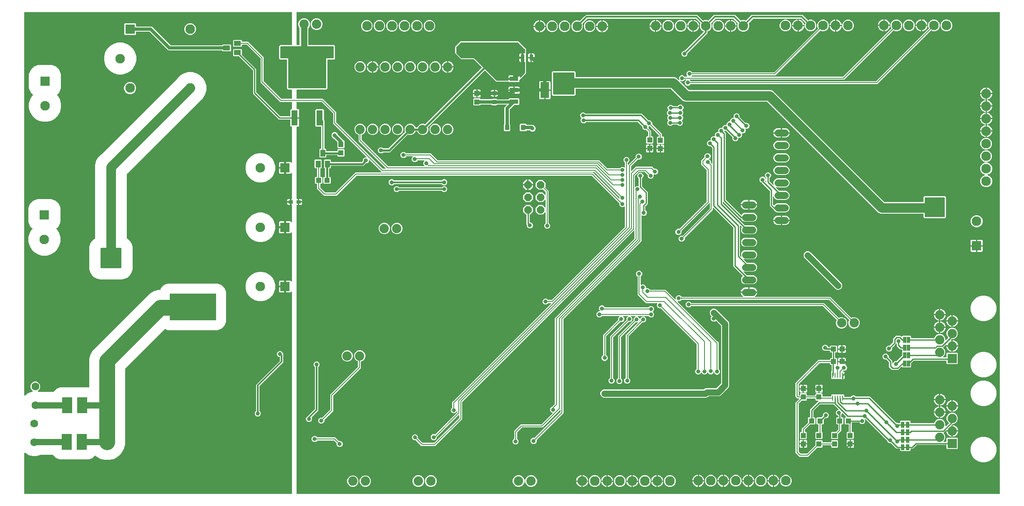
<source format=gbr>
G04 EAGLE Gerber RS-274X export*
G75*
%MOMM*%
%FSLAX34Y34*%
%LPD*%
%INBottom Copper*%
%IPPOS*%
%AMOC8*
5,1,8,0,0,1.08239X$1,22.5*%
G01*
%ADD10R,1.100000X1.000000*%
%ADD11R,1.000000X1.100000*%
%ADD12P,1.677704X8X112.500000*%
%ADD13C,1.879600*%
%ADD14R,1.879600X1.879600*%
%ADD15C,1.600200*%
%ADD16R,1.950000X1.950000*%
%ADD17C,1.950000*%
%ADD18R,0.635000X1.270000*%
%ADD19C,0.254000*%
%ADD20R,1.400000X1.000000*%
%ADD21R,1.295400X3.098800*%
%ADD22R,6.985000X8.001000*%
%ADD23R,1.000000X1.400000*%
%ADD24C,1.930400*%
%ADD25R,1.930400X1.930400*%
%ADD26C,1.422400*%
%ADD27R,0.250000X1.100000*%
%ADD28C,0.718719*%
%ADD29R,0.800000X1.200000*%
%ADD30R,0.899159X1.021081*%
%ADD31R,1.760000X0.930000*%
%ADD32R,1.760000X3.190000*%
%ADD33R,2.032000X3.175000*%
%ADD34R,0.900000X0.700000*%
%ADD35C,0.203200*%
%ADD36C,0.812800*%
%ADD37C,1.270000*%
%ADD38C,0.635000*%
%ADD39C,0.304800*%
%ADD40C,0.355600*%
%ADD41C,4.316000*%
%ADD42C,1.905000*%
%ADD43C,0.406400*%
%ADD44C,3.175000*%

G36*
X1989270Y10172D02*
X1989270Y10172D01*
X1989336Y10174D01*
X1989379Y10192D01*
X1989426Y10200D01*
X1989483Y10234D01*
X1989543Y10259D01*
X1989578Y10290D01*
X1989619Y10315D01*
X1989661Y10366D01*
X1989709Y10410D01*
X1989731Y10452D01*
X1989760Y10489D01*
X1989781Y10551D01*
X1989812Y10610D01*
X1989820Y10664D01*
X1989832Y10701D01*
X1989831Y10741D01*
X1989839Y10795D01*
X1989839Y989205D01*
X1989828Y989270D01*
X1989826Y989336D01*
X1989808Y989379D01*
X1989800Y989426D01*
X1989766Y989483D01*
X1989741Y989543D01*
X1989710Y989578D01*
X1989685Y989619D01*
X1989634Y989661D01*
X1989590Y989709D01*
X1989548Y989731D01*
X1989511Y989760D01*
X1989449Y989781D01*
X1989390Y989812D01*
X1989336Y989820D01*
X1989299Y989832D01*
X1989259Y989831D01*
X1989205Y989839D01*
X563598Y989839D01*
X563533Y989828D01*
X563467Y989826D01*
X563424Y989808D01*
X563377Y989800D01*
X563320Y989766D01*
X563260Y989741D01*
X563225Y989710D01*
X563184Y989685D01*
X563143Y989634D01*
X563094Y989590D01*
X563072Y989548D01*
X563043Y989511D01*
X563022Y989449D01*
X562991Y989390D01*
X562983Y989336D01*
X562971Y989299D01*
X562972Y989259D01*
X562964Y989205D01*
X562964Y923290D01*
X562975Y923225D01*
X562977Y923159D01*
X562995Y923116D01*
X563003Y923069D01*
X563037Y923012D01*
X563062Y922952D01*
X563093Y922917D01*
X563118Y922876D01*
X563169Y922834D01*
X563213Y922786D01*
X563255Y922764D01*
X563292Y922735D01*
X563354Y922714D01*
X563413Y922683D01*
X563467Y922675D01*
X563504Y922663D01*
X563544Y922664D01*
X563598Y922656D01*
X568325Y922656D01*
X568390Y922667D01*
X568456Y922669D01*
X568499Y922687D01*
X568546Y922695D01*
X568603Y922729D01*
X568663Y922754D01*
X568698Y922785D01*
X568739Y922810D01*
X568781Y922861D01*
X568829Y922905D01*
X568851Y922947D01*
X568880Y922984D01*
X568901Y923046D01*
X568932Y923105D01*
X568940Y923159D01*
X568952Y923196D01*
X568951Y923236D01*
X568959Y923290D01*
X568959Y956944D01*
X568952Y956986D01*
X568954Y957028D01*
X568932Y957095D01*
X568920Y957165D01*
X568898Y957201D01*
X568885Y957242D01*
X568831Y957315D01*
X568805Y957358D01*
X568789Y957371D01*
X568773Y957393D01*
X567729Y958437D01*
X565911Y962825D01*
X565911Y967575D01*
X567729Y971963D01*
X571087Y975321D01*
X575475Y977139D01*
X580225Y977139D01*
X584613Y975321D01*
X587971Y971963D01*
X589789Y967575D01*
X589789Y962825D01*
X587971Y958437D01*
X586927Y957393D01*
X586902Y957358D01*
X586871Y957329D01*
X586839Y957266D01*
X586798Y957208D01*
X586788Y957167D01*
X586768Y957129D01*
X586755Y957040D01*
X586742Y956991D01*
X586745Y956970D01*
X586741Y956944D01*
X586741Y923290D01*
X586752Y923225D01*
X586754Y923159D01*
X586772Y923116D01*
X586780Y923069D01*
X586814Y923012D01*
X586839Y922952D01*
X586870Y922917D01*
X586895Y922876D01*
X586946Y922834D01*
X586990Y922786D01*
X587032Y922764D01*
X587069Y922735D01*
X587131Y922714D01*
X587190Y922683D01*
X587244Y922675D01*
X587281Y922663D01*
X587321Y922664D01*
X587375Y922656D01*
X638855Y922656D01*
X640716Y920795D01*
X640716Y894797D01*
X638855Y892936D01*
X625602Y892936D01*
X625537Y892925D01*
X625471Y892923D01*
X625428Y892905D01*
X625381Y892897D01*
X625324Y892863D01*
X625264Y892838D01*
X625229Y892807D01*
X625188Y892782D01*
X625146Y892731D01*
X625098Y892687D01*
X625076Y892645D01*
X625047Y892608D01*
X625026Y892546D01*
X624995Y892487D01*
X624987Y892433D01*
X624975Y892396D01*
X624976Y892356D01*
X624968Y892302D01*
X624968Y833837D01*
X623107Y831976D01*
X563598Y831976D01*
X563533Y831965D01*
X563467Y831963D01*
X563424Y831945D01*
X563377Y831937D01*
X563320Y831903D01*
X563260Y831878D01*
X563225Y831847D01*
X563184Y831822D01*
X563143Y831771D01*
X563094Y831727D01*
X563072Y831685D01*
X563043Y831648D01*
X563022Y831586D01*
X562991Y831527D01*
X562983Y831473D01*
X562971Y831436D01*
X562972Y831396D01*
X562964Y831342D01*
X562964Y813943D01*
X562975Y813878D01*
X562977Y813812D01*
X562995Y813769D01*
X563003Y813722D01*
X563037Y813665D01*
X563062Y813605D01*
X563093Y813570D01*
X563118Y813529D01*
X563169Y813487D01*
X563213Y813439D01*
X563255Y813417D01*
X563292Y813388D01*
X563354Y813367D01*
X563413Y813336D01*
X563467Y813328D01*
X563504Y813316D01*
X563544Y813317D01*
X563598Y813309D01*
X615943Y813309D01*
X643129Y786123D01*
X643129Y766066D01*
X643136Y766024D01*
X643134Y765981D01*
X643156Y765914D01*
X643168Y765845D01*
X643190Y765808D01*
X643203Y765768D01*
X643257Y765695D01*
X643283Y765652D01*
X643299Y765638D01*
X643315Y765617D01*
X737677Y671255D01*
X737712Y671230D01*
X737741Y671199D01*
X737803Y671167D01*
X737861Y671126D01*
X737902Y671116D01*
X737940Y671096D01*
X738030Y671083D01*
X738079Y671070D01*
X738099Y671073D01*
X738126Y671069D01*
X743711Y671069D01*
X743798Y671085D01*
X743887Y671094D01*
X743908Y671104D01*
X743931Y671108D01*
X744008Y671154D01*
X744088Y671193D01*
X744104Y671210D01*
X744125Y671223D01*
X744181Y671292D01*
X744242Y671356D01*
X744251Y671378D01*
X744266Y671397D01*
X744294Y671481D01*
X744329Y671563D01*
X744330Y671587D01*
X744338Y671609D01*
X744335Y671698D01*
X744339Y671787D01*
X744332Y671810D01*
X744331Y671834D01*
X744298Y671916D01*
X744271Y672001D01*
X744255Y672022D01*
X744247Y672041D01*
X744213Y672079D01*
X744159Y672151D01*
X688593Y727717D01*
X688593Y739799D01*
X688584Y739852D01*
X688584Y739906D01*
X688564Y739961D01*
X688554Y740019D01*
X688526Y740066D01*
X688508Y740117D01*
X688469Y740162D01*
X688439Y740213D01*
X688397Y740247D01*
X688362Y740288D01*
X688301Y740325D01*
X688265Y740354D01*
X688236Y740364D01*
X688202Y740384D01*
X685167Y741642D01*
X681952Y744857D01*
X680211Y749058D01*
X680211Y753606D01*
X681952Y757807D01*
X685167Y761022D01*
X689368Y762763D01*
X693916Y762763D01*
X698117Y761022D01*
X701332Y757807D01*
X703073Y753606D01*
X703073Y749058D01*
X701332Y744857D01*
X698117Y741642D01*
X695082Y740384D01*
X695037Y740355D01*
X694987Y740335D01*
X694943Y740295D01*
X694893Y740263D01*
X694861Y740220D01*
X694821Y740183D01*
X694794Y740131D01*
X694759Y740084D01*
X694743Y740032D01*
X694718Y739984D01*
X694708Y739914D01*
X694695Y739869D01*
X694697Y739838D01*
X694691Y739799D01*
X694691Y730506D01*
X694698Y730464D01*
X694696Y730421D01*
X694718Y730354D01*
X694730Y730285D01*
X694752Y730248D01*
X694765Y730208D01*
X694819Y730135D01*
X694845Y730092D01*
X694861Y730078D01*
X694877Y730057D01*
X748599Y676335D01*
X748634Y676310D01*
X748663Y676279D01*
X748725Y676247D01*
X748783Y676206D01*
X748824Y676196D01*
X748862Y676176D01*
X748952Y676163D01*
X749001Y676150D01*
X749021Y676153D01*
X749048Y676149D01*
X822216Y676149D01*
X822316Y676167D01*
X822416Y676181D01*
X822426Y676186D01*
X822437Y676188D01*
X822524Y676240D01*
X822613Y676288D01*
X822620Y676297D01*
X822630Y676303D01*
X822694Y676381D01*
X822760Y676457D01*
X822764Y676468D01*
X822772Y676477D01*
X822804Y676572D01*
X822840Y676667D01*
X822840Y676678D01*
X822844Y676689D01*
X822841Y676789D01*
X822841Y676891D01*
X822837Y676902D01*
X822837Y676914D01*
X822799Y677007D01*
X822765Y677102D01*
X822757Y677111D01*
X822753Y677121D01*
X822685Y677196D01*
X822619Y677273D01*
X822608Y677279D01*
X822601Y677287D01*
X822592Y677292D01*
X820839Y679044D01*
X819911Y681285D01*
X819911Y683711D01*
X820839Y685952D01*
X822144Y687257D01*
X822195Y687330D01*
X822251Y687399D01*
X822259Y687421D01*
X822273Y687441D01*
X822295Y687527D01*
X822323Y687611D01*
X822323Y687635D01*
X822328Y687658D01*
X822319Y687747D01*
X822317Y687836D01*
X822308Y687858D01*
X822305Y687881D01*
X822266Y687961D01*
X822232Y688043D01*
X822216Y688061D01*
X822206Y688082D01*
X822141Y688143D01*
X822081Y688209D01*
X822060Y688220D01*
X822043Y688236D01*
X821961Y688271D01*
X821881Y688312D01*
X821855Y688315D01*
X821836Y688324D01*
X821786Y688326D01*
X821696Y688339D01*
X808610Y688339D01*
X808557Y688330D01*
X808503Y688330D01*
X808448Y688310D01*
X808390Y688300D01*
X808343Y688272D01*
X808292Y688254D01*
X808247Y688215D01*
X808196Y688185D01*
X808162Y688143D01*
X808121Y688108D01*
X808084Y688047D01*
X808055Y688011D01*
X808045Y687982D01*
X808024Y687948D01*
X807809Y687426D01*
X806094Y685711D01*
X803853Y684783D01*
X801427Y684783D01*
X799186Y685711D01*
X797471Y687426D01*
X796543Y689667D01*
X796543Y692093D01*
X797471Y694334D01*
X798522Y695385D01*
X798573Y695458D01*
X798629Y695527D01*
X798637Y695549D01*
X798651Y695569D01*
X798673Y695655D01*
X798701Y695739D01*
X798701Y695763D01*
X798706Y695786D01*
X798697Y695875D01*
X798695Y695964D01*
X798686Y695986D01*
X798683Y696009D01*
X798644Y696089D01*
X798610Y696171D01*
X798594Y696189D01*
X798584Y696210D01*
X798519Y696271D01*
X798459Y696337D01*
X798438Y696348D01*
X798421Y696364D01*
X798339Y696399D01*
X798259Y696440D01*
X798233Y696443D01*
X798214Y696452D01*
X798164Y696454D01*
X798074Y696467D01*
X785540Y696467D01*
X785487Y696458D01*
X785432Y696458D01*
X785377Y696438D01*
X785319Y696428D01*
X785273Y696400D01*
X785222Y696382D01*
X785177Y696343D01*
X785126Y696313D01*
X785092Y696271D01*
X785051Y696236D01*
X785014Y696175D01*
X784985Y696139D01*
X784975Y696110D01*
X784954Y696076D01*
X784949Y696062D01*
X783234Y694347D01*
X780993Y693419D01*
X778567Y693419D01*
X776326Y694347D01*
X774611Y696062D01*
X773683Y698303D01*
X773683Y700729D01*
X774611Y702970D01*
X776326Y704685D01*
X778567Y705613D01*
X780993Y705613D01*
X783234Y704685D01*
X784949Y702970D01*
X784954Y702956D01*
X784983Y702911D01*
X785004Y702861D01*
X785043Y702817D01*
X785075Y702767D01*
X785118Y702735D01*
X785155Y702695D01*
X785207Y702668D01*
X785254Y702633D01*
X785306Y702617D01*
X785355Y702592D01*
X785425Y702582D01*
X785470Y702569D01*
X785500Y702571D01*
X785540Y702565D01*
X834891Y702565D01*
X848929Y688527D01*
X848964Y688502D01*
X848993Y688471D01*
X849055Y688439D01*
X849113Y688398D01*
X849154Y688388D01*
X849192Y688368D01*
X849282Y688355D01*
X849331Y688342D01*
X849351Y688345D01*
X849378Y688341D01*
X1177253Y688341D01*
X1179225Y686369D01*
X1193417Y672177D01*
X1193452Y672152D01*
X1193481Y672121D01*
X1193544Y672089D01*
X1193601Y672048D01*
X1193642Y672038D01*
X1193680Y672018D01*
X1193770Y672005D01*
X1193819Y671992D01*
X1193839Y671995D01*
X1193866Y671991D01*
X1218520Y671991D01*
X1218573Y672000D01*
X1218628Y672000D01*
X1218683Y672020D01*
X1218741Y672030D01*
X1218787Y672058D01*
X1218838Y672076D01*
X1218883Y672115D01*
X1218934Y672145D01*
X1218968Y672187D01*
X1219009Y672222D01*
X1219046Y672283D01*
X1219075Y672319D01*
X1219085Y672348D01*
X1219106Y672382D01*
X1219111Y672396D01*
X1220826Y674111D01*
X1223067Y675039D01*
X1225493Y675039D01*
X1227734Y674111D01*
X1228023Y673822D01*
X1228096Y673771D01*
X1228165Y673715D01*
X1228187Y673707D01*
X1228207Y673693D01*
X1228293Y673671D01*
X1228377Y673643D01*
X1228401Y673643D01*
X1228424Y673638D01*
X1228513Y673647D01*
X1228602Y673649D01*
X1228623Y673658D01*
X1228647Y673661D01*
X1228727Y673700D01*
X1228809Y673734D01*
X1228827Y673750D01*
X1228848Y673760D01*
X1228909Y673825D01*
X1228975Y673885D01*
X1228986Y673906D01*
X1229002Y673923D01*
X1229037Y674006D01*
X1229078Y674085D01*
X1229081Y674111D01*
X1229090Y674130D01*
X1229092Y674180D01*
X1229105Y674270D01*
X1229105Y683342D01*
X1229096Y683395D01*
X1229096Y683450D01*
X1229076Y683505D01*
X1229066Y683563D01*
X1229038Y683609D01*
X1229020Y683660D01*
X1228981Y683705D01*
X1228951Y683756D01*
X1228909Y683790D01*
X1228874Y683831D01*
X1228813Y683868D01*
X1228777Y683897D01*
X1228748Y683907D01*
X1228714Y683928D01*
X1228700Y683933D01*
X1226985Y685648D01*
X1226057Y687889D01*
X1226057Y690315D01*
X1226985Y692556D01*
X1228700Y694271D01*
X1230941Y695199D01*
X1233367Y695199D01*
X1235608Y694271D01*
X1237323Y692556D01*
X1238251Y690315D01*
X1238251Y687889D01*
X1237323Y685648D01*
X1235608Y683933D01*
X1235594Y683928D01*
X1235549Y683899D01*
X1235499Y683878D01*
X1235455Y683839D01*
X1235405Y683807D01*
X1235373Y683764D01*
X1235333Y683727D01*
X1235306Y683675D01*
X1235271Y683628D01*
X1235255Y683576D01*
X1235230Y683527D01*
X1235220Y683457D01*
X1235207Y683412D01*
X1235209Y683382D01*
X1235203Y683342D01*
X1235203Y680054D01*
X1235218Y679966D01*
X1235228Y679878D01*
X1235238Y679857D01*
X1235242Y679833D01*
X1235288Y679756D01*
X1235327Y679677D01*
X1235344Y679661D01*
X1235357Y679640D01*
X1235426Y679584D01*
X1235490Y679523D01*
X1235512Y679514D01*
X1235531Y679499D01*
X1235615Y679470D01*
X1235697Y679435D01*
X1235721Y679434D01*
X1235743Y679427D01*
X1235832Y679429D01*
X1235921Y679425D01*
X1235944Y679433D01*
X1235968Y679433D01*
X1236050Y679467D01*
X1236135Y679494D01*
X1236156Y679510D01*
X1236175Y679518D01*
X1236213Y679552D01*
X1236285Y679606D01*
X1237173Y680493D01*
X1251017Y694338D01*
X1251042Y694372D01*
X1251073Y694401D01*
X1251105Y694464D01*
X1251146Y694522D01*
X1251156Y694563D01*
X1251176Y694601D01*
X1251189Y694690D01*
X1251202Y694739D01*
X1251199Y694760D01*
X1251203Y694786D01*
X1251203Y697173D01*
X1252131Y699414D01*
X1253846Y701129D01*
X1256087Y702057D01*
X1258513Y702057D01*
X1260754Y701129D01*
X1262469Y699414D01*
X1263397Y697173D01*
X1263397Y694747D01*
X1262469Y692506D01*
X1260754Y690791D01*
X1258513Y689863D01*
X1256087Y689863D01*
X1255828Y689971D01*
X1255775Y689982D01*
X1255725Y690004D01*
X1255666Y690006D01*
X1255608Y690019D01*
X1255555Y690011D01*
X1255501Y690014D01*
X1255445Y689996D01*
X1255386Y689987D01*
X1255339Y689962D01*
X1255287Y689945D01*
X1255230Y689903D01*
X1255189Y689880D01*
X1255169Y689857D01*
X1255136Y689833D01*
X1241485Y676182D01*
X1241460Y676147D01*
X1241429Y676118D01*
X1241397Y676055D01*
X1241356Y675997D01*
X1241346Y675956D01*
X1241326Y675918D01*
X1241313Y675829D01*
X1241300Y675780D01*
X1241303Y675759D01*
X1241299Y675733D01*
X1241299Y667259D01*
X1241315Y667172D01*
X1241324Y667083D01*
X1241334Y667062D01*
X1241338Y667039D01*
X1241384Y666962D01*
X1241423Y666882D01*
X1241440Y666866D01*
X1241453Y666845D01*
X1241522Y666789D01*
X1241586Y666728D01*
X1241608Y666719D01*
X1241627Y666704D01*
X1241711Y666676D01*
X1241793Y666641D01*
X1241817Y666640D01*
X1241839Y666632D01*
X1241928Y666635D01*
X1242017Y666631D01*
X1242040Y666638D01*
X1242064Y666639D01*
X1242146Y666672D01*
X1242231Y666699D01*
X1242252Y666715D01*
X1242271Y666723D01*
X1242309Y666757D01*
X1242381Y666811D01*
X1251211Y675641D01*
X1284471Y675641D01*
X1286442Y673669D01*
X1288403Y671709D01*
X1288447Y671678D01*
X1288485Y671639D01*
X1288539Y671614D01*
X1288587Y671581D01*
X1288639Y671567D01*
X1288689Y671544D01*
X1288747Y671539D01*
X1288804Y671525D01*
X1288858Y671530D01*
X1288912Y671526D01*
X1288981Y671543D01*
X1289027Y671548D01*
X1289055Y671562D01*
X1289094Y671571D01*
X1289107Y671577D01*
X1291533Y671577D01*
X1293774Y670649D01*
X1295489Y668934D01*
X1296417Y666693D01*
X1296417Y664267D01*
X1295489Y662026D01*
X1293774Y660311D01*
X1291533Y659383D01*
X1289107Y659383D01*
X1288078Y659810D01*
X1287991Y659829D01*
X1287905Y659854D01*
X1287882Y659852D01*
X1287859Y659858D01*
X1287771Y659845D01*
X1287682Y659839D01*
X1287660Y659829D01*
X1287636Y659826D01*
X1287558Y659784D01*
X1287477Y659747D01*
X1287460Y659731D01*
X1287439Y659719D01*
X1287380Y659652D01*
X1287317Y659590D01*
X1287307Y659568D01*
X1287291Y659550D01*
X1287260Y659467D01*
X1287222Y659387D01*
X1287220Y659363D01*
X1287212Y659341D01*
X1287211Y659251D01*
X1287204Y659163D01*
X1287210Y659137D01*
X1287210Y659116D01*
X1287227Y659069D01*
X1287249Y658981D01*
X1287527Y658311D01*
X1287527Y655885D01*
X1286599Y653644D01*
X1284884Y651929D01*
X1282643Y651001D01*
X1280217Y651001D01*
X1277976Y651929D01*
X1276261Y653644D01*
X1275333Y655885D01*
X1275333Y658311D01*
X1275339Y658324D01*
X1275350Y658377D01*
X1275371Y658427D01*
X1275374Y658486D01*
X1275387Y658543D01*
X1275379Y658597D01*
X1275381Y658651D01*
X1275363Y658707D01*
X1275355Y658765D01*
X1275329Y658813D01*
X1275313Y658865D01*
X1275270Y658922D01*
X1275248Y658963D01*
X1275225Y658983D01*
X1275201Y659015D01*
X1269939Y664277D01*
X1269904Y664302D01*
X1269875Y664333D01*
X1269813Y664365D01*
X1269755Y664406D01*
X1269714Y664416D01*
X1269676Y664436D01*
X1269586Y664449D01*
X1269537Y664462D01*
X1269517Y664459D01*
X1269490Y664463D01*
X1257556Y664463D01*
X1257514Y664456D01*
X1257471Y664458D01*
X1257404Y664436D01*
X1257335Y664424D01*
X1257298Y664402D01*
X1257258Y664389D01*
X1257185Y664335D01*
X1257142Y664309D01*
X1257128Y664293D01*
X1257107Y664277D01*
X1249613Y656783D01*
X1249588Y656748D01*
X1249557Y656719D01*
X1249525Y656657D01*
X1249484Y656599D01*
X1249474Y656558D01*
X1249454Y656520D01*
X1249441Y656430D01*
X1249428Y656381D01*
X1249431Y656361D01*
X1249427Y656334D01*
X1249427Y634740D01*
X1249442Y634652D01*
X1249452Y634564D01*
X1249462Y634543D01*
X1249466Y634519D01*
X1249512Y634442D01*
X1249551Y634363D01*
X1249568Y634346D01*
X1249581Y634326D01*
X1249650Y634270D01*
X1249714Y634209D01*
X1249736Y634200D01*
X1249755Y634185D01*
X1249839Y634156D01*
X1249921Y634121D01*
X1249945Y634120D01*
X1249967Y634113D01*
X1250056Y634115D01*
X1250145Y634111D01*
X1250168Y634119D01*
X1250192Y634119D01*
X1250274Y634153D01*
X1250359Y634180D01*
X1250380Y634196D01*
X1250399Y634204D01*
X1250437Y634238D01*
X1250509Y634292D01*
X1251306Y635089D01*
X1253547Y636017D01*
X1255973Y636017D01*
X1256422Y635830D01*
X1256498Y635814D01*
X1256571Y635789D01*
X1256607Y635790D01*
X1256641Y635783D01*
X1256718Y635794D01*
X1256796Y635796D01*
X1256828Y635809D01*
X1256864Y635814D01*
X1256932Y635851D01*
X1257003Y635880D01*
X1257030Y635904D01*
X1257061Y635921D01*
X1257112Y635979D01*
X1257169Y636031D01*
X1257185Y636063D01*
X1257209Y636090D01*
X1257236Y636162D01*
X1257272Y636231D01*
X1257278Y636271D01*
X1257288Y636300D01*
X1257289Y636346D01*
X1257299Y636416D01*
X1257299Y651516D01*
X1257292Y651558D01*
X1257294Y651600D01*
X1257272Y651667D01*
X1257260Y651737D01*
X1257238Y651773D01*
X1257225Y651814D01*
X1257171Y651886D01*
X1257145Y651930D01*
X1257129Y651943D01*
X1257113Y651964D01*
X1255433Y653644D01*
X1254505Y655885D01*
X1254505Y658311D01*
X1255433Y660552D01*
X1257148Y662267D01*
X1259389Y663195D01*
X1261815Y663195D01*
X1264056Y662267D01*
X1265771Y660552D01*
X1266699Y658311D01*
X1266699Y655885D01*
X1265771Y653644D01*
X1264091Y651964D01*
X1264066Y651930D01*
X1264035Y651901D01*
X1264003Y651838D01*
X1263962Y651780D01*
X1263952Y651739D01*
X1263932Y651701D01*
X1263919Y651612D01*
X1263906Y651563D01*
X1263909Y651542D01*
X1263905Y651516D01*
X1263905Y636126D01*
X1263912Y636084D01*
X1263910Y636042D01*
X1263932Y635975D01*
X1263944Y635905D01*
X1263966Y635869D01*
X1263979Y635828D01*
X1264033Y635755D01*
X1264059Y635712D01*
X1264075Y635699D01*
X1264091Y635677D01*
X1275589Y624179D01*
X1275589Y600101D01*
X1273468Y597981D01*
X1273468Y597980D01*
X1270948Y595461D01*
X1270924Y595426D01*
X1270893Y595397D01*
X1270861Y595334D01*
X1270820Y595276D01*
X1270810Y595235D01*
X1270790Y595197D01*
X1270777Y595108D01*
X1270764Y595059D01*
X1270767Y595038D01*
X1270763Y595012D01*
X1270763Y587496D01*
X1270770Y587454D01*
X1270768Y587412D01*
X1270790Y587345D01*
X1270802Y587275D01*
X1270824Y587239D01*
X1270837Y587198D01*
X1270891Y587126D01*
X1270917Y587082D01*
X1270933Y587069D01*
X1270949Y587048D01*
X1272629Y585368D01*
X1273557Y583127D01*
X1273557Y580701D01*
X1272629Y578460D01*
X1270914Y576745D01*
X1268673Y575817D01*
X1266247Y575817D01*
X1264007Y576745D01*
X1263972Y576780D01*
X1263898Y576831D01*
X1263829Y576887D01*
X1263807Y576895D01*
X1263787Y576909D01*
X1263701Y576931D01*
X1263617Y576959D01*
X1263593Y576959D01*
X1263570Y576964D01*
X1263481Y576955D01*
X1263392Y576953D01*
X1263371Y576944D01*
X1263347Y576941D01*
X1263267Y576902D01*
X1263185Y576868D01*
X1263167Y576852D01*
X1263146Y576842D01*
X1263085Y576777D01*
X1263019Y576717D01*
X1263008Y576696D01*
X1262992Y576679D01*
X1262957Y576597D01*
X1262916Y576517D01*
X1262913Y576491D01*
X1262904Y576472D01*
X1262902Y576422D01*
X1262889Y576332D01*
X1262889Y523822D01*
X1104579Y365512D01*
X1104554Y365477D01*
X1104523Y365449D01*
X1104491Y365386D01*
X1104450Y365328D01*
X1104440Y365287D01*
X1104420Y365249D01*
X1104407Y365159D01*
X1104394Y365111D01*
X1104397Y365090D01*
X1104393Y365064D01*
X1104393Y174251D01*
X1102421Y172279D01*
X1050169Y120027D01*
X1050138Y119983D01*
X1050099Y119945D01*
X1050074Y119891D01*
X1050041Y119843D01*
X1050027Y119791D01*
X1050004Y119741D01*
X1049999Y119683D01*
X1049985Y119626D01*
X1049990Y119572D01*
X1049986Y119518D01*
X1050003Y119449D01*
X1050008Y119403D01*
X1050022Y119375D01*
X1050031Y119336D01*
X1050037Y119323D01*
X1050037Y116897D01*
X1049109Y114656D01*
X1047394Y112941D01*
X1045153Y112013D01*
X1042727Y112013D01*
X1040486Y112941D01*
X1038771Y114656D01*
X1037843Y116897D01*
X1037843Y119323D01*
X1038771Y121564D01*
X1040486Y123279D01*
X1042727Y124207D01*
X1045153Y124207D01*
X1045166Y124201D01*
X1045219Y124190D01*
X1045269Y124169D01*
X1045328Y124166D01*
X1045385Y124153D01*
X1045439Y124161D01*
X1045493Y124159D01*
X1045549Y124177D01*
X1045607Y124185D01*
X1045655Y124211D01*
X1045707Y124227D01*
X1045764Y124270D01*
X1045805Y124292D01*
X1045825Y124315D01*
X1045857Y124339D01*
X1098109Y176591D01*
X1098134Y176626D01*
X1098165Y176655D01*
X1098197Y176717D01*
X1098238Y176775D01*
X1098248Y176816D01*
X1098268Y176854D01*
X1098281Y176944D01*
X1098294Y176993D01*
X1098291Y177013D01*
X1098295Y177040D01*
X1098295Y180085D01*
X1098279Y180172D01*
X1098270Y180261D01*
X1098260Y180282D01*
X1098256Y180305D01*
X1098210Y180382D01*
X1098171Y180462D01*
X1098154Y180478D01*
X1098141Y180499D01*
X1098072Y180555D01*
X1098008Y180616D01*
X1097986Y180625D01*
X1097967Y180640D01*
X1097883Y180668D01*
X1097801Y180703D01*
X1097777Y180704D01*
X1097755Y180712D01*
X1097666Y180709D01*
X1097577Y180713D01*
X1097554Y180706D01*
X1097530Y180705D01*
X1097448Y180672D01*
X1097363Y180645D01*
X1097342Y180629D01*
X1097323Y180621D01*
X1097285Y180587D01*
X1097213Y180533D01*
X1063939Y147259D01*
X1061967Y145287D01*
X1020320Y145287D01*
X1020278Y145280D01*
X1020235Y145282D01*
X1020168Y145260D01*
X1020099Y145248D01*
X1020062Y145226D01*
X1020022Y145213D01*
X1019949Y145159D01*
X1019906Y145133D01*
X1019892Y145117D01*
X1019871Y145101D01*
X1010599Y135829D01*
X1010574Y135794D01*
X1010543Y135765D01*
X1010511Y135703D01*
X1010470Y135645D01*
X1010460Y135604D01*
X1010440Y135566D01*
X1010427Y135476D01*
X1010414Y135427D01*
X1010417Y135407D01*
X1010413Y135380D01*
X1010413Y122854D01*
X1010422Y122801D01*
X1010422Y122746D01*
X1010442Y122691D01*
X1010452Y122633D01*
X1010480Y122587D01*
X1010498Y122536D01*
X1010537Y122491D01*
X1010567Y122440D01*
X1010609Y122406D01*
X1010644Y122365D01*
X1010705Y122328D01*
X1010741Y122299D01*
X1010770Y122289D01*
X1010804Y122268D01*
X1010818Y122263D01*
X1012533Y120548D01*
X1013461Y118307D01*
X1013461Y115881D01*
X1012533Y113640D01*
X1010818Y111925D01*
X1008577Y110997D01*
X1006151Y110997D01*
X1003910Y111925D01*
X1002195Y113640D01*
X1001267Y115881D01*
X1001267Y118307D01*
X1002195Y120548D01*
X1003910Y122263D01*
X1003924Y122268D01*
X1003969Y122297D01*
X1004019Y122318D01*
X1004063Y122357D01*
X1004113Y122389D01*
X1004145Y122432D01*
X1004185Y122469D01*
X1004212Y122521D01*
X1004247Y122568D01*
X1004263Y122620D01*
X1004288Y122669D01*
X1004298Y122739D01*
X1004311Y122784D01*
X1004309Y122814D01*
X1004315Y122854D01*
X1004315Y138677D01*
X1006101Y140463D01*
X1006346Y140463D01*
X1006388Y140470D01*
X1006431Y140468D01*
X1006498Y140490D01*
X1006567Y140502D01*
X1006604Y140524D01*
X1006644Y140537D01*
X1006717Y140591D01*
X1006760Y140617D01*
X1006774Y140633D01*
X1006795Y140649D01*
X1017531Y151385D01*
X1059178Y151385D01*
X1059220Y151392D01*
X1059263Y151390D01*
X1059330Y151412D01*
X1059399Y151424D01*
X1059436Y151446D01*
X1059476Y151459D01*
X1059549Y151513D01*
X1059592Y151539D01*
X1059606Y151555D01*
X1059627Y151571D01*
X1082487Y174431D01*
X1082538Y174504D01*
X1082594Y174573D01*
X1082602Y174595D01*
X1082615Y174615D01*
X1082637Y174701D01*
X1082666Y174785D01*
X1082665Y174809D01*
X1082671Y174832D01*
X1082662Y174921D01*
X1082659Y175010D01*
X1082650Y175032D01*
X1082648Y175055D01*
X1082608Y175135D01*
X1082575Y175217D01*
X1082559Y175235D01*
X1082548Y175256D01*
X1082484Y175317D01*
X1082423Y175383D01*
X1082402Y175394D01*
X1082385Y175410D01*
X1082303Y175445D01*
X1082224Y175486D01*
X1082198Y175489D01*
X1082178Y175498D01*
X1082130Y175500D01*
X1079856Y176441D01*
X1078141Y178156D01*
X1077213Y180397D01*
X1077213Y182823D01*
X1078141Y185064D01*
X1079856Y186779D01*
X1080594Y187084D01*
X1080620Y187101D01*
X1080649Y187110D01*
X1080745Y187181D01*
X1080783Y187205D01*
X1080790Y187214D01*
X1080800Y187222D01*
X1082233Y188655D01*
X1086657Y193078D01*
X1086681Y193113D01*
X1086712Y193142D01*
X1086745Y193205D01*
X1086785Y193263D01*
X1086796Y193304D01*
X1086815Y193342D01*
X1086828Y193431D01*
X1086841Y193480D01*
X1086839Y193501D01*
X1086843Y193527D01*
X1086843Y367894D01*
X1248477Y529529D01*
X1248502Y529564D01*
X1248533Y529593D01*
X1248565Y529655D01*
X1248606Y529713D01*
X1248616Y529754D01*
X1248636Y529792D01*
X1248649Y529882D01*
X1248662Y529930D01*
X1248659Y529951D01*
X1248663Y529977D01*
X1248663Y545309D01*
X1248647Y545397D01*
X1248638Y545485D01*
X1248628Y545506D01*
X1248624Y545530D01*
X1248578Y545607D01*
X1248539Y545686D01*
X1248522Y545703D01*
X1248509Y545723D01*
X1248440Y545779D01*
X1248376Y545840D01*
X1248354Y545849D01*
X1248335Y545864D01*
X1248251Y545893D01*
X1248169Y545928D01*
X1248145Y545929D01*
X1248123Y545936D01*
X1248034Y545934D01*
X1247945Y545938D01*
X1247922Y545930D01*
X1247898Y545930D01*
X1247816Y545896D01*
X1247731Y545869D01*
X1247710Y545853D01*
X1247691Y545845D01*
X1247653Y545811D01*
X1247581Y545757D01*
X899347Y197523D01*
X899322Y197489D01*
X899291Y197460D01*
X899259Y197397D01*
X899218Y197339D01*
X899208Y197298D01*
X899188Y197260D01*
X899175Y197171D01*
X899162Y197122D01*
X899165Y197101D01*
X899161Y197075D01*
X899161Y162567D01*
X844543Y107949D01*
X816109Y107949D01*
X805065Y118993D01*
X805021Y119024D01*
X804983Y119063D01*
X804929Y119088D01*
X804881Y119121D01*
X804829Y119135D01*
X804779Y119158D01*
X804721Y119163D01*
X804664Y119177D01*
X804610Y119172D01*
X804556Y119176D01*
X804487Y119159D01*
X804441Y119154D01*
X804413Y119140D01*
X804374Y119131D01*
X804361Y119125D01*
X801935Y119125D01*
X799694Y120053D01*
X797979Y121768D01*
X797051Y124009D01*
X797051Y126435D01*
X797979Y128676D01*
X799694Y130391D01*
X801935Y131319D01*
X804361Y131319D01*
X806602Y130391D01*
X808317Y128676D01*
X809245Y126435D01*
X809245Y124009D01*
X809239Y123996D01*
X809228Y123943D01*
X809207Y123893D01*
X809204Y123834D01*
X809191Y123777D01*
X809199Y123723D01*
X809197Y123669D01*
X809215Y123613D01*
X809223Y123555D01*
X809249Y123507D01*
X809265Y123455D01*
X809308Y123398D01*
X809330Y123357D01*
X809353Y123337D01*
X809377Y123305D01*
X818449Y114233D01*
X818484Y114208D01*
X818513Y114177D01*
X818575Y114145D01*
X818633Y114104D01*
X818674Y114094D01*
X818712Y114074D01*
X818802Y114061D01*
X818851Y114048D01*
X818871Y114051D01*
X818898Y114047D01*
X841754Y114047D01*
X841796Y114054D01*
X841839Y114052D01*
X841906Y114074D01*
X841975Y114086D01*
X842012Y114108D01*
X842052Y114121D01*
X842125Y114175D01*
X842168Y114201D01*
X842182Y114217D01*
X842203Y114233D01*
X892877Y164907D01*
X892902Y164942D01*
X892933Y164971D01*
X892965Y165033D01*
X893006Y165091D01*
X893016Y165132D01*
X893036Y165170D01*
X893049Y165260D01*
X893062Y165309D01*
X893059Y165329D01*
X893063Y165356D01*
X893063Y170179D01*
X893047Y170266D01*
X893038Y170355D01*
X893028Y170376D01*
X893024Y170399D01*
X892978Y170476D01*
X892939Y170556D01*
X892922Y170572D01*
X892909Y170593D01*
X892840Y170649D01*
X892776Y170710D01*
X892754Y170719D01*
X892735Y170734D01*
X892651Y170762D01*
X892569Y170797D01*
X892545Y170798D01*
X892523Y170806D01*
X892434Y170803D01*
X892345Y170807D01*
X892322Y170800D01*
X892298Y170799D01*
X892216Y170766D01*
X892131Y170739D01*
X892110Y170723D01*
X892091Y170715D01*
X892053Y170681D01*
X891981Y170627D01*
X847277Y125923D01*
X847252Y125888D01*
X847221Y125859D01*
X847189Y125797D01*
X847148Y125739D01*
X847138Y125698D01*
X847118Y125660D01*
X847105Y125570D01*
X847092Y125521D01*
X847095Y125501D01*
X847091Y125474D01*
X847091Y124517D01*
X846163Y122276D01*
X844448Y120561D01*
X842207Y119633D01*
X839781Y119633D01*
X837540Y120561D01*
X835825Y122276D01*
X834897Y124517D01*
X834897Y126943D01*
X835825Y129184D01*
X837540Y130899D01*
X839781Y131827D01*
X842207Y131827D01*
X843477Y131300D01*
X843530Y131289D01*
X843580Y131268D01*
X843639Y131265D01*
X843696Y131253D01*
X843750Y131260D01*
X843804Y131258D01*
X843860Y131276D01*
X843919Y131284D01*
X843966Y131310D01*
X844018Y131326D01*
X844075Y131369D01*
X844116Y131391D01*
X844136Y131414D01*
X844168Y131438D01*
X888813Y176083D01*
X888838Y176118D01*
X888869Y176147D01*
X888901Y176209D01*
X888942Y176267D01*
X888952Y176308D01*
X888972Y176346D01*
X888985Y176436D01*
X888998Y176485D01*
X888995Y176505D01*
X888999Y176532D01*
X888999Y178388D01*
X888981Y178487D01*
X888967Y178587D01*
X888962Y178597D01*
X888960Y178609D01*
X888909Y178695D01*
X888861Y178784D01*
X888852Y178792D01*
X888845Y178802D01*
X888768Y178865D01*
X888692Y178932D01*
X888680Y178936D01*
X888671Y178943D01*
X888576Y178976D01*
X888482Y179011D01*
X888470Y179012D01*
X888459Y179015D01*
X888359Y179012D01*
X888258Y179013D01*
X888246Y179009D01*
X888234Y179009D01*
X888142Y178971D01*
X888047Y178937D01*
X888038Y178929D01*
X888027Y178924D01*
X887952Y178857D01*
X887876Y178791D01*
X887869Y178780D01*
X887861Y178773D01*
X887840Y178732D01*
X887779Y178631D01*
X887057Y176886D01*
X885342Y175171D01*
X883101Y174243D01*
X880675Y174243D01*
X878434Y175171D01*
X876719Y176886D01*
X875791Y179127D01*
X875791Y181553D01*
X876719Y183794D01*
X878434Y185509D01*
X878448Y185514D01*
X878493Y185543D01*
X878543Y185564D01*
X878587Y185603D01*
X878637Y185635D01*
X878669Y185678D01*
X878709Y185715D01*
X878736Y185767D01*
X878771Y185814D01*
X878787Y185866D01*
X878812Y185915D01*
X878822Y185985D01*
X878835Y186030D01*
X878833Y186060D01*
X878839Y186100D01*
X878839Y197134D01*
X880811Y199106D01*
X1078894Y397189D01*
X1078944Y397262D01*
X1079001Y397331D01*
X1079008Y397353D01*
X1079022Y397373D01*
X1079044Y397459D01*
X1079072Y397543D01*
X1079072Y397567D01*
X1079078Y397590D01*
X1079068Y397679D01*
X1079066Y397768D01*
X1079057Y397790D01*
X1079054Y397813D01*
X1079015Y397893D01*
X1078982Y397975D01*
X1078966Y397993D01*
X1078955Y398014D01*
X1078890Y398075D01*
X1078830Y398141D01*
X1078809Y398152D01*
X1078792Y398168D01*
X1078710Y398203D01*
X1078631Y398244D01*
X1078604Y398247D01*
X1078585Y398256D01*
X1078535Y398258D01*
X1078445Y398271D01*
X1074084Y398271D01*
X1074031Y398262D01*
X1073976Y398262D01*
X1073921Y398242D01*
X1073863Y398232D01*
X1073817Y398204D01*
X1073766Y398186D01*
X1073721Y398147D01*
X1073670Y398117D01*
X1073636Y398075D01*
X1073595Y398040D01*
X1073558Y397979D01*
X1073529Y397943D01*
X1073519Y397914D01*
X1073498Y397880D01*
X1073493Y397866D01*
X1071778Y396151D01*
X1069537Y395223D01*
X1067111Y395223D01*
X1064870Y396151D01*
X1063155Y397866D01*
X1062227Y400107D01*
X1062227Y402533D01*
X1063155Y404774D01*
X1064870Y406489D01*
X1067111Y407417D01*
X1069537Y407417D01*
X1071778Y406489D01*
X1073493Y404774D01*
X1073498Y404760D01*
X1073527Y404715D01*
X1073548Y404665D01*
X1073587Y404621D01*
X1073619Y404571D01*
X1073662Y404539D01*
X1073699Y404499D01*
X1073751Y404472D01*
X1073798Y404437D01*
X1073850Y404421D01*
X1073899Y404396D01*
X1073969Y404386D01*
X1074014Y404373D01*
X1074044Y404375D01*
X1074084Y404369D01*
X1080064Y404369D01*
X1080106Y404376D01*
X1080148Y404374D01*
X1080215Y404396D01*
X1080285Y404408D01*
X1080321Y404430D01*
X1080362Y404443D01*
X1080434Y404497D01*
X1080478Y404523D01*
X1080491Y404539D01*
X1080512Y404555D01*
X1228919Y552962D01*
X1228944Y552997D01*
X1228975Y553025D01*
X1229007Y553088D01*
X1229048Y553146D01*
X1229058Y553187D01*
X1229078Y553225D01*
X1229091Y553314D01*
X1229104Y553363D01*
X1229101Y553384D01*
X1229105Y553410D01*
X1229105Y594112D01*
X1229090Y594200D01*
X1229080Y594288D01*
X1229070Y594309D01*
X1229066Y594333D01*
X1229020Y594410D01*
X1228981Y594489D01*
X1228964Y594506D01*
X1228951Y594526D01*
X1228883Y594582D01*
X1228818Y594643D01*
X1228796Y594652D01*
X1228777Y594667D01*
X1228693Y594696D01*
X1228611Y594731D01*
X1228587Y594732D01*
X1228565Y594739D01*
X1228476Y594737D01*
X1228387Y594741D01*
X1228364Y594733D01*
X1228340Y594733D01*
X1228258Y594699D01*
X1228173Y594672D01*
X1228152Y594656D01*
X1228133Y594648D01*
X1228095Y594614D01*
X1228023Y594560D01*
X1227734Y594271D01*
X1225493Y593343D01*
X1223067Y593343D01*
X1220826Y594271D01*
X1219111Y595986D01*
X1218183Y598227D01*
X1218183Y600653D01*
X1218189Y600666D01*
X1218200Y600719D01*
X1218221Y600769D01*
X1218224Y600828D01*
X1218237Y600885D01*
X1218229Y600939D01*
X1218231Y600993D01*
X1218213Y601049D01*
X1218205Y601107D01*
X1218179Y601155D01*
X1218163Y601207D01*
X1218120Y601264D01*
X1218098Y601305D01*
X1218075Y601325D01*
X1218051Y601357D01*
X1162243Y657165D01*
X1162208Y657190D01*
X1162179Y657221D01*
X1162117Y657253D01*
X1162059Y657294D01*
X1162018Y657304D01*
X1161980Y657324D01*
X1161890Y657337D01*
X1161841Y657350D01*
X1161821Y657347D01*
X1161794Y657351D01*
X684786Y657351D01*
X684744Y657344D01*
X684701Y657346D01*
X684634Y657324D01*
X684565Y657312D01*
X684528Y657290D01*
X684488Y657277D01*
X684415Y657223D01*
X684372Y657197D01*
X684358Y657181D01*
X684337Y657165D01*
X643883Y616711D01*
X618497Y616711D01*
X604011Y631197D01*
X604011Y633723D01*
X604215Y633927D01*
X604240Y633962D01*
X604271Y633991D01*
X604303Y634053D01*
X604344Y634111D01*
X604354Y634152D01*
X604374Y634190D01*
X604387Y634280D01*
X604400Y634329D01*
X604397Y634349D01*
X604401Y634376D01*
X604401Y640033D01*
X604390Y640098D01*
X604388Y640164D01*
X604370Y640207D01*
X604362Y640254D01*
X604328Y640311D01*
X604303Y640371D01*
X604272Y640406D01*
X604247Y640447D01*
X604196Y640489D01*
X604152Y640537D01*
X604110Y640559D01*
X604073Y640588D01*
X604011Y640609D01*
X603952Y640640D01*
X603898Y640648D01*
X603861Y640660D01*
X603821Y640659D01*
X603767Y640667D01*
X601108Y640667D01*
X599917Y641858D01*
X599917Y653542D01*
X601108Y654733D01*
X603767Y654733D01*
X603832Y654744D01*
X603898Y654746D01*
X603941Y654764D01*
X603988Y654772D01*
X604045Y654806D01*
X604105Y654831D01*
X604140Y654862D01*
X604181Y654887D01*
X604223Y654938D01*
X604271Y654982D01*
X604293Y655024D01*
X604322Y655061D01*
X604343Y655123D01*
X604374Y655182D01*
X604382Y655236D01*
X604394Y655273D01*
X604393Y655313D01*
X604401Y655367D01*
X604401Y671483D01*
X604390Y671548D01*
X604388Y671614D01*
X604370Y671657D01*
X604362Y671704D01*
X604328Y671761D01*
X604303Y671821D01*
X604272Y671856D01*
X604247Y671897D01*
X604196Y671939D01*
X604152Y671987D01*
X604110Y672009D01*
X604073Y672038D01*
X604011Y672059D01*
X603952Y672090D01*
X603898Y672098D01*
X603861Y672110D01*
X603821Y672109D01*
X603767Y672117D01*
X600608Y672117D01*
X599417Y673308D01*
X599417Y688992D01*
X600608Y690183D01*
X612292Y690183D01*
X613483Y688992D01*
X613483Y673308D01*
X612292Y672117D01*
X611133Y672117D01*
X611068Y672106D01*
X611002Y672104D01*
X610959Y672086D01*
X610912Y672078D01*
X610855Y672044D01*
X610795Y672019D01*
X610760Y671988D01*
X610719Y671963D01*
X610677Y671912D01*
X610629Y671868D01*
X610607Y671826D01*
X610578Y671789D01*
X610557Y671727D01*
X610526Y671668D01*
X610518Y671614D01*
X610506Y671577D01*
X610507Y671537D01*
X610499Y671483D01*
X610499Y655367D01*
X610510Y655302D01*
X610512Y655236D01*
X610530Y655193D01*
X610538Y655146D01*
X610572Y655089D01*
X610597Y655029D01*
X610628Y654994D01*
X610653Y654953D01*
X610704Y654911D01*
X610748Y654863D01*
X610790Y654841D01*
X610827Y654812D01*
X610889Y654791D01*
X610948Y654760D01*
X611002Y654752D01*
X611039Y654740D01*
X611079Y654741D01*
X611133Y654733D01*
X613792Y654733D01*
X614983Y653542D01*
X614983Y641858D01*
X613792Y640667D01*
X611133Y640667D01*
X611068Y640656D01*
X611002Y640654D01*
X610959Y640636D01*
X610912Y640628D01*
X610855Y640594D01*
X610795Y640569D01*
X610760Y640538D01*
X610719Y640513D01*
X610677Y640462D01*
X610629Y640418D01*
X610607Y640376D01*
X610578Y640339D01*
X610557Y640277D01*
X610526Y640218D01*
X610518Y640164D01*
X610506Y640127D01*
X610507Y640087D01*
X610499Y640033D01*
X610499Y633596D01*
X610506Y633554D01*
X610504Y633511D01*
X610526Y633444D01*
X610538Y633375D01*
X610560Y633338D01*
X610573Y633298D01*
X610627Y633225D01*
X610653Y633182D01*
X610669Y633168D01*
X610685Y633147D01*
X620837Y622995D01*
X620863Y622976D01*
X620872Y622970D01*
X620901Y622939D01*
X620963Y622907D01*
X621021Y622866D01*
X621062Y622856D01*
X621100Y622836D01*
X621190Y622823D01*
X621239Y622810D01*
X621259Y622813D01*
X621286Y622809D01*
X641094Y622809D01*
X641136Y622816D01*
X641179Y622814D01*
X641246Y622836D01*
X641315Y622848D01*
X641352Y622870D01*
X641392Y622883D01*
X641465Y622937D01*
X641508Y622963D01*
X641522Y622979D01*
X641543Y622995D01*
X681997Y663449D01*
X1164583Y663449D01*
X1166555Y661477D01*
X1217101Y610931D01*
X1217174Y610880D01*
X1217243Y610824D01*
X1217265Y610816D01*
X1217285Y610803D01*
X1217371Y610781D01*
X1217455Y610752D01*
X1217479Y610753D01*
X1217502Y610747D01*
X1217591Y610756D01*
X1217680Y610759D01*
X1217702Y610768D01*
X1217725Y610770D01*
X1217805Y610810D01*
X1217887Y610843D01*
X1217905Y610859D01*
X1217926Y610870D01*
X1217987Y610934D01*
X1218053Y610995D01*
X1218064Y611016D01*
X1218080Y611033D01*
X1218115Y611115D01*
X1218156Y611194D01*
X1218159Y611220D01*
X1218168Y611240D01*
X1218170Y611290D01*
X1218183Y611379D01*
X1218183Y613353D01*
X1218189Y613366D01*
X1218200Y613419D01*
X1218221Y613469D01*
X1218224Y613528D01*
X1218237Y613585D01*
X1218229Y613639D01*
X1218231Y613693D01*
X1218213Y613749D01*
X1218205Y613807D01*
X1218179Y613855D01*
X1218163Y613907D01*
X1218120Y613964D01*
X1218098Y614005D01*
X1218075Y614025D01*
X1218051Y614057D01*
X1167323Y664785D01*
X1167288Y664810D01*
X1167259Y664841D01*
X1167197Y664873D01*
X1167139Y664914D01*
X1167098Y664924D01*
X1167060Y664944D01*
X1166970Y664957D01*
X1166921Y664970D01*
X1166901Y664967D01*
X1166874Y664971D01*
X735337Y664971D01*
X710759Y689549D01*
X710686Y689600D01*
X710617Y689656D01*
X710595Y689664D01*
X710575Y689677D01*
X710489Y689699D01*
X710405Y689728D01*
X710381Y689727D01*
X710358Y689733D01*
X710269Y689724D01*
X710180Y689721D01*
X710158Y689712D01*
X710135Y689710D01*
X710055Y689670D01*
X709973Y689637D01*
X709955Y689621D01*
X709934Y689610D01*
X709873Y689546D01*
X709807Y689485D01*
X709796Y689464D01*
X709780Y689447D01*
X709745Y689365D01*
X709704Y689286D01*
X709701Y689260D01*
X709692Y689240D01*
X709690Y689190D01*
X709677Y689101D01*
X709677Y687127D01*
X708749Y684886D01*
X707034Y683171D01*
X704793Y682243D01*
X703494Y682243D01*
X703453Y682236D01*
X703410Y682238D01*
X703343Y682216D01*
X703274Y682204D01*
X703237Y682182D01*
X703197Y682169D01*
X703124Y682115D01*
X703080Y682089D01*
X703067Y682073D01*
X703046Y682057D01*
X698074Y677085D01*
X633117Y677085D01*
X633052Y677074D01*
X632986Y677072D01*
X632943Y677054D01*
X632896Y677046D01*
X632839Y677012D01*
X632779Y676987D01*
X632744Y676956D01*
X632703Y676931D01*
X632661Y676880D01*
X632613Y676836D01*
X632591Y676794D01*
X632562Y676757D01*
X632541Y676695D01*
X632510Y676636D01*
X632502Y676582D01*
X632490Y676545D01*
X632491Y676505D01*
X632483Y676451D01*
X632483Y673308D01*
X631292Y672117D01*
X629149Y672117D01*
X629084Y672106D01*
X629018Y672104D01*
X628975Y672086D01*
X628928Y672078D01*
X628871Y672044D01*
X628811Y672019D01*
X628776Y671988D01*
X628735Y671963D01*
X628693Y671912D01*
X628645Y671868D01*
X628623Y671826D01*
X628594Y671789D01*
X628573Y671727D01*
X628542Y671668D01*
X628534Y671614D01*
X628522Y671577D01*
X628523Y671537D01*
X628515Y671483D01*
X628515Y655367D01*
X628526Y655302D01*
X628528Y655236D01*
X628546Y655193D01*
X628554Y655146D01*
X628588Y655089D01*
X628613Y655029D01*
X628644Y654994D01*
X628669Y654953D01*
X628720Y654911D01*
X628764Y654863D01*
X628806Y654841D01*
X628843Y654812D01*
X628905Y654791D01*
X628964Y654760D01*
X629018Y654752D01*
X629055Y654740D01*
X629095Y654741D01*
X629149Y654733D01*
X630792Y654733D01*
X631983Y653542D01*
X631983Y641858D01*
X630792Y640667D01*
X618108Y640667D01*
X616917Y641858D01*
X616917Y653542D01*
X618108Y654733D01*
X619751Y654733D01*
X619816Y654744D01*
X619882Y654746D01*
X619925Y654764D01*
X619972Y654772D01*
X620029Y654806D01*
X620089Y654831D01*
X620124Y654862D01*
X620165Y654887D01*
X620207Y654938D01*
X620255Y654982D01*
X620277Y655024D01*
X620306Y655061D01*
X620327Y655123D01*
X620358Y655182D01*
X620366Y655236D01*
X620378Y655273D01*
X620377Y655313D01*
X620385Y655367D01*
X620385Y671483D01*
X620374Y671548D01*
X620372Y671614D01*
X620354Y671657D01*
X620346Y671704D01*
X620312Y671761D01*
X620287Y671821D01*
X620256Y671856D01*
X620231Y671897D01*
X620180Y671939D01*
X620136Y671987D01*
X620094Y672009D01*
X620057Y672038D01*
X619995Y672059D01*
X619936Y672090D01*
X619882Y672098D01*
X619845Y672110D01*
X619805Y672109D01*
X619751Y672117D01*
X619608Y672117D01*
X618417Y673308D01*
X618417Y688992D01*
X619608Y690183D01*
X631292Y690183D01*
X632483Y688992D01*
X632483Y685849D01*
X632494Y685784D01*
X632496Y685718D01*
X632514Y685675D01*
X632522Y685628D01*
X632556Y685571D01*
X632581Y685511D01*
X632612Y685476D01*
X632637Y685435D01*
X632688Y685393D01*
X632732Y685345D01*
X632774Y685323D01*
X632811Y685294D01*
X632873Y685273D01*
X632932Y685242D01*
X632986Y685234D01*
X633023Y685222D01*
X633063Y685223D01*
X633117Y685215D01*
X694444Y685215D01*
X694485Y685222D01*
X694528Y685220D01*
X694595Y685242D01*
X694664Y685254D01*
X694701Y685276D01*
X694741Y685289D01*
X694814Y685343D01*
X694858Y685369D01*
X694871Y685385D01*
X694892Y685401D01*
X697297Y687806D01*
X697322Y687841D01*
X697353Y687869D01*
X697385Y687932D01*
X697426Y687990D01*
X697436Y688031D01*
X697456Y688069D01*
X697469Y688159D01*
X697482Y688207D01*
X697479Y688228D01*
X697483Y688254D01*
X697483Y689553D01*
X698411Y691794D01*
X700126Y693509D01*
X702367Y694437D01*
X704341Y694437D01*
X704428Y694453D01*
X704517Y694462D01*
X704538Y694472D01*
X704561Y694476D01*
X704638Y694522D01*
X704718Y694561D01*
X704734Y694578D01*
X704755Y694591D01*
X704811Y694660D01*
X704872Y694724D01*
X704881Y694746D01*
X704896Y694765D01*
X704924Y694849D01*
X704959Y694931D01*
X704960Y694955D01*
X704968Y694977D01*
X704965Y695066D01*
X704969Y695155D01*
X704962Y695178D01*
X704961Y695202D01*
X704928Y695284D01*
X704901Y695369D01*
X704885Y695390D01*
X704877Y695409D01*
X704843Y695447D01*
X704789Y695519D01*
X639003Y761305D01*
X637031Y763277D01*
X637031Y783334D01*
X637024Y783376D01*
X637026Y783419D01*
X637004Y783486D01*
X636992Y783555D01*
X636970Y783592D01*
X636957Y783632D01*
X636903Y783705D01*
X636877Y783748D01*
X636861Y783762D01*
X636845Y783783D01*
X613603Y807025D01*
X613568Y807050D01*
X613539Y807081D01*
X613477Y807113D01*
X613419Y807154D01*
X613378Y807164D01*
X613340Y807184D01*
X613250Y807197D01*
X613201Y807210D01*
X613181Y807207D01*
X613154Y807211D01*
X563598Y807211D01*
X563533Y807200D01*
X563467Y807198D01*
X563424Y807180D01*
X563377Y807172D01*
X563320Y807138D01*
X563260Y807113D01*
X563225Y807082D01*
X563184Y807057D01*
X563143Y807006D01*
X563094Y806962D01*
X563072Y806920D01*
X563043Y806883D01*
X563022Y806821D01*
X562991Y806762D01*
X562983Y806708D01*
X562971Y806671D01*
X562972Y806631D01*
X562964Y806577D01*
X562964Y793369D01*
X562975Y793304D01*
X562977Y793238D01*
X562995Y793195D01*
X563003Y793148D01*
X563037Y793091D01*
X563062Y793031D01*
X563093Y792996D01*
X563118Y792955D01*
X563169Y792913D01*
X563213Y792865D01*
X563255Y792843D01*
X563292Y792814D01*
X563354Y792793D01*
X563413Y792762D01*
X563467Y792754D01*
X563504Y792742D01*
X563544Y792743D01*
X563598Y792735D01*
X565612Y792735D01*
X566258Y792562D01*
X566837Y792227D01*
X567310Y791754D01*
X567645Y791175D01*
X567818Y790529D01*
X567818Y775969D01*
X563598Y775969D01*
X563533Y775958D01*
X563467Y775956D01*
X563424Y775938D01*
X563377Y775929D01*
X563320Y775896D01*
X563260Y775871D01*
X563225Y775839D01*
X563184Y775815D01*
X563143Y775764D01*
X563094Y775720D01*
X563072Y775678D01*
X563043Y775641D01*
X563022Y775579D01*
X562991Y775520D01*
X562983Y775466D01*
X562971Y775429D01*
X562972Y775389D01*
X562964Y775335D01*
X562964Y774065D01*
X562975Y774000D01*
X562977Y773935D01*
X562995Y773891D01*
X563003Y773844D01*
X563037Y773787D01*
X563062Y773727D01*
X563093Y773692D01*
X563118Y773651D01*
X563169Y773610D01*
X563213Y773561D01*
X563255Y773539D01*
X563292Y773510D01*
X563354Y773489D01*
X563413Y773458D01*
X563467Y773450D01*
X563504Y773438D01*
X563544Y773439D01*
X563598Y773431D01*
X567818Y773431D01*
X567818Y758871D01*
X567645Y758225D01*
X567310Y757646D01*
X566837Y757173D01*
X566258Y756838D01*
X565612Y756665D01*
X563598Y756665D01*
X563533Y756654D01*
X563467Y756652D01*
X563424Y756634D01*
X563377Y756626D01*
X563320Y756592D01*
X563260Y756567D01*
X563225Y756536D01*
X563184Y756511D01*
X563143Y756460D01*
X563094Y756416D01*
X563072Y756374D01*
X563043Y756337D01*
X563022Y756275D01*
X562991Y756216D01*
X562983Y756162D01*
X562971Y756125D01*
X562972Y756085D01*
X562964Y756031D01*
X562964Y610687D01*
X562975Y610622D01*
X562977Y610556D01*
X562995Y610513D01*
X563003Y610466D01*
X563037Y610409D01*
X563062Y610349D01*
X563093Y610314D01*
X563118Y610273D01*
X563169Y610231D01*
X563213Y610183D01*
X563255Y610161D01*
X563292Y610132D01*
X563354Y610111D01*
X563413Y610080D01*
X563467Y610072D01*
X563504Y610060D01*
X563544Y610061D01*
X563598Y610053D01*
X565277Y610053D01*
X565277Y604647D01*
X565288Y604582D01*
X565290Y604517D01*
X565308Y604473D01*
X565316Y604426D01*
X565350Y604370D01*
X565375Y604309D01*
X565407Y604274D01*
X565431Y604233D01*
X565482Y604192D01*
X565526Y604143D01*
X565568Y604121D01*
X565605Y604092D01*
X565667Y604071D01*
X565726Y604041D01*
X565780Y604032D01*
X565817Y604020D01*
X565857Y604021D01*
X565911Y604013D01*
X566547Y604013D01*
X566547Y604011D01*
X565911Y604011D01*
X565846Y603999D01*
X565781Y603998D01*
X565737Y603980D01*
X565690Y603971D01*
X565633Y603938D01*
X565573Y603913D01*
X565538Y603881D01*
X565497Y603857D01*
X565456Y603806D01*
X565407Y603762D01*
X565385Y603720D01*
X565356Y603683D01*
X565335Y603621D01*
X565304Y603562D01*
X565296Y603508D01*
X565284Y603471D01*
X565285Y603431D01*
X565277Y603377D01*
X565277Y597971D01*
X563598Y597971D01*
X563533Y597960D01*
X563467Y597958D01*
X563424Y597940D01*
X563377Y597932D01*
X563320Y597898D01*
X563260Y597873D01*
X563225Y597842D01*
X563184Y597817D01*
X563143Y597766D01*
X563094Y597722D01*
X563072Y597680D01*
X563043Y597643D01*
X563022Y597581D01*
X562991Y597522D01*
X562983Y597468D01*
X562971Y597431D01*
X562972Y597391D01*
X562964Y597337D01*
X562964Y10795D01*
X562975Y10730D01*
X562977Y10664D01*
X562995Y10621D01*
X563003Y10574D01*
X563037Y10517D01*
X563062Y10457D01*
X563093Y10422D01*
X563118Y10381D01*
X563169Y10339D01*
X563213Y10291D01*
X563255Y10269D01*
X563292Y10240D01*
X563354Y10219D01*
X563413Y10188D01*
X563467Y10180D01*
X563504Y10168D01*
X563544Y10169D01*
X563598Y10161D01*
X1989205Y10161D01*
X1989270Y10172D01*
G37*
G36*
X552254Y10169D02*
X552254Y10169D01*
X552312Y10167D01*
X552394Y10189D01*
X552478Y10201D01*
X552531Y10224D01*
X552587Y10239D01*
X552660Y10282D01*
X552737Y10317D01*
X552782Y10355D01*
X552832Y10384D01*
X552890Y10446D01*
X552954Y10500D01*
X552986Y10549D01*
X553026Y10592D01*
X553065Y10667D01*
X553112Y10737D01*
X553129Y10793D01*
X553156Y10845D01*
X553167Y10913D01*
X553197Y11008D01*
X553200Y11108D01*
X553211Y11176D01*
X553211Y420568D01*
X553209Y420588D01*
X553211Y420607D01*
X553189Y420728D01*
X553171Y420850D01*
X553163Y420868D01*
X553160Y420887D01*
X553105Y420997D01*
X553055Y421109D01*
X553043Y421124D01*
X553034Y421142D01*
X552951Y421232D01*
X552872Y421326D01*
X552855Y421337D01*
X552842Y421351D01*
X552738Y421415D01*
X552635Y421484D01*
X552616Y421490D01*
X552600Y421500D01*
X552481Y421532D01*
X552364Y421570D01*
X552344Y421570D01*
X552325Y421575D01*
X552203Y421574D01*
X552080Y421577D01*
X552061Y421572D01*
X552041Y421572D01*
X551923Y421536D01*
X551805Y421505D01*
X551788Y421495D01*
X551769Y421489D01*
X551666Y421423D01*
X551560Y421360D01*
X551547Y421345D01*
X551530Y421335D01*
X551484Y421278D01*
X551366Y421152D01*
X551342Y421107D01*
X551317Y421076D01*
X551035Y420588D01*
X550562Y420115D01*
X549983Y419780D01*
X549336Y419607D01*
X541381Y419607D01*
X541381Y430784D01*
X541373Y430842D01*
X541375Y430900D01*
X541353Y430982D01*
X541341Y431065D01*
X541317Y431119D01*
X541303Y431175D01*
X541260Y431248D01*
X541225Y431325D01*
X541187Y431369D01*
X541157Y431420D01*
X541096Y431477D01*
X541041Y431542D01*
X540993Y431574D01*
X540950Y431614D01*
X540875Y431653D01*
X540805Y431699D01*
X540749Y431717D01*
X540697Y431744D01*
X540629Y431755D01*
X540534Y431785D01*
X540434Y431788D01*
X540366Y431799D01*
X539349Y431799D01*
X539349Y431801D01*
X540366Y431801D01*
X540424Y431809D01*
X540482Y431808D01*
X540564Y431829D01*
X540647Y431841D01*
X540701Y431865D01*
X540757Y431879D01*
X540830Y431922D01*
X540907Y431957D01*
X540952Y431995D01*
X541002Y432025D01*
X541060Y432086D01*
X541124Y432141D01*
X541156Y432189D01*
X541196Y432232D01*
X541235Y432307D01*
X541281Y432377D01*
X541299Y432433D01*
X541326Y432485D01*
X541337Y432553D01*
X541367Y432648D01*
X541370Y432748D01*
X541381Y432816D01*
X541381Y443993D01*
X549336Y443993D01*
X549983Y443820D01*
X550562Y443485D01*
X551035Y443012D01*
X551317Y442524D01*
X551329Y442509D01*
X551337Y442491D01*
X551416Y442397D01*
X551492Y442300D01*
X551508Y442289D01*
X551521Y442274D01*
X551623Y442206D01*
X551722Y442134D01*
X551741Y442127D01*
X551757Y442116D01*
X551874Y442079D01*
X551990Y442038D01*
X552010Y442036D01*
X552028Y442030D01*
X552151Y442027D01*
X552274Y442019D01*
X552293Y442024D01*
X552312Y442023D01*
X552431Y442054D01*
X552551Y442081D01*
X552569Y442090D01*
X552587Y442095D01*
X552693Y442158D01*
X552801Y442217D01*
X552815Y442230D01*
X552832Y442240D01*
X552916Y442330D01*
X553003Y442416D01*
X553013Y442433D01*
X553026Y442448D01*
X553082Y442557D01*
X553142Y442664D01*
X553147Y442683D01*
X553156Y442701D01*
X553168Y442773D01*
X553207Y442941D01*
X553205Y442992D01*
X553211Y443032D01*
X553211Y541218D01*
X553209Y541238D01*
X553211Y541257D01*
X553189Y541378D01*
X553171Y541500D01*
X553163Y541518D01*
X553160Y541537D01*
X553105Y541647D01*
X553055Y541759D01*
X553043Y541774D01*
X553034Y541792D01*
X552951Y541882D01*
X552872Y541976D01*
X552855Y541987D01*
X552842Y542001D01*
X552738Y542065D01*
X552635Y542134D01*
X552616Y542140D01*
X552600Y542150D01*
X552481Y542182D01*
X552364Y542220D01*
X552344Y542220D01*
X552325Y542225D01*
X552203Y542224D01*
X552080Y542227D01*
X552061Y542222D01*
X552041Y542222D01*
X551923Y542186D01*
X551805Y542155D01*
X551788Y542145D01*
X551769Y542139D01*
X551666Y542073D01*
X551560Y542010D01*
X551547Y541995D01*
X551530Y541985D01*
X551484Y541928D01*
X551366Y541802D01*
X551342Y541757D01*
X551317Y541726D01*
X551035Y541238D01*
X550562Y540765D01*
X549983Y540430D01*
X549336Y540257D01*
X541381Y540257D01*
X541381Y551434D01*
X541373Y551492D01*
X541375Y551550D01*
X541353Y551632D01*
X541341Y551715D01*
X541317Y551769D01*
X541303Y551825D01*
X541260Y551898D01*
X541225Y551975D01*
X541187Y552019D01*
X541157Y552070D01*
X541096Y552127D01*
X541041Y552192D01*
X540993Y552224D01*
X540950Y552264D01*
X540875Y552303D01*
X540805Y552349D01*
X540749Y552367D01*
X540697Y552394D01*
X540629Y552405D01*
X540534Y552435D01*
X540434Y552438D01*
X540366Y552449D01*
X539349Y552449D01*
X539349Y552451D01*
X540366Y552451D01*
X540424Y552459D01*
X540482Y552458D01*
X540564Y552479D01*
X540647Y552491D01*
X540701Y552515D01*
X540757Y552529D01*
X540830Y552572D01*
X540907Y552607D01*
X540952Y552645D01*
X541002Y552675D01*
X541060Y552736D01*
X541124Y552791D01*
X541156Y552839D01*
X541196Y552882D01*
X541235Y552957D01*
X541281Y553027D01*
X541299Y553083D01*
X541326Y553135D01*
X541337Y553203D01*
X541367Y553298D01*
X541370Y553398D01*
X541381Y553466D01*
X541381Y564643D01*
X549336Y564643D01*
X549983Y564470D01*
X550562Y564135D01*
X551035Y563662D01*
X551317Y563174D01*
X551329Y563159D01*
X551337Y563141D01*
X551416Y563047D01*
X551492Y562950D01*
X551508Y562939D01*
X551521Y562924D01*
X551623Y562856D01*
X551722Y562784D01*
X551741Y562777D01*
X551757Y562766D01*
X551874Y562729D01*
X551990Y562688D01*
X552010Y562686D01*
X552028Y562680D01*
X552151Y562677D01*
X552274Y562669D01*
X552293Y562674D01*
X552312Y562673D01*
X552431Y562704D01*
X552551Y562731D01*
X552569Y562740D01*
X552587Y562745D01*
X552693Y562808D01*
X552801Y562867D01*
X552815Y562880D01*
X552832Y562890D01*
X552916Y562980D01*
X553003Y563066D01*
X553013Y563083D01*
X553026Y563098D01*
X553082Y563207D01*
X553142Y563314D01*
X553147Y563333D01*
X553156Y563351D01*
X553168Y563423D01*
X553207Y563591D01*
X553205Y563642D01*
X553211Y563682D01*
X553211Y596956D01*
X553203Y597014D01*
X553205Y597072D01*
X553183Y597154D01*
X553171Y597238D01*
X553148Y597291D01*
X553133Y597347D01*
X553090Y597420D01*
X553055Y597497D01*
X553017Y597542D01*
X552988Y597592D01*
X552926Y597650D01*
X552872Y597714D01*
X552823Y597746D01*
X552780Y597786D01*
X552705Y597825D01*
X552635Y597872D01*
X552579Y597889D01*
X552527Y597916D01*
X552459Y597927D01*
X552364Y597957D01*
X552295Y597959D01*
X552295Y603278D01*
X552287Y603336D01*
X552289Y603394D01*
X552267Y603476D01*
X552255Y603559D01*
X552232Y603613D01*
X552217Y603669D01*
X552174Y603742D01*
X552139Y603819D01*
X552101Y603863D01*
X552072Y603914D01*
X552010Y603971D01*
X551973Y604015D01*
X551974Y604016D01*
X552038Y604071D01*
X552070Y604119D01*
X552110Y604162D01*
X552149Y604237D01*
X552196Y604307D01*
X552213Y604363D01*
X552240Y604415D01*
X552251Y604483D01*
X552281Y604578D01*
X552284Y604678D01*
X552295Y604746D01*
X552295Y610060D01*
X552312Y610059D01*
X552394Y610081D01*
X552478Y610093D01*
X552531Y610116D01*
X552587Y610131D01*
X552660Y610174D01*
X552737Y610209D01*
X552782Y610247D01*
X552832Y610276D01*
X552890Y610338D01*
X552954Y610392D01*
X552986Y610441D01*
X553026Y610484D01*
X553065Y610559D01*
X553112Y610629D01*
X553129Y610685D01*
X553156Y610737D01*
X553167Y610805D01*
X553197Y610900D01*
X553200Y611000D01*
X553211Y611068D01*
X553211Y661868D01*
X553209Y661888D01*
X553211Y661907D01*
X553189Y662028D01*
X553171Y662150D01*
X553163Y662168D01*
X553160Y662187D01*
X553105Y662297D01*
X553055Y662409D01*
X553043Y662424D01*
X553034Y662442D01*
X552951Y662532D01*
X552872Y662626D01*
X552855Y662637D01*
X552842Y662651D01*
X552738Y662715D01*
X552635Y662784D01*
X552616Y662790D01*
X552600Y662800D01*
X552481Y662832D01*
X552364Y662870D01*
X552344Y662870D01*
X552325Y662875D01*
X552203Y662874D01*
X552080Y662877D01*
X552061Y662872D01*
X552041Y662872D01*
X551923Y662836D01*
X551805Y662805D01*
X551788Y662795D01*
X551769Y662789D01*
X551666Y662723D01*
X551560Y662660D01*
X551547Y662645D01*
X551530Y662635D01*
X551484Y662578D01*
X551366Y662452D01*
X551342Y662407D01*
X551317Y662376D01*
X551035Y661888D01*
X550562Y661415D01*
X549983Y661080D01*
X549336Y660907D01*
X541381Y660907D01*
X541381Y672084D01*
X541373Y672142D01*
X541375Y672200D01*
X541353Y672282D01*
X541341Y672365D01*
X541317Y672419D01*
X541303Y672475D01*
X541260Y672548D01*
X541225Y672625D01*
X541187Y672669D01*
X541157Y672720D01*
X541096Y672777D01*
X541041Y672842D01*
X540993Y672874D01*
X540950Y672914D01*
X540875Y672953D01*
X540805Y672999D01*
X540749Y673017D01*
X540697Y673044D01*
X540629Y673055D01*
X540534Y673085D01*
X540434Y673088D01*
X540366Y673099D01*
X539349Y673099D01*
X539349Y673101D01*
X540366Y673101D01*
X540424Y673109D01*
X540482Y673108D01*
X540564Y673129D01*
X540647Y673141D01*
X540701Y673165D01*
X540757Y673179D01*
X540830Y673222D01*
X540907Y673257D01*
X540952Y673295D01*
X541002Y673325D01*
X541060Y673386D01*
X541124Y673441D01*
X541156Y673489D01*
X541196Y673532D01*
X541235Y673607D01*
X541281Y673677D01*
X541299Y673733D01*
X541326Y673785D01*
X541337Y673853D01*
X541367Y673948D01*
X541370Y674048D01*
X541381Y674116D01*
X541381Y685293D01*
X549336Y685293D01*
X549983Y685120D01*
X550562Y684785D01*
X551035Y684312D01*
X551317Y683824D01*
X551329Y683809D01*
X551337Y683791D01*
X551416Y683697D01*
X551492Y683600D01*
X551508Y683589D01*
X551521Y683574D01*
X551623Y683506D01*
X551722Y683434D01*
X551741Y683427D01*
X551757Y683416D01*
X551874Y683379D01*
X551990Y683338D01*
X552010Y683336D01*
X552028Y683330D01*
X552151Y683327D01*
X552274Y683319D01*
X552293Y683324D01*
X552312Y683323D01*
X552431Y683354D01*
X552551Y683381D01*
X552569Y683390D01*
X552587Y683395D01*
X552693Y683458D01*
X552801Y683517D01*
X552815Y683530D01*
X552832Y683540D01*
X552916Y683630D01*
X553003Y683716D01*
X553013Y683733D01*
X553026Y683748D01*
X553082Y683857D01*
X553142Y683964D01*
X553147Y683983D01*
X553156Y684001D01*
X553168Y684073D01*
X553207Y684241D01*
X553205Y684292D01*
X553211Y684332D01*
X553211Y756158D01*
X553203Y756216D01*
X553205Y756274D01*
X553183Y756356D01*
X553171Y756440D01*
X553148Y756493D01*
X553133Y756549D01*
X553090Y756622D01*
X553055Y756699D01*
X553017Y756744D01*
X552988Y756794D01*
X552926Y756852D01*
X552872Y756916D01*
X552823Y756948D01*
X552780Y756988D01*
X552705Y757027D01*
X552635Y757074D01*
X552579Y757091D01*
X552527Y757118D01*
X552459Y757129D01*
X552364Y757159D01*
X552264Y757162D01*
X552196Y757173D01*
X551481Y757173D01*
X550290Y758364D01*
X550290Y770382D01*
X550282Y770440D01*
X550284Y770498D01*
X550262Y770580D01*
X550250Y770664D01*
X550227Y770717D01*
X550212Y770773D01*
X550169Y770846D01*
X550134Y770923D01*
X550096Y770968D01*
X550067Y771018D01*
X550005Y771076D01*
X549951Y771140D01*
X549902Y771172D01*
X549859Y771212D01*
X549784Y771251D01*
X549714Y771298D01*
X549658Y771315D01*
X549606Y771342D01*
X549538Y771353D01*
X549443Y771383D01*
X549343Y771386D01*
X549275Y771397D01*
X526952Y771397D01*
X474217Y824132D01*
X474217Y870931D01*
X474205Y871018D01*
X474202Y871105D01*
X474185Y871158D01*
X474177Y871213D01*
X474142Y871293D01*
X474115Y871376D01*
X474087Y871415D01*
X474061Y871472D01*
X473965Y871586D01*
X473920Y871649D01*
X445459Y900110D01*
X445390Y900162D01*
X445326Y900222D01*
X445276Y900248D01*
X445232Y900281D01*
X445150Y900312D01*
X445072Y900352D01*
X445025Y900360D01*
X444966Y900382D01*
X444819Y900394D01*
X444741Y900407D01*
X434958Y900407D01*
X433767Y901598D01*
X433767Y913282D01*
X434958Y914473D01*
X450642Y914473D01*
X451833Y913282D01*
X451833Y903499D01*
X451845Y903412D01*
X451848Y903325D01*
X451865Y903272D01*
X451873Y903217D01*
X451908Y903137D01*
X451935Y903054D01*
X451963Y903015D01*
X451989Y902958D01*
X452085Y902844D01*
X452130Y902781D01*
X480823Y874088D01*
X480823Y827289D01*
X480835Y827202D01*
X480838Y827115D01*
X480855Y827062D01*
X480863Y827007D01*
X480898Y826927D01*
X480925Y826844D01*
X480953Y826805D01*
X480979Y826748D01*
X481075Y826634D01*
X481120Y826571D01*
X529391Y778300D01*
X529460Y778248D01*
X529524Y778188D01*
X529574Y778162D01*
X529618Y778129D01*
X529700Y778098D01*
X529778Y778058D01*
X529825Y778050D01*
X529884Y778028D01*
X530031Y778016D01*
X530109Y778003D01*
X549275Y778003D01*
X549333Y778011D01*
X549391Y778009D01*
X549473Y778031D01*
X549557Y778043D01*
X549610Y778066D01*
X549666Y778081D01*
X549739Y778124D01*
X549816Y778159D01*
X549861Y778197D01*
X549911Y778226D01*
X549969Y778288D01*
X550033Y778342D01*
X550065Y778391D01*
X550105Y778434D01*
X550144Y778509D01*
X550191Y778579D01*
X550208Y778635D01*
X550235Y778687D01*
X550246Y778755D01*
X550276Y778850D01*
X550279Y778950D01*
X550290Y779018D01*
X550290Y791036D01*
X551481Y792227D01*
X552196Y792227D01*
X552254Y792235D01*
X552312Y792233D01*
X552394Y792255D01*
X552478Y792267D01*
X552531Y792290D01*
X552587Y792305D01*
X552660Y792348D01*
X552737Y792383D01*
X552782Y792421D01*
X552832Y792450D01*
X552890Y792512D01*
X552954Y792566D01*
X552986Y792615D01*
X553026Y792658D01*
X553065Y792733D01*
X553112Y792803D01*
X553129Y792859D01*
X553156Y792911D01*
X553167Y792979D01*
X553197Y793074D01*
X553200Y793174D01*
X553211Y793242D01*
X553211Y806196D01*
X553203Y806254D01*
X553205Y806312D01*
X553183Y806394D01*
X553171Y806478D01*
X553148Y806531D01*
X553133Y806587D01*
X553090Y806660D01*
X553055Y806737D01*
X553017Y806782D01*
X552988Y806832D01*
X552926Y806890D01*
X552872Y806954D01*
X552823Y806986D01*
X552780Y807026D01*
X552705Y807065D01*
X552635Y807112D01*
X552579Y807129D01*
X552527Y807156D01*
X552459Y807167D01*
X552364Y807197D01*
X552264Y807200D01*
X552196Y807211D01*
X529597Y807211D01*
X489711Y847097D01*
X489711Y894937D01*
X489699Y895023D01*
X489696Y895111D01*
X489679Y895163D01*
X489671Y895218D01*
X489636Y895298D01*
X489609Y895381D01*
X489581Y895420D01*
X489555Y895478D01*
X489459Y895591D01*
X489414Y895655D01*
X461975Y923094D01*
X461905Y923146D01*
X461841Y923206D01*
X461791Y923232D01*
X461747Y923265D01*
X461666Y923296D01*
X461588Y923336D01*
X461540Y923344D01*
X461482Y923366D01*
X461334Y923378D01*
X461257Y923391D01*
X452848Y923391D01*
X452790Y923383D01*
X452732Y923385D01*
X452650Y923363D01*
X452566Y923351D01*
X452513Y923328D01*
X452457Y923313D01*
X452384Y923270D01*
X452307Y923235D01*
X452262Y923197D01*
X452212Y923168D01*
X452154Y923106D01*
X452090Y923052D01*
X452058Y923003D01*
X452018Y922960D01*
X451979Y922885D01*
X451932Y922815D01*
X451915Y922759D01*
X451888Y922707D01*
X451877Y922639D01*
X451847Y922544D01*
X451844Y922444D01*
X451833Y922376D01*
X451833Y920598D01*
X450642Y919407D01*
X434958Y919407D01*
X433767Y920598D01*
X433767Y932282D01*
X434958Y933473D01*
X450642Y933473D01*
X451833Y932282D01*
X451833Y930504D01*
X451841Y930446D01*
X451839Y930388D01*
X451861Y930306D01*
X451873Y930222D01*
X451896Y930169D01*
X451911Y930113D01*
X451954Y930040D01*
X451989Y929963D01*
X452027Y929918D01*
X452056Y929868D01*
X452118Y929810D01*
X452172Y929746D01*
X452221Y929714D01*
X452264Y929674D01*
X452339Y929635D01*
X452409Y929588D01*
X452465Y929571D01*
X452517Y929544D01*
X452585Y929533D01*
X452680Y929503D01*
X452780Y929500D01*
X452848Y929489D01*
X464203Y929489D01*
X466286Y927406D01*
X466286Y927405D01*
X493725Y899966D01*
X493726Y899966D01*
X495809Y897883D01*
X495809Y850043D01*
X495821Y849957D01*
X495824Y849869D01*
X495841Y849817D01*
X495849Y849762D01*
X495884Y849682D01*
X495911Y849599D01*
X495939Y849560D01*
X495965Y849502D01*
X496061Y849389D01*
X496106Y849325D01*
X531825Y813606D01*
X531895Y813554D01*
X531959Y813494D01*
X532009Y813468D01*
X532053Y813435D01*
X532134Y813404D01*
X532212Y813364D01*
X532260Y813356D01*
X532318Y813334D01*
X532466Y813322D01*
X532543Y813309D01*
X552196Y813309D01*
X552254Y813317D01*
X552312Y813315D01*
X552394Y813337D01*
X552478Y813349D01*
X552531Y813372D01*
X552587Y813387D01*
X552660Y813430D01*
X552737Y813465D01*
X552782Y813503D01*
X552832Y813532D01*
X552890Y813594D01*
X552954Y813648D01*
X552986Y813697D01*
X553026Y813740D01*
X553065Y813815D01*
X553112Y813885D01*
X553129Y813941D01*
X553156Y813993D01*
X553167Y814061D01*
X553197Y814156D01*
X553200Y814256D01*
X553211Y814324D01*
X553211Y830961D01*
X553203Y831019D01*
X553205Y831077D01*
X553183Y831159D01*
X553171Y831243D01*
X553148Y831296D01*
X553133Y831352D01*
X553090Y831425D01*
X553055Y831502D01*
X553017Y831547D01*
X552988Y831597D01*
X552926Y831655D01*
X552872Y831719D01*
X552823Y831751D01*
X552780Y831791D01*
X552705Y831830D01*
X552635Y831877D01*
X552579Y831894D01*
X552527Y831921D01*
X552459Y831932D01*
X552364Y831962D01*
X552264Y831965D01*
X552196Y831976D01*
X545293Y831976D01*
X543432Y833837D01*
X543432Y891921D01*
X543424Y891979D01*
X543426Y892037D01*
X543404Y892119D01*
X543392Y892203D01*
X543369Y892256D01*
X543354Y892312D01*
X543311Y892385D01*
X543276Y892462D01*
X543238Y892507D01*
X543209Y892557D01*
X543147Y892615D01*
X543093Y892679D01*
X543044Y892711D01*
X543001Y892751D01*
X542926Y892790D01*
X542856Y892837D01*
X542800Y892854D01*
X542748Y892881D01*
X542680Y892892D01*
X542585Y892922D01*
X542485Y892925D01*
X542417Y892936D01*
X529291Y892936D01*
X527430Y894797D01*
X527430Y920795D01*
X529291Y922656D01*
X552196Y922656D01*
X552254Y922664D01*
X552312Y922662D01*
X552394Y922684D01*
X552478Y922696D01*
X552531Y922719D01*
X552587Y922734D01*
X552660Y922777D01*
X552737Y922812D01*
X552782Y922850D01*
X552832Y922879D01*
X552890Y922941D01*
X552954Y922995D01*
X552986Y923044D01*
X553026Y923087D01*
X553065Y923162D01*
X553112Y923232D01*
X553129Y923288D01*
X553156Y923340D01*
X553167Y923408D01*
X553197Y923503D01*
X553200Y923603D01*
X553211Y923671D01*
X553211Y988824D01*
X553203Y988882D01*
X553205Y988940D01*
X553183Y989022D01*
X553171Y989106D01*
X553148Y989159D01*
X553133Y989215D01*
X553090Y989288D01*
X553055Y989365D01*
X553017Y989410D01*
X552988Y989460D01*
X552926Y989518D01*
X552872Y989582D01*
X552823Y989614D01*
X552780Y989654D01*
X552705Y989693D01*
X552635Y989740D01*
X552579Y989757D01*
X552527Y989784D01*
X552459Y989795D01*
X552364Y989825D01*
X552264Y989828D01*
X552196Y989839D01*
X11176Y989839D01*
X11118Y989831D01*
X11060Y989833D01*
X10978Y989811D01*
X10894Y989799D01*
X10841Y989776D01*
X10785Y989761D01*
X10712Y989718D01*
X10635Y989683D01*
X10590Y989645D01*
X10540Y989616D01*
X10482Y989554D01*
X10418Y989500D01*
X10386Y989451D01*
X10346Y989408D01*
X10307Y989333D01*
X10260Y989263D01*
X10243Y989207D01*
X10216Y989155D01*
X10205Y989087D01*
X10175Y988992D01*
X10172Y988892D01*
X10161Y988824D01*
X10161Y210747D01*
X10165Y210718D01*
X10162Y210688D01*
X10185Y210577D01*
X10201Y210465D01*
X10213Y210438D01*
X10218Y210410D01*
X10271Y210309D01*
X10317Y210206D01*
X10336Y210183D01*
X10349Y210157D01*
X10427Y210075D01*
X10500Y209989D01*
X10525Y209973D01*
X10545Y209951D01*
X10643Y209894D01*
X10737Y209831D01*
X10765Y209822D01*
X10790Y209808D01*
X10900Y209780D01*
X11008Y209745D01*
X11038Y209745D01*
X11066Y209737D01*
X11179Y209741D01*
X11292Y209738D01*
X11321Y209746D01*
X11350Y209746D01*
X11458Y209781D01*
X11567Y209810D01*
X11593Y209825D01*
X11621Y209834D01*
X11684Y209879D01*
X11812Y209955D01*
X11855Y210001D01*
X11894Y210029D01*
X14868Y213003D01*
X21326Y216732D01*
X26318Y218069D01*
X26406Y218107D01*
X26497Y218136D01*
X26537Y218162D01*
X26580Y218181D01*
X26654Y218241D01*
X26733Y218294D01*
X26764Y218330D01*
X26800Y218360D01*
X26855Y218439D01*
X26916Y218512D01*
X26935Y218555D01*
X26962Y218594D01*
X26993Y218684D01*
X27032Y218772D01*
X27038Y218818D01*
X27053Y218863D01*
X27058Y218958D01*
X27071Y219053D01*
X27064Y219100D01*
X27066Y219147D01*
X27044Y219240D01*
X27030Y219335D01*
X27011Y219377D01*
X26999Y219423D01*
X26952Y219506D01*
X26913Y219594D01*
X26882Y219629D01*
X26859Y219670D01*
X26790Y219737D01*
X26728Y219810D01*
X26693Y219832D01*
X26655Y219869D01*
X26621Y219888D01*
X23752Y222756D01*
X22224Y226444D01*
X22224Y230436D01*
X23752Y234124D01*
X26574Y236946D01*
X30262Y238474D01*
X34254Y238474D01*
X37942Y236946D01*
X40764Y234124D01*
X42292Y230436D01*
X42292Y226444D01*
X40764Y222756D01*
X37909Y219901D01*
X37903Y219899D01*
X37868Y219867D01*
X37827Y219843D01*
X37762Y219774D01*
X37690Y219711D01*
X37665Y219671D01*
X37632Y219637D01*
X37588Y219552D01*
X37537Y219471D01*
X37524Y219426D01*
X37502Y219384D01*
X37483Y219290D01*
X37456Y219199D01*
X37456Y219151D01*
X37447Y219105D01*
X37455Y219010D01*
X37454Y218914D01*
X37467Y218869D01*
X37471Y218822D01*
X37506Y218733D01*
X37532Y218641D01*
X37556Y218601D01*
X37573Y218557D01*
X37631Y218480D01*
X37681Y218399D01*
X37716Y218367D01*
X37745Y218330D01*
X37821Y218273D01*
X37892Y218208D01*
X37930Y218191D01*
X37973Y218160D01*
X38130Y218100D01*
X38198Y218069D01*
X40474Y217459D01*
X40681Y217434D01*
X40737Y217425D01*
X68666Y217425D01*
X68668Y217425D01*
X68670Y217425D01*
X68811Y217445D01*
X68948Y217465D01*
X68949Y217465D01*
X68951Y217465D01*
X69081Y217524D01*
X69207Y217581D01*
X69208Y217582D01*
X69210Y217583D01*
X69319Y217676D01*
X69424Y217764D01*
X69425Y217766D01*
X69426Y217767D01*
X69435Y217780D01*
X69582Y218001D01*
X69591Y218030D01*
X69604Y218052D01*
X69641Y218140D01*
X75357Y223856D01*
X82826Y226950D01*
X111230Y226950D01*
X111879Y226681D01*
X111964Y226659D01*
X112046Y226628D01*
X112101Y226624D01*
X112155Y226610D01*
X112242Y226612D01*
X112329Y226605D01*
X112376Y226616D01*
X112439Y226618D01*
X112580Y226663D01*
X112657Y226681D01*
X113306Y226950D01*
X141097Y226950D01*
X141155Y226958D01*
X141213Y226956D01*
X141295Y226978D01*
X141379Y226990D01*
X141432Y227013D01*
X141488Y227028D01*
X141561Y227071D01*
X141638Y227106D01*
X141683Y227144D01*
X141733Y227173D01*
X141791Y227235D01*
X141855Y227289D01*
X141887Y227338D01*
X141927Y227381D01*
X141966Y227456D01*
X142013Y227526D01*
X142030Y227582D01*
X142057Y227634D01*
X142068Y227702D01*
X142098Y227797D01*
X142101Y227897D01*
X142112Y227965D01*
X142112Y284673D01*
X144579Y293879D01*
X149344Y302133D01*
X264795Y417584D01*
X273049Y422349D01*
X282255Y424816D01*
X285411Y424816D01*
X285412Y424816D01*
X285414Y424816D01*
X285554Y424836D01*
X285692Y424856D01*
X285693Y424856D01*
X285695Y424856D01*
X285821Y424913D01*
X285951Y424972D01*
X285953Y424973D01*
X285954Y424974D01*
X286061Y425065D01*
X286168Y425155D01*
X286169Y425157D01*
X286171Y425158D01*
X286179Y425171D01*
X286326Y425392D01*
X286335Y425421D01*
X286348Y425442D01*
X287797Y428939D01*
X293691Y434833D01*
X301394Y438024D01*
X402948Y438024D01*
X410651Y434833D01*
X416545Y428939D01*
X419736Y421236D01*
X419736Y360068D01*
X416545Y352365D01*
X410651Y346471D01*
X402948Y343280D01*
X301394Y343280D01*
X295992Y345518D01*
X295991Y345518D01*
X295989Y345519D01*
X295855Y345553D01*
X295717Y345588D01*
X295715Y345588D01*
X295714Y345589D01*
X295573Y345584D01*
X295433Y345580D01*
X295431Y345580D01*
X295430Y345580D01*
X295297Y345537D01*
X295162Y345494D01*
X295161Y345493D01*
X295159Y345492D01*
X295147Y345484D01*
X294926Y345335D01*
X294906Y345312D01*
X294886Y345297D01*
X214801Y265213D01*
X214749Y265143D01*
X214689Y265079D01*
X214663Y265030D01*
X214630Y264985D01*
X214599Y264904D01*
X214559Y264826D01*
X214551Y264778D01*
X214529Y264720D01*
X214517Y264572D01*
X214504Y264495D01*
X214504Y110675D01*
X212037Y101469D01*
X207272Y93215D01*
X200533Y86476D01*
X192279Y81711D01*
X183073Y79244D01*
X173543Y79244D01*
X164337Y81711D01*
X156083Y86476D01*
X154591Y87968D01*
X154544Y88004D01*
X154504Y88046D01*
X154431Y88089D01*
X154364Y88139D01*
X154309Y88160D01*
X154259Y88190D01*
X154177Y88210D01*
X154098Y88241D01*
X154040Y88245D01*
X153983Y88260D01*
X153899Y88257D01*
X153815Y88264D01*
X153758Y88253D01*
X153699Y88251D01*
X153619Y88225D01*
X153536Y88208D01*
X153484Y88181D01*
X153429Y88163D01*
X153372Y88123D01*
X153284Y88077D01*
X153211Y88008D01*
X153155Y87968D01*
X148417Y83230D01*
X140948Y80136D01*
X112544Y80136D01*
X111895Y80405D01*
X111810Y80427D01*
X111728Y80458D01*
X111673Y80462D01*
X111619Y80476D01*
X111532Y80474D01*
X111445Y80481D01*
X111398Y80470D01*
X111335Y80468D01*
X111194Y80423D01*
X111117Y80405D01*
X110468Y80136D01*
X82064Y80136D01*
X74595Y83230D01*
X68879Y88946D01*
X68842Y89034D01*
X68842Y89036D01*
X68841Y89037D01*
X68771Y89155D01*
X68698Y89279D01*
X68697Y89280D01*
X68696Y89282D01*
X68594Y89377D01*
X68491Y89475D01*
X68490Y89475D01*
X68489Y89476D01*
X68367Y89539D01*
X68238Y89605D01*
X68237Y89605D01*
X68235Y89606D01*
X68221Y89608D01*
X67960Y89660D01*
X67929Y89657D01*
X67904Y89661D01*
X42523Y89661D01*
X42427Y89648D01*
X42330Y89643D01*
X42292Y89629D01*
X42242Y89621D01*
X42085Y89551D01*
X42016Y89525D01*
X41190Y89048D01*
X33987Y87118D01*
X26529Y87118D01*
X19326Y89048D01*
X12868Y92777D01*
X11894Y93751D01*
X11870Y93769D01*
X11851Y93791D01*
X11757Y93854D01*
X11667Y93922D01*
X11639Y93933D01*
X11615Y93949D01*
X11507Y93983D01*
X11401Y94023D01*
X11372Y94026D01*
X11344Y94035D01*
X11230Y94037D01*
X11118Y94047D01*
X11089Y94041D01*
X11060Y94042D01*
X10950Y94013D01*
X10839Y93991D01*
X10813Y93977D01*
X10785Y93970D01*
X10687Y93912D01*
X10587Y93860D01*
X10565Y93840D01*
X10540Y93825D01*
X10463Y93742D01*
X10381Y93664D01*
X10366Y93639D01*
X10346Y93617D01*
X10294Y93516D01*
X10237Y93419D01*
X10230Y93390D01*
X10216Y93364D01*
X10203Y93287D01*
X10167Y93143D01*
X10169Y93081D01*
X10161Y93033D01*
X10161Y11176D01*
X10169Y11118D01*
X10167Y11060D01*
X10189Y10978D01*
X10201Y10894D01*
X10224Y10841D01*
X10239Y10785D01*
X10282Y10712D01*
X10317Y10635D01*
X10355Y10590D01*
X10384Y10540D01*
X10446Y10482D01*
X10500Y10418D01*
X10549Y10386D01*
X10592Y10346D01*
X10667Y10307D01*
X10737Y10260D01*
X10793Y10243D01*
X10845Y10216D01*
X10913Y10205D01*
X11008Y10175D01*
X11108Y10172D01*
X11176Y10161D01*
X552196Y10161D01*
X552254Y10169D01*
G37*
%LPC*%
G36*
X1837487Y570483D02*
X1837487Y570483D01*
X1835403Y572567D01*
X1835403Y579120D01*
X1835392Y579185D01*
X1835390Y579251D01*
X1835372Y579294D01*
X1835364Y579341D01*
X1835330Y579398D01*
X1835305Y579458D01*
X1835274Y579493D01*
X1835249Y579534D01*
X1835198Y579576D01*
X1835154Y579624D01*
X1835112Y579646D01*
X1835075Y579675D01*
X1835013Y579696D01*
X1834954Y579727D01*
X1834900Y579735D01*
X1834863Y579747D01*
X1834823Y579746D01*
X1834769Y579754D01*
X1748422Y579754D01*
X1743987Y581591D01*
X1518045Y807533D01*
X1518010Y807558D01*
X1517981Y807589D01*
X1517919Y807621D01*
X1517861Y807662D01*
X1517820Y807672D01*
X1517782Y807692D01*
X1517692Y807705D01*
X1517643Y807718D01*
X1517623Y807715D01*
X1517596Y807719D01*
X1351046Y807719D01*
X1346611Y809556D01*
X1322599Y833568D01*
X1322564Y833593D01*
X1322535Y833624D01*
X1322472Y833656D01*
X1322414Y833697D01*
X1322373Y833707D01*
X1322335Y833727D01*
X1322246Y833740D01*
X1322197Y833753D01*
X1322176Y833750D01*
X1322150Y833754D01*
X1129411Y833754D01*
X1129346Y833743D01*
X1129280Y833741D01*
X1129237Y833723D01*
X1129190Y833715D01*
X1129133Y833681D01*
X1129073Y833656D01*
X1129038Y833625D01*
X1128997Y833600D01*
X1128955Y833549D01*
X1128907Y833505D01*
X1128885Y833463D01*
X1128856Y833426D01*
X1128835Y833364D01*
X1128804Y833305D01*
X1128796Y833251D01*
X1128784Y833214D01*
X1128785Y833174D01*
X1128777Y833120D01*
X1128777Y821487D01*
X1126693Y819403D01*
X1083107Y819403D01*
X1081023Y821487D01*
X1081023Y867613D01*
X1083107Y869697D01*
X1126693Y869697D01*
X1128777Y867613D01*
X1128777Y858520D01*
X1128788Y858455D01*
X1128790Y858389D01*
X1128808Y858346D01*
X1128816Y858299D01*
X1128850Y858242D01*
X1128875Y858182D01*
X1128906Y858147D01*
X1128931Y858106D01*
X1128982Y858064D01*
X1129026Y858016D01*
X1129068Y857994D01*
X1129105Y857965D01*
X1129167Y857944D01*
X1129226Y857913D01*
X1129280Y857905D01*
X1129317Y857893D01*
X1129357Y857894D01*
X1129411Y857886D01*
X1329811Y857886D01*
X1334245Y856049D01*
X1338557Y851737D01*
X1338640Y851680D01*
X1338720Y851619D01*
X1338732Y851615D01*
X1338742Y851609D01*
X1338839Y851584D01*
X1338935Y851555D01*
X1338947Y851556D01*
X1338959Y851553D01*
X1339059Y851563D01*
X1339159Y851570D01*
X1339170Y851575D01*
X1339182Y851576D01*
X1339272Y851620D01*
X1339364Y851662D01*
X1339372Y851670D01*
X1339383Y851675D01*
X1339452Y851749D01*
X1339524Y851819D01*
X1339529Y851830D01*
X1339537Y851839D01*
X1339576Y851931D01*
X1339619Y852022D01*
X1339620Y852034D01*
X1339625Y852045D01*
X1339629Y852146D01*
X1339637Y852246D01*
X1339634Y852259D01*
X1339635Y852269D01*
X1339621Y852313D01*
X1339592Y852428D01*
X1338833Y854259D01*
X1338833Y856685D01*
X1339761Y858926D01*
X1341476Y860641D01*
X1343717Y861569D01*
X1346143Y861569D01*
X1348384Y860641D01*
X1350099Y858926D01*
X1350104Y858912D01*
X1350133Y858867D01*
X1350154Y858817D01*
X1350193Y858773D01*
X1350225Y858723D01*
X1350269Y858691D01*
X1350305Y858651D01*
X1350357Y858624D01*
X1350405Y858589D01*
X1350457Y858573D01*
X1350505Y858548D01*
X1350575Y858538D01*
X1350620Y858525D01*
X1350650Y858527D01*
X1350690Y858521D01*
X1355604Y858521D01*
X1355692Y858536D01*
X1355780Y858546D01*
X1355801Y858556D01*
X1355825Y858560D01*
X1355902Y858606D01*
X1355981Y858645D01*
X1355998Y858662D01*
X1356018Y858675D01*
X1356074Y858744D01*
X1356135Y858808D01*
X1356144Y858830D01*
X1356159Y858849D01*
X1356188Y858933D01*
X1356223Y859015D01*
X1356224Y859039D01*
X1356231Y859061D01*
X1356229Y859150D01*
X1356233Y859239D01*
X1356225Y859262D01*
X1356225Y859286D01*
X1356191Y859368D01*
X1356164Y859453D01*
X1356148Y859474D01*
X1356140Y859493D01*
X1356106Y859531D01*
X1356052Y859603D01*
X1355001Y860654D01*
X1354073Y862895D01*
X1354073Y865321D01*
X1355001Y867562D01*
X1356716Y869277D01*
X1358957Y870205D01*
X1361383Y870205D01*
X1363624Y869277D01*
X1365339Y867562D01*
X1365344Y867548D01*
X1365373Y867503D01*
X1365394Y867453D01*
X1365433Y867409D01*
X1365465Y867359D01*
X1365508Y867327D01*
X1365545Y867287D01*
X1365597Y867260D01*
X1365644Y867225D01*
X1365696Y867209D01*
X1365745Y867184D01*
X1365815Y867174D01*
X1365860Y867161D01*
X1365890Y867163D01*
X1365930Y867157D01*
X1531644Y867157D01*
X1531686Y867164D01*
X1531729Y867162D01*
X1531796Y867184D01*
X1531865Y867196D01*
X1531902Y867218D01*
X1531942Y867231D01*
X1532015Y867285D01*
X1532058Y867311D01*
X1532072Y867327D01*
X1532093Y867343D01*
X1620875Y956125D01*
X1620906Y956169D01*
X1620945Y956207D01*
X1620970Y956261D01*
X1621003Y956309D01*
X1621017Y956362D01*
X1621040Y956411D01*
X1621045Y956469D01*
X1621059Y956526D01*
X1621054Y956580D01*
X1621058Y956634D01*
X1621041Y956703D01*
X1621036Y956750D01*
X1621023Y956777D01*
X1621013Y956816D01*
X1619673Y960050D01*
X1619673Y964738D01*
X1621467Y969068D01*
X1624782Y972383D01*
X1629112Y974177D01*
X1633800Y974177D01*
X1638130Y972383D01*
X1641445Y969068D01*
X1643239Y964738D01*
X1643239Y960050D01*
X1641445Y955720D01*
X1638130Y952405D01*
X1633800Y950611D01*
X1629112Y950611D01*
X1625878Y951951D01*
X1625825Y951962D01*
X1625775Y951984D01*
X1625716Y951986D01*
X1625659Y951999D01*
X1625605Y951991D01*
X1625551Y951994D01*
X1625495Y951976D01*
X1625437Y951967D01*
X1625389Y951941D01*
X1625338Y951925D01*
X1625280Y951883D01*
X1625239Y951860D01*
X1625219Y951837D01*
X1625187Y951813D01*
X1534433Y861059D01*
X1365930Y861059D01*
X1365877Y861050D01*
X1365822Y861050D01*
X1365767Y861030D01*
X1365709Y861020D01*
X1365663Y860992D01*
X1365612Y860974D01*
X1365567Y860935D01*
X1365516Y860905D01*
X1365482Y860863D01*
X1365441Y860828D01*
X1365404Y860767D01*
X1365375Y860731D01*
X1365365Y860702D01*
X1365344Y860668D01*
X1365339Y860654D01*
X1364288Y859603D01*
X1364237Y859530D01*
X1364181Y859461D01*
X1364173Y859439D01*
X1364159Y859419D01*
X1364137Y859333D01*
X1364109Y859249D01*
X1364109Y859225D01*
X1364104Y859202D01*
X1364113Y859113D01*
X1364115Y859024D01*
X1364124Y859002D01*
X1364127Y858979D01*
X1364166Y858899D01*
X1364200Y858817D01*
X1364216Y858799D01*
X1364226Y858778D01*
X1364291Y858717D01*
X1364351Y858651D01*
X1364372Y858640D01*
X1364389Y858624D01*
X1364471Y858589D01*
X1364551Y858548D01*
X1364577Y858545D01*
X1364596Y858536D01*
X1364646Y858534D01*
X1364736Y858521D01*
X1671424Y858521D01*
X1671466Y858528D01*
X1671509Y858526D01*
X1671576Y858548D01*
X1671645Y858560D01*
X1671682Y858582D01*
X1671722Y858595D01*
X1671795Y858649D01*
X1671838Y858675D01*
X1671852Y858691D01*
X1671873Y858707D01*
X1769773Y956607D01*
X1769804Y956651D01*
X1769843Y956689D01*
X1769868Y956743D01*
X1769901Y956791D01*
X1769915Y956844D01*
X1769938Y956893D01*
X1769943Y956951D01*
X1769957Y957008D01*
X1769952Y957062D01*
X1769956Y957116D01*
X1769939Y957185D01*
X1769934Y957232D01*
X1769921Y957259D01*
X1769911Y957298D01*
X1768571Y960532D01*
X1768571Y965220D01*
X1770365Y969550D01*
X1773680Y972865D01*
X1778010Y974659D01*
X1782698Y974659D01*
X1787028Y972865D01*
X1790343Y969550D01*
X1792137Y965220D01*
X1792137Y960532D01*
X1790343Y956202D01*
X1787028Y952887D01*
X1782698Y951093D01*
X1778010Y951093D01*
X1774776Y952433D01*
X1774723Y952444D01*
X1774673Y952466D01*
X1774614Y952468D01*
X1774557Y952481D01*
X1774503Y952473D01*
X1774449Y952476D01*
X1774393Y952458D01*
X1774335Y952449D01*
X1774287Y952423D01*
X1774236Y952407D01*
X1774178Y952365D01*
X1774137Y952342D01*
X1774117Y952319D01*
X1774085Y952295D01*
X1674213Y852423D01*
X1361180Y852423D01*
X1361092Y852407D01*
X1361004Y852398D01*
X1360983Y852388D01*
X1360959Y852384D01*
X1360882Y852338D01*
X1360803Y852299D01*
X1360786Y852282D01*
X1360766Y852269D01*
X1360710Y852200D01*
X1360649Y852136D01*
X1360640Y852114D01*
X1360625Y852095D01*
X1360596Y852011D01*
X1360561Y851929D01*
X1360560Y851905D01*
X1360553Y851883D01*
X1360555Y851794D01*
X1360551Y851705D01*
X1360559Y851682D01*
X1360559Y851658D01*
X1360593Y851576D01*
X1360620Y851491D01*
X1360636Y851470D01*
X1360644Y851451D01*
X1360678Y851413D01*
X1360732Y851341D01*
X1362291Y849782D01*
X1362296Y849768D01*
X1362325Y849723D01*
X1362346Y849673D01*
X1362385Y849629D01*
X1362417Y849579D01*
X1362460Y849547D01*
X1362497Y849507D01*
X1362549Y849480D01*
X1362596Y849445D01*
X1362648Y849429D01*
X1362697Y849404D01*
X1362767Y849394D01*
X1362812Y849381D01*
X1362842Y849383D01*
X1362882Y849377D01*
X1738480Y849377D01*
X1738522Y849384D01*
X1738565Y849382D01*
X1738632Y849404D01*
X1738701Y849416D01*
X1738738Y849438D01*
X1738778Y849451D01*
X1738851Y849505D01*
X1738894Y849531D01*
X1738908Y849547D01*
X1738929Y849563D01*
X1845973Y956607D01*
X1846004Y956651D01*
X1846043Y956689D01*
X1846068Y956743D01*
X1846101Y956791D01*
X1846115Y956844D01*
X1846138Y956893D01*
X1846143Y956951D01*
X1846157Y957008D01*
X1846152Y957062D01*
X1846156Y957116D01*
X1846139Y957185D01*
X1846134Y957232D01*
X1846121Y957259D01*
X1846111Y957298D01*
X1844771Y960532D01*
X1844771Y965220D01*
X1846565Y969550D01*
X1849880Y972865D01*
X1854210Y974659D01*
X1858898Y974659D01*
X1863228Y972865D01*
X1866543Y969550D01*
X1868337Y965220D01*
X1868337Y960532D01*
X1866543Y956202D01*
X1863228Y952887D01*
X1858898Y951093D01*
X1854210Y951093D01*
X1850976Y952433D01*
X1850923Y952444D01*
X1850873Y952466D01*
X1850814Y952468D01*
X1850757Y952481D01*
X1850703Y952473D01*
X1850649Y952476D01*
X1850593Y952458D01*
X1850535Y952449D01*
X1850487Y952423D01*
X1850436Y952407D01*
X1850378Y952365D01*
X1850337Y952342D01*
X1850317Y952319D01*
X1850285Y952295D01*
X1741269Y843279D01*
X1362882Y843279D01*
X1362829Y843270D01*
X1362774Y843270D01*
X1362719Y843250D01*
X1362661Y843240D01*
X1362615Y843212D01*
X1362564Y843194D01*
X1362519Y843155D01*
X1362468Y843125D01*
X1362434Y843083D01*
X1362393Y843048D01*
X1362356Y842987D01*
X1362327Y842951D01*
X1362317Y842922D01*
X1362296Y842888D01*
X1362291Y842874D01*
X1360576Y841159D01*
X1358335Y840231D01*
X1355909Y840231D01*
X1353668Y841159D01*
X1351953Y842874D01*
X1351025Y845115D01*
X1351025Y847541D01*
X1351953Y849782D01*
X1353512Y851341D01*
X1353563Y851414D01*
X1353619Y851483D01*
X1353627Y851505D01*
X1353641Y851525D01*
X1353663Y851611D01*
X1353691Y851695D01*
X1353691Y851719D01*
X1353696Y851742D01*
X1353687Y851831D01*
X1353685Y851920D01*
X1353676Y851942D01*
X1353673Y851965D01*
X1353634Y852045D01*
X1353600Y852127D01*
X1353584Y852145D01*
X1353574Y852166D01*
X1353509Y852227D01*
X1353449Y852293D01*
X1353428Y852304D01*
X1353411Y852320D01*
X1353329Y852355D01*
X1353249Y852396D01*
X1353223Y852399D01*
X1353204Y852408D01*
X1353154Y852410D01*
X1353064Y852423D01*
X1350690Y852423D01*
X1350637Y852414D01*
X1350583Y852414D01*
X1350527Y852394D01*
X1350469Y852384D01*
X1350423Y852356D01*
X1350372Y852338D01*
X1350327Y852299D01*
X1350276Y852269D01*
X1350242Y852227D01*
X1350201Y852192D01*
X1350164Y852131D01*
X1350135Y852095D01*
X1350125Y852066D01*
X1350104Y852032D01*
X1350099Y852018D01*
X1348384Y850303D01*
X1346143Y849375D01*
X1343717Y849375D01*
X1341886Y850134D01*
X1341788Y850155D01*
X1341690Y850180D01*
X1341678Y850179D01*
X1341667Y850182D01*
X1341567Y850168D01*
X1341467Y850157D01*
X1341456Y850152D01*
X1341445Y850150D01*
X1341356Y850102D01*
X1341266Y850058D01*
X1341258Y850049D01*
X1341247Y850043D01*
X1341181Y849968D01*
X1341112Y849894D01*
X1341107Y849884D01*
X1341099Y849875D01*
X1341064Y849781D01*
X1341025Y849688D01*
X1341024Y849676D01*
X1341020Y849665D01*
X1341019Y849564D01*
X1341015Y849464D01*
X1341018Y849452D01*
X1341018Y849440D01*
X1341052Y849346D01*
X1341083Y849250D01*
X1341091Y849240D01*
X1341095Y849230D01*
X1341124Y849195D01*
X1341195Y849099D01*
X1358258Y832037D01*
X1358292Y832012D01*
X1358321Y831981D01*
X1358384Y831949D01*
X1358442Y831908D01*
X1358483Y831898D01*
X1358521Y831878D01*
X1358610Y831865D01*
X1358659Y831852D01*
X1358680Y831855D01*
X1358706Y831851D01*
X1525257Y831851D01*
X1529692Y830014D01*
X1755634Y604072D01*
X1755669Y604047D01*
X1755698Y604016D01*
X1755760Y603984D01*
X1755818Y603943D01*
X1755859Y603933D01*
X1755897Y603913D01*
X1755987Y603900D01*
X1756036Y603887D01*
X1756056Y603890D01*
X1756083Y603886D01*
X1834769Y603886D01*
X1834834Y603897D01*
X1834900Y603899D01*
X1834943Y603917D01*
X1834990Y603925D01*
X1835047Y603959D01*
X1835107Y603984D01*
X1835142Y604015D01*
X1835183Y604040D01*
X1835225Y604091D01*
X1835273Y604135D01*
X1835295Y604177D01*
X1835324Y604214D01*
X1835345Y604276D01*
X1835376Y604335D01*
X1835384Y604389D01*
X1835396Y604426D01*
X1835395Y604466D01*
X1835403Y604520D01*
X1835403Y613613D01*
X1837487Y615697D01*
X1878533Y615697D01*
X1880617Y613613D01*
X1880617Y572567D01*
X1878533Y570483D01*
X1837487Y570483D01*
G37*
%LPD*%
%LPC*%
G36*
X163618Y445896D02*
X163618Y445896D01*
X157319Y447584D01*
X151671Y450844D01*
X147060Y455455D01*
X143800Y461103D01*
X142112Y467402D01*
X142112Y512022D01*
X143800Y518321D01*
X147060Y523969D01*
X151671Y528580D01*
X153035Y529367D01*
X153096Y529415D01*
X153163Y529454D01*
X153207Y529502D01*
X153259Y529542D01*
X153304Y529605D01*
X153357Y529662D01*
X153387Y529719D01*
X153425Y529772D01*
X153451Y529845D01*
X153487Y529915D01*
X153496Y529970D01*
X153521Y530040D01*
X153529Y530169D01*
X153542Y530246D01*
X153542Y678792D01*
X155749Y687028D01*
X160013Y694413D01*
X166137Y700538D01*
X320126Y854526D01*
X320251Y854692D01*
X320287Y854736D01*
X320655Y855374D01*
X326726Y861445D01*
X334163Y865738D01*
X342457Y867961D01*
X351043Y867961D01*
X359337Y865738D01*
X366774Y861445D01*
X372845Y855374D01*
X377138Y847937D01*
X379361Y839643D01*
X379361Y831057D01*
X377138Y822763D01*
X372845Y815326D01*
X366774Y809255D01*
X366136Y808887D01*
X365972Y808759D01*
X365926Y808726D01*
X218611Y661411D01*
X218559Y661341D01*
X218499Y661277D01*
X218473Y661228D01*
X218440Y661184D01*
X218409Y661102D01*
X218369Y661024D01*
X218361Y660976D01*
X218339Y660918D01*
X218327Y660770D01*
X218314Y660693D01*
X218314Y530246D01*
X218325Y530169D01*
X218326Y530091D01*
X218344Y530029D01*
X218354Y529964D01*
X218385Y529893D01*
X218408Y529819D01*
X218443Y529764D01*
X218470Y529705D01*
X218520Y529645D01*
X218562Y529580D01*
X218605Y529545D01*
X218653Y529488D01*
X218761Y529416D01*
X218821Y529367D01*
X220185Y528580D01*
X224796Y523969D01*
X228056Y518321D01*
X229744Y512022D01*
X229744Y467402D01*
X228056Y461103D01*
X224796Y455455D01*
X220185Y450844D01*
X214537Y447584D01*
X208238Y445896D01*
X163618Y445896D01*
G37*
%LPD*%
%LPC*%
G36*
X1583697Y85851D02*
X1583697Y85851D01*
X1575561Y93987D01*
X1575561Y195963D01*
X1577533Y197935D01*
X1582867Y203269D01*
X1582918Y203342D01*
X1582974Y203411D01*
X1582982Y203433D01*
X1582995Y203453D01*
X1583017Y203539D01*
X1583046Y203623D01*
X1583045Y203647D01*
X1583051Y203670D01*
X1583042Y203759D01*
X1583039Y203848D01*
X1583030Y203870D01*
X1583028Y203893D01*
X1582988Y203973D01*
X1582955Y204055D01*
X1582939Y204073D01*
X1582928Y204094D01*
X1582864Y204155D01*
X1582803Y204221D01*
X1582782Y204232D01*
X1582765Y204248D01*
X1582683Y204283D01*
X1582604Y204324D01*
X1582578Y204327D01*
X1582558Y204336D01*
X1582508Y204338D01*
X1582419Y204351D01*
X1579497Y204351D01*
X1575561Y208287D01*
X1575561Y236213D01*
X1621797Y282449D01*
X1644493Y282449D01*
X1644558Y282460D01*
X1644624Y282462D01*
X1644667Y282480D01*
X1644714Y282488D01*
X1644771Y282522D01*
X1644831Y282547D01*
X1644866Y282578D01*
X1644907Y282603D01*
X1644949Y282654D01*
X1644997Y282698D01*
X1645019Y282740D01*
X1645048Y282777D01*
X1645069Y282839D01*
X1645100Y282898D01*
X1645108Y282952D01*
X1645120Y282989D01*
X1645119Y283029D01*
X1645127Y283083D01*
X1645127Y285242D01*
X1646318Y286433D01*
X1648723Y286433D01*
X1648788Y286444D01*
X1648854Y286446D01*
X1648897Y286464D01*
X1648944Y286472D01*
X1649001Y286506D01*
X1649061Y286531D01*
X1649096Y286562D01*
X1649137Y286587D01*
X1649179Y286638D01*
X1649227Y286682D01*
X1649249Y286724D01*
X1649278Y286761D01*
X1649299Y286823D01*
X1649330Y286882D01*
X1649338Y286936D01*
X1649350Y286973D01*
X1649349Y287013D01*
X1649357Y287067D01*
X1649357Y297133D01*
X1649346Y297198D01*
X1649344Y297264D01*
X1649326Y297307D01*
X1649318Y297354D01*
X1649284Y297411D01*
X1649259Y297471D01*
X1649228Y297506D01*
X1649203Y297547D01*
X1649152Y297589D01*
X1649108Y297637D01*
X1649066Y297659D01*
X1649029Y297688D01*
X1648967Y297709D01*
X1648908Y297740D01*
X1648854Y297748D01*
X1648817Y297760D01*
X1648777Y297759D01*
X1648723Y297767D01*
X1646318Y297767D01*
X1645127Y298958D01*
X1645127Y300609D01*
X1645116Y300674D01*
X1645114Y300740D01*
X1645096Y300783D01*
X1645088Y300830D01*
X1645054Y300887D01*
X1645029Y300947D01*
X1644998Y300982D01*
X1644973Y301023D01*
X1644922Y301065D01*
X1644878Y301113D01*
X1644836Y301135D01*
X1644799Y301164D01*
X1644737Y301185D01*
X1644678Y301216D01*
X1644624Y301224D01*
X1644587Y301236D01*
X1644547Y301235D01*
X1644493Y301243D01*
X1634547Y301243D01*
X1632306Y302171D01*
X1630591Y303886D01*
X1629663Y306127D01*
X1629663Y308553D01*
X1630591Y310794D01*
X1632306Y312509D01*
X1634547Y313437D01*
X1636973Y313437D01*
X1639214Y312509D01*
X1640929Y310794D01*
X1641776Y308748D01*
X1641805Y308703D01*
X1641825Y308653D01*
X1641865Y308609D01*
X1641897Y308559D01*
X1641940Y308527D01*
X1641977Y308487D01*
X1642029Y308460D01*
X1642076Y308425D01*
X1642128Y308409D01*
X1642176Y308384D01*
X1642247Y308374D01*
X1642291Y308361D01*
X1642322Y308363D01*
X1642362Y308357D01*
X1644493Y308357D01*
X1644558Y308368D01*
X1644624Y308370D01*
X1644667Y308388D01*
X1644714Y308396D01*
X1644771Y308430D01*
X1644831Y308455D01*
X1644866Y308486D01*
X1644907Y308511D01*
X1644949Y308562D01*
X1644997Y308606D01*
X1645019Y308648D01*
X1645048Y308685D01*
X1645069Y308747D01*
X1645100Y308806D01*
X1645108Y308860D01*
X1645120Y308897D01*
X1645119Y308937D01*
X1645127Y308991D01*
X1645127Y310642D01*
X1646318Y311833D01*
X1659002Y311833D01*
X1660193Y310642D01*
X1660193Y298958D01*
X1659002Y297767D01*
X1656597Y297767D01*
X1656532Y297756D01*
X1656466Y297754D01*
X1656423Y297736D01*
X1656376Y297728D01*
X1656319Y297694D01*
X1656259Y297669D01*
X1656224Y297638D01*
X1656183Y297613D01*
X1656141Y297562D01*
X1656093Y297518D01*
X1656071Y297476D01*
X1656042Y297439D01*
X1656021Y297377D01*
X1655990Y297318D01*
X1655982Y297264D01*
X1655970Y297227D01*
X1655971Y297187D01*
X1655963Y297133D01*
X1655963Y287067D01*
X1655974Y287002D01*
X1655976Y286936D01*
X1655994Y286893D01*
X1656002Y286846D01*
X1656036Y286789D01*
X1656061Y286729D01*
X1656092Y286694D01*
X1656117Y286653D01*
X1656168Y286611D01*
X1656212Y286563D01*
X1656254Y286541D01*
X1656291Y286512D01*
X1656353Y286491D01*
X1656412Y286460D01*
X1656466Y286452D01*
X1656503Y286440D01*
X1656543Y286441D01*
X1656597Y286433D01*
X1659002Y286433D01*
X1660193Y285242D01*
X1660193Y273431D01*
X1660204Y273366D01*
X1660206Y273300D01*
X1660224Y273257D01*
X1660232Y273210D01*
X1660266Y273153D01*
X1660291Y273093D01*
X1660322Y273058D01*
X1660347Y273017D01*
X1660398Y272975D01*
X1660442Y272927D01*
X1660484Y272905D01*
X1660521Y272876D01*
X1660583Y272855D01*
X1660642Y272824D01*
X1660696Y272816D01*
X1660733Y272804D01*
X1660773Y272805D01*
X1660827Y272797D01*
X1661133Y272797D01*
X1661168Y272803D01*
X1661205Y272801D01*
X1661278Y272823D01*
X1661354Y272836D01*
X1661385Y272855D01*
X1661419Y272865D01*
X1661481Y272911D01*
X1661547Y272951D01*
X1661570Y272979D01*
X1661598Y273000D01*
X1661640Y273065D01*
X1661688Y273125D01*
X1661700Y273159D01*
X1661719Y273190D01*
X1661735Y273265D01*
X1661760Y273337D01*
X1661759Y273373D01*
X1661767Y273409D01*
X1661755Y273512D01*
X1661753Y273562D01*
X1661747Y273576D01*
X1661745Y273595D01*
X1661619Y274065D01*
X1661619Y278131D01*
X1669025Y278131D01*
X1669090Y278142D01*
X1669155Y278144D01*
X1669199Y278162D01*
X1669246Y278170D01*
X1669302Y278204D01*
X1669363Y278229D01*
X1669398Y278261D01*
X1669439Y278285D01*
X1669480Y278336D01*
X1669529Y278380D01*
X1669551Y278422D01*
X1669580Y278459D01*
X1669601Y278521D01*
X1669631Y278580D01*
X1669640Y278634D01*
X1669652Y278671D01*
X1669651Y278711D01*
X1669659Y278765D01*
X1669659Y279401D01*
X1669661Y279401D01*
X1669661Y278765D01*
X1669673Y278700D01*
X1669674Y278635D01*
X1669692Y278591D01*
X1669701Y278544D01*
X1669734Y278487D01*
X1669759Y278427D01*
X1669791Y278392D01*
X1669815Y278351D01*
X1669866Y278310D01*
X1669910Y278261D01*
X1669952Y278239D01*
X1669989Y278210D01*
X1670051Y278189D01*
X1670110Y278158D01*
X1670164Y278150D01*
X1670201Y278138D01*
X1670241Y278139D01*
X1670295Y278131D01*
X1677701Y278131D01*
X1677701Y274065D01*
X1677528Y273419D01*
X1677166Y272793D01*
X1677117Y272737D01*
X1677105Y272704D01*
X1677085Y272676D01*
X1677065Y272600D01*
X1677038Y272527D01*
X1677037Y272492D01*
X1677029Y272458D01*
X1677037Y272381D01*
X1677036Y272303D01*
X1677048Y272270D01*
X1677052Y272235D01*
X1677086Y272165D01*
X1677113Y272092D01*
X1677136Y272065D01*
X1677151Y272034D01*
X1677207Y271982D01*
X1677224Y271958D01*
X1677243Y271939D01*
X1677258Y271921D01*
X1677265Y271917D01*
X1679029Y270154D01*
X1679957Y267913D01*
X1679957Y265487D01*
X1679029Y263246D01*
X1677314Y261531D01*
X1675073Y260603D01*
X1672647Y260603D01*
X1672634Y260609D01*
X1672581Y260620D01*
X1672531Y260641D01*
X1672472Y260644D01*
X1672415Y260657D01*
X1672361Y260649D01*
X1672307Y260651D01*
X1672251Y260633D01*
X1672193Y260625D01*
X1672145Y260599D01*
X1672093Y260583D01*
X1672036Y260540D01*
X1671995Y260518D01*
X1671975Y260495D01*
X1671943Y260471D01*
X1671785Y260313D01*
X1671734Y260240D01*
X1671678Y260171D01*
X1671670Y260149D01*
X1671657Y260129D01*
X1671635Y260043D01*
X1671606Y259959D01*
X1671607Y259935D01*
X1671601Y259912D01*
X1671610Y259823D01*
X1671613Y259734D01*
X1671622Y259712D01*
X1671624Y259689D01*
X1671664Y259609D01*
X1671697Y259527D01*
X1671713Y259509D01*
X1671724Y259488D01*
X1671788Y259427D01*
X1671849Y259361D01*
X1671870Y259350D01*
X1671887Y259334D01*
X1671969Y259299D01*
X1672048Y259258D01*
X1672074Y259255D01*
X1672094Y259246D01*
X1672144Y259244D01*
X1672233Y259231D01*
X1672620Y259231D01*
X1673266Y259058D01*
X1673845Y258723D01*
X1674318Y258250D01*
X1674653Y257671D01*
X1674826Y257025D01*
X1674826Y251824D01*
X1671035Y251824D01*
X1670970Y251813D01*
X1670905Y251811D01*
X1670861Y251793D01*
X1670814Y251785D01*
X1670758Y251751D01*
X1670697Y251727D01*
X1670662Y251695D01*
X1670621Y251671D01*
X1670621Y251670D01*
X1670579Y251619D01*
X1670531Y251575D01*
X1670509Y251533D01*
X1670479Y251496D01*
X1670458Y251434D01*
X1670428Y251375D01*
X1670420Y251321D01*
X1670408Y251283D01*
X1670408Y251271D01*
X1670408Y251269D01*
X1670408Y251242D01*
X1670401Y251190D01*
X1670401Y243149D01*
X1669450Y243149D01*
X1668804Y243322D01*
X1668372Y243572D01*
X1668304Y243597D01*
X1668240Y243630D01*
X1668193Y243637D01*
X1668160Y243648D01*
X1668117Y243648D01*
X1668054Y243657D01*
X1663876Y243657D01*
X1663832Y243700D01*
X1663788Y243718D01*
X1663749Y243745D01*
X1663686Y243761D01*
X1663625Y243787D01*
X1663578Y243789D01*
X1663532Y243801D01*
X1663467Y243794D01*
X1663401Y243797D01*
X1663356Y243783D01*
X1663309Y243778D01*
X1663250Y243748D01*
X1663187Y243728D01*
X1663143Y243696D01*
X1663108Y243678D01*
X1663088Y243657D01*
X1658876Y243657D01*
X1658831Y243700D01*
X1658788Y243718D01*
X1658749Y243745D01*
X1658685Y243761D01*
X1658625Y243787D01*
X1658578Y243789D01*
X1658532Y243801D01*
X1658467Y243794D01*
X1658401Y243797D01*
X1658356Y243782D01*
X1658309Y243778D01*
X1658250Y243748D01*
X1658187Y243728D01*
X1658143Y243696D01*
X1658108Y243678D01*
X1658088Y243657D01*
X1653876Y243657D01*
X1653831Y243700D01*
X1653788Y243718D01*
X1653749Y243745D01*
X1653685Y243761D01*
X1653625Y243787D01*
X1653578Y243789D01*
X1653532Y243801D01*
X1653467Y243794D01*
X1653401Y243797D01*
X1653356Y243782D01*
X1653309Y243778D01*
X1653250Y243748D01*
X1653187Y243728D01*
X1653143Y243696D01*
X1653108Y243678D01*
X1653088Y243657D01*
X1648893Y243657D01*
X1647702Y244848D01*
X1647702Y249539D01*
X1647695Y249581D01*
X1647697Y249624D01*
X1647682Y249668D01*
X1647682Y252707D01*
X1647688Y252744D01*
X1647700Y252793D01*
X1647698Y252814D01*
X1647702Y252841D01*
X1647702Y257532D01*
X1647944Y257774D01*
X1647969Y257809D01*
X1648000Y257838D01*
X1648032Y257901D01*
X1648073Y257958D01*
X1648083Y258000D01*
X1648103Y258037D01*
X1648116Y258127D01*
X1648129Y258176D01*
X1648126Y258196D01*
X1648130Y258223D01*
X1648130Y259426D01*
X1648341Y259637D01*
X1648366Y259672D01*
X1648397Y259701D01*
X1648429Y259763D01*
X1648470Y259821D01*
X1648480Y259862D01*
X1648500Y259900D01*
X1648513Y259990D01*
X1648526Y260039D01*
X1648523Y260059D01*
X1648527Y260086D01*
X1648527Y271733D01*
X1648516Y271798D01*
X1648514Y271864D01*
X1648496Y271907D01*
X1648488Y271954D01*
X1648454Y272011D01*
X1648429Y272071D01*
X1648398Y272106D01*
X1648373Y272147D01*
X1648322Y272189D01*
X1648278Y272237D01*
X1648236Y272259D01*
X1648199Y272288D01*
X1648137Y272309D01*
X1648078Y272340D01*
X1648024Y272348D01*
X1647987Y272360D01*
X1647947Y272359D01*
X1647893Y272367D01*
X1646318Y272367D01*
X1645127Y273558D01*
X1645127Y275717D01*
X1645116Y275782D01*
X1645114Y275848D01*
X1645096Y275891D01*
X1645088Y275938D01*
X1645054Y275995D01*
X1645029Y276055D01*
X1644998Y276090D01*
X1644973Y276131D01*
X1644922Y276173D01*
X1644878Y276221D01*
X1644836Y276243D01*
X1644799Y276272D01*
X1644737Y276293D01*
X1644678Y276324D01*
X1644624Y276332D01*
X1644587Y276344D01*
X1644547Y276343D01*
X1644493Y276351D01*
X1624586Y276351D01*
X1624544Y276344D01*
X1624501Y276346D01*
X1624434Y276324D01*
X1624365Y276312D01*
X1624328Y276290D01*
X1624288Y276277D01*
X1624215Y276223D01*
X1624172Y276197D01*
X1624158Y276181D01*
X1624137Y276165D01*
X1581845Y233873D01*
X1581820Y233838D01*
X1581789Y233809D01*
X1581757Y233747D01*
X1581756Y233746D01*
X1581738Y233723D01*
X1581735Y233716D01*
X1581716Y233689D01*
X1581706Y233648D01*
X1581686Y233610D01*
X1581676Y233542D01*
X1581666Y233510D01*
X1581666Y233494D01*
X1581660Y233471D01*
X1581663Y233451D01*
X1581659Y233424D01*
X1581659Y211083D01*
X1581670Y211018D01*
X1581672Y210952D01*
X1581690Y210909D01*
X1581698Y210862D01*
X1581732Y210805D01*
X1581757Y210745D01*
X1581788Y210710D01*
X1581813Y210669D01*
X1581864Y210627D01*
X1581908Y210579D01*
X1581950Y210557D01*
X1581987Y210528D01*
X1582049Y210507D01*
X1582108Y210476D01*
X1582162Y210468D01*
X1582199Y210456D01*
X1582239Y210457D01*
X1582293Y210449D01*
X1583643Y210449D01*
X1583708Y210460D01*
X1583774Y210462D01*
X1583817Y210480D01*
X1583864Y210488D01*
X1583921Y210522D01*
X1583981Y210547D01*
X1584016Y210578D01*
X1584057Y210603D01*
X1584099Y210654D01*
X1584147Y210698D01*
X1584169Y210740D01*
X1584198Y210777D01*
X1584219Y210839D01*
X1584250Y210898D01*
X1584258Y210952D01*
X1584270Y210989D01*
X1584269Y211029D01*
X1584277Y211083D01*
X1584277Y213742D01*
X1585468Y214933D01*
X1597152Y214933D01*
X1598343Y213742D01*
X1598343Y211083D01*
X1598354Y211018D01*
X1598356Y210952D01*
X1598374Y210909D01*
X1598382Y210862D01*
X1598416Y210805D01*
X1598441Y210745D01*
X1598472Y210710D01*
X1598497Y210669D01*
X1598548Y210627D01*
X1598592Y210579D01*
X1598634Y210557D01*
X1598671Y210528D01*
X1598733Y210507D01*
X1598792Y210476D01*
X1598846Y210468D01*
X1598883Y210456D01*
X1598923Y210457D01*
X1598977Y210449D01*
X1615393Y210449D01*
X1615458Y210460D01*
X1615524Y210462D01*
X1615567Y210480D01*
X1615614Y210488D01*
X1615671Y210522D01*
X1615731Y210547D01*
X1615766Y210578D01*
X1615807Y210603D01*
X1615849Y210654D01*
X1615897Y210698D01*
X1615919Y210740D01*
X1615948Y210777D01*
X1615969Y210839D01*
X1616000Y210898D01*
X1616008Y210952D01*
X1616020Y210989D01*
X1616019Y211029D01*
X1616027Y211083D01*
X1616027Y213742D01*
X1617218Y214933D01*
X1628902Y214933D01*
X1630093Y213742D01*
X1630093Y208623D01*
X1630104Y208558D01*
X1630106Y208492D01*
X1630124Y208449D01*
X1630132Y208402D01*
X1630166Y208345D01*
X1630191Y208285D01*
X1630222Y208250D01*
X1630247Y208209D01*
X1630298Y208167D01*
X1630342Y208119D01*
X1630384Y208097D01*
X1630421Y208068D01*
X1630483Y208047D01*
X1630542Y208016D01*
X1630596Y208008D01*
X1630633Y207996D01*
X1630673Y207997D01*
X1630727Y207989D01*
X1647068Y207989D01*
X1647133Y208000D01*
X1647199Y208002D01*
X1647242Y208020D01*
X1647289Y208028D01*
X1647346Y208062D01*
X1647406Y208087D01*
X1647441Y208118D01*
X1647482Y208143D01*
X1647524Y208194D01*
X1647572Y208238D01*
X1647594Y208280D01*
X1647623Y208317D01*
X1647644Y208379D01*
X1647675Y208438D01*
X1647683Y208492D01*
X1647695Y208529D01*
X1647694Y208569D01*
X1647702Y208623D01*
X1647702Y211282D01*
X1648893Y212473D01*
X1653094Y212473D01*
X1653139Y212430D01*
X1653182Y212412D01*
X1653221Y212385D01*
X1653285Y212369D01*
X1653345Y212343D01*
X1653392Y212341D01*
X1653438Y212329D01*
X1653503Y212336D01*
X1653569Y212333D01*
X1653614Y212348D01*
X1653661Y212352D01*
X1653720Y212382D01*
X1653783Y212402D01*
X1653827Y212434D01*
X1653862Y212452D01*
X1653882Y212473D01*
X1658094Y212473D01*
X1658139Y212430D01*
X1658182Y212412D01*
X1658221Y212385D01*
X1658285Y212369D01*
X1658345Y212343D01*
X1658392Y212341D01*
X1658438Y212329D01*
X1658503Y212336D01*
X1658569Y212333D01*
X1658614Y212348D01*
X1658661Y212352D01*
X1658720Y212382D01*
X1658783Y212402D01*
X1658827Y212434D01*
X1658862Y212452D01*
X1658882Y212473D01*
X1663094Y212473D01*
X1663139Y212430D01*
X1663182Y212412D01*
X1663221Y212385D01*
X1663285Y212369D01*
X1663345Y212343D01*
X1663392Y212341D01*
X1663438Y212329D01*
X1663503Y212336D01*
X1663569Y212333D01*
X1663614Y212348D01*
X1663661Y212352D01*
X1663720Y212382D01*
X1663783Y212402D01*
X1663827Y212434D01*
X1663862Y212452D01*
X1663882Y212473D01*
X1668084Y212473D01*
X1668116Y212451D01*
X1668163Y212405D01*
X1668207Y212387D01*
X1668246Y212360D01*
X1668310Y212344D01*
X1668370Y212318D01*
X1668417Y212316D01*
X1668463Y212304D01*
X1668528Y212311D01*
X1668594Y212308D01*
X1668639Y212323D01*
X1668686Y212327D01*
X1668745Y212357D01*
X1668808Y212377D01*
X1668852Y212409D01*
X1668887Y212427D01*
X1668914Y212456D01*
X1668938Y212473D01*
X1673127Y212473D01*
X1674318Y211282D01*
X1674318Y208407D01*
X1674329Y208342D01*
X1674331Y208276D01*
X1674349Y208233D01*
X1674357Y208186D01*
X1674391Y208129D01*
X1674416Y208069D01*
X1674447Y208034D01*
X1674472Y207993D01*
X1674523Y207951D01*
X1674567Y207903D01*
X1674609Y207881D01*
X1674646Y207852D01*
X1674708Y207831D01*
X1674767Y207800D01*
X1674821Y207792D01*
X1674858Y207780D01*
X1674898Y207781D01*
X1674952Y207773D01*
X1687328Y207773D01*
X1687370Y207780D01*
X1687412Y207778D01*
X1687479Y207800D01*
X1687549Y207812D01*
X1687585Y207834D01*
X1687626Y207847D01*
X1687698Y207901D01*
X1687742Y207927D01*
X1687755Y207943D01*
X1687776Y207959D01*
X1689456Y209639D01*
X1691697Y210567D01*
X1694123Y210567D01*
X1696364Y209639D01*
X1697574Y208429D01*
X1697608Y208404D01*
X1697637Y208373D01*
X1697700Y208341D01*
X1697758Y208300D01*
X1697799Y208290D01*
X1697837Y208270D01*
X1697926Y208257D01*
X1697975Y208244D01*
X1697996Y208247D01*
X1698022Y208243D01*
X1726828Y208243D01*
X1780198Y154873D01*
X1780233Y154848D01*
X1780262Y154817D01*
X1780325Y154785D01*
X1780382Y154744D01*
X1780424Y154734D01*
X1780461Y154714D01*
X1780551Y154701D01*
X1780600Y154688D01*
X1780621Y154691D01*
X1780647Y154687D01*
X1783023Y154687D01*
X1783519Y154481D01*
X1783549Y154474D01*
X1783577Y154460D01*
X1783694Y154443D01*
X1783739Y154433D01*
X1783749Y154435D01*
X1783762Y154433D01*
X1787398Y154433D01*
X1787463Y154444D01*
X1787529Y154446D01*
X1787572Y154464D01*
X1787619Y154472D01*
X1787676Y154506D01*
X1787736Y154531D01*
X1787771Y154562D01*
X1787812Y154587D01*
X1787854Y154638D01*
X1787902Y154682D01*
X1787924Y154724D01*
X1787953Y154761D01*
X1787974Y154823D01*
X1788005Y154882D01*
X1788013Y154936D01*
X1788025Y154973D01*
X1788024Y155013D01*
X1788032Y155067D01*
X1788032Y158322D01*
X1789223Y159513D01*
X1797257Y159513D01*
X1797872Y158898D01*
X1797926Y158861D01*
X1797973Y158815D01*
X1798017Y158797D01*
X1798056Y158770D01*
X1798119Y158754D01*
X1798180Y158728D01*
X1798227Y158726D01*
X1798273Y158714D01*
X1798338Y158721D01*
X1798404Y158718D01*
X1798449Y158733D01*
X1798496Y158737D01*
X1798555Y158767D01*
X1798618Y158787D01*
X1798662Y158819D01*
X1798697Y158837D01*
X1798724Y158866D01*
X1798769Y158898D01*
X1799383Y159513D01*
X1807417Y159513D01*
X1808608Y158322D01*
X1808608Y155067D01*
X1808619Y155002D01*
X1808621Y154936D01*
X1808639Y154893D01*
X1808647Y154846D01*
X1808681Y154789D01*
X1808706Y154729D01*
X1808737Y154694D01*
X1808762Y154653D01*
X1808813Y154611D01*
X1808857Y154563D01*
X1808899Y154541D01*
X1808936Y154512D01*
X1808998Y154491D01*
X1809057Y154460D01*
X1809111Y154452D01*
X1809148Y154440D01*
X1809188Y154441D01*
X1809242Y154433D01*
X1856742Y154433D01*
X1856795Y154442D01*
X1856849Y154442D01*
X1856905Y154462D01*
X1856963Y154472D01*
X1857009Y154500D01*
X1857060Y154518D01*
X1857105Y154557D01*
X1857156Y154587D01*
X1857190Y154629D01*
X1857231Y154664D01*
X1857268Y154725D01*
X1857297Y154761D01*
X1857307Y154790D01*
X1857328Y154824D01*
X1858479Y157605D01*
X1861695Y160820D01*
X1865896Y162561D01*
X1870444Y162561D01*
X1874645Y160820D01*
X1877861Y157605D01*
X1879601Y153404D01*
X1879601Y148856D01*
X1879573Y148790D01*
X1879552Y148692D01*
X1879527Y148595D01*
X1879528Y148583D01*
X1879526Y148571D01*
X1879540Y148471D01*
X1879550Y148372D01*
X1879555Y148361D01*
X1879557Y148349D01*
X1879605Y148261D01*
X1879650Y148170D01*
X1879658Y148162D01*
X1879664Y148152D01*
X1879740Y148086D01*
X1879813Y148017D01*
X1879824Y148012D01*
X1879833Y148004D01*
X1879927Y147968D01*
X1880019Y147929D01*
X1880031Y147929D01*
X1880042Y147924D01*
X1880143Y147924D01*
X1880244Y147919D01*
X1880255Y147923D01*
X1880267Y147923D01*
X1880361Y147957D01*
X1880457Y147988D01*
X1880468Y147996D01*
X1880478Y147999D01*
X1880513Y148029D01*
X1880608Y148099D01*
X1886423Y153914D01*
X1886461Y153968D01*
X1886506Y154016D01*
X1886524Y154060D01*
X1886551Y154099D01*
X1886568Y154162D01*
X1886593Y154223D01*
X1886595Y154270D01*
X1886607Y154316D01*
X1886600Y154381D01*
X1886603Y154447D01*
X1886589Y154492D01*
X1886584Y154539D01*
X1886555Y154598D01*
X1886535Y154661D01*
X1886502Y154705D01*
X1886484Y154740D01*
X1886456Y154767D01*
X1886423Y154811D01*
X1883879Y157355D01*
X1882139Y161556D01*
X1882139Y166104D01*
X1883880Y170305D01*
X1887095Y173520D01*
X1891296Y175261D01*
X1895844Y175261D01*
X1900045Y173520D01*
X1903260Y170305D01*
X1905001Y166104D01*
X1905001Y161556D01*
X1903260Y157355D01*
X1900045Y154140D01*
X1895844Y152399D01*
X1894512Y152399D01*
X1894470Y152392D01*
X1894428Y152394D01*
X1894361Y152372D01*
X1894291Y152360D01*
X1894255Y152338D01*
X1894214Y152325D01*
X1894142Y152271D01*
X1894098Y152245D01*
X1894085Y152229D01*
X1894064Y152213D01*
X1892487Y150636D01*
X1892462Y150601D01*
X1892431Y150573D01*
X1892399Y150510D01*
X1892358Y150452D01*
X1892348Y150411D01*
X1892328Y150373D01*
X1892315Y150284D01*
X1892303Y150235D01*
X1892305Y150214D01*
X1892301Y150188D01*
X1892301Y139699D01*
X1881812Y139699D01*
X1881770Y139692D01*
X1881728Y139694D01*
X1881661Y139672D01*
X1881591Y139660D01*
X1881555Y139638D01*
X1881514Y139625D01*
X1881442Y139571D01*
X1881398Y139545D01*
X1881385Y139529D01*
X1881364Y139513D01*
X1876978Y135127D01*
X1876469Y135127D01*
X1876382Y135111D01*
X1876293Y135102D01*
X1876272Y135092D01*
X1876249Y135088D01*
X1876172Y135042D01*
X1876092Y135003D01*
X1876076Y134986D01*
X1876055Y134973D01*
X1875999Y134904D01*
X1875938Y134840D01*
X1875929Y134818D01*
X1875914Y134799D01*
X1875886Y134715D01*
X1875851Y134633D01*
X1875850Y134609D01*
X1875842Y134587D01*
X1875845Y134498D01*
X1875841Y134409D01*
X1875848Y134386D01*
X1875849Y134362D01*
X1875882Y134280D01*
X1875909Y134195D01*
X1875925Y134174D01*
X1875933Y134155D01*
X1875967Y134117D01*
X1876021Y134045D01*
X1877861Y132205D01*
X1879601Y128004D01*
X1879601Y123456D01*
X1877861Y119255D01*
X1876021Y117415D01*
X1875970Y117342D01*
X1875914Y117273D01*
X1875906Y117251D01*
X1875893Y117231D01*
X1875871Y117145D01*
X1875842Y117061D01*
X1875843Y117037D01*
X1875837Y117014D01*
X1875846Y116925D01*
X1875849Y116836D01*
X1875858Y116814D01*
X1875860Y116791D01*
X1875900Y116711D01*
X1875933Y116629D01*
X1875949Y116611D01*
X1875960Y116590D01*
X1876024Y116529D01*
X1876084Y116463D01*
X1876106Y116452D01*
X1876123Y116436D01*
X1876205Y116401D01*
X1876284Y116360D01*
X1876310Y116357D01*
X1876329Y116348D01*
X1876380Y116346D01*
X1876469Y116333D01*
X1881505Y116333D01*
X1881570Y116344D01*
X1881636Y116346D01*
X1881679Y116364D01*
X1881726Y116372D01*
X1881783Y116406D01*
X1881843Y116431D01*
X1881878Y116462D01*
X1881919Y116487D01*
X1881961Y116538D01*
X1882009Y116582D01*
X1882031Y116624D01*
X1882060Y116661D01*
X1882081Y116723D01*
X1882112Y116782D01*
X1882120Y116836D01*
X1882132Y116873D01*
X1882131Y116913D01*
X1882139Y116967D01*
X1882139Y123270D01*
X1883330Y124461D01*
X1903810Y124461D01*
X1905001Y123270D01*
X1905001Y102790D01*
X1903810Y101599D01*
X1883330Y101599D01*
X1882139Y102790D01*
X1882139Y109093D01*
X1882128Y109158D01*
X1882126Y109224D01*
X1882108Y109267D01*
X1882100Y109314D01*
X1882066Y109371D01*
X1882041Y109431D01*
X1882010Y109466D01*
X1881985Y109507D01*
X1881934Y109549D01*
X1881890Y109597D01*
X1881848Y109619D01*
X1881811Y109648D01*
X1881749Y109669D01*
X1881690Y109700D01*
X1881636Y109708D01*
X1881599Y109720D01*
X1881559Y109719D01*
X1881505Y109727D01*
X1821541Y109727D01*
X1821499Y109720D01*
X1821457Y109722D01*
X1821389Y109700D01*
X1821320Y109688D01*
X1821283Y109666D01*
X1821243Y109653D01*
X1821170Y109599D01*
X1821127Y109573D01*
X1821114Y109557D01*
X1821092Y109541D01*
X1813658Y102107D01*
X1809242Y102107D01*
X1809177Y102096D01*
X1809111Y102094D01*
X1809068Y102076D01*
X1809021Y102068D01*
X1808964Y102034D01*
X1808904Y102009D01*
X1808869Y101978D01*
X1808828Y101953D01*
X1808786Y101902D01*
X1808738Y101858D01*
X1808716Y101816D01*
X1808687Y101779D01*
X1808666Y101717D01*
X1808635Y101658D01*
X1808627Y101604D01*
X1808615Y101567D01*
X1808616Y101527D01*
X1808608Y101473D01*
X1808608Y98218D01*
X1807417Y97027D01*
X1799383Y97027D01*
X1798769Y97642D01*
X1798714Y97679D01*
X1798667Y97725D01*
X1798623Y97743D01*
X1798584Y97770D01*
X1798521Y97786D01*
X1798460Y97812D01*
X1798413Y97814D01*
X1798367Y97826D01*
X1798302Y97819D01*
X1798236Y97822D01*
X1798191Y97807D01*
X1798144Y97803D01*
X1798085Y97773D01*
X1798022Y97753D01*
X1797978Y97721D01*
X1797943Y97703D01*
X1797916Y97674D01*
X1797872Y97642D01*
X1797257Y97027D01*
X1789223Y97027D01*
X1788032Y98218D01*
X1788032Y101473D01*
X1788021Y101538D01*
X1788019Y101604D01*
X1788001Y101647D01*
X1787993Y101694D01*
X1787959Y101751D01*
X1787934Y101811D01*
X1787903Y101846D01*
X1787878Y101887D01*
X1787827Y101929D01*
X1787783Y101977D01*
X1787741Y101999D01*
X1787704Y102028D01*
X1787642Y102049D01*
X1787583Y102080D01*
X1787529Y102088D01*
X1787492Y102100D01*
X1787452Y102099D01*
X1787398Y102107D01*
X1780442Y102107D01*
X1778322Y104228D01*
X1778321Y104228D01*
X1769452Y113097D01*
X1769417Y113122D01*
X1769388Y113153D01*
X1769325Y113185D01*
X1769268Y113226D01*
X1769226Y113236D01*
X1769189Y113256D01*
X1769099Y113269D01*
X1769050Y113282D01*
X1769029Y113279D01*
X1769003Y113283D01*
X1766627Y113283D01*
X1764386Y114211D01*
X1762671Y115926D01*
X1761722Y118219D01*
X1761705Y118245D01*
X1761696Y118274D01*
X1761671Y118308D01*
X1761665Y118322D01*
X1761641Y118349D01*
X1761625Y118369D01*
X1761601Y118408D01*
X1761592Y118414D01*
X1761584Y118425D01*
X1717382Y162627D01*
X1717347Y162652D01*
X1717318Y162683D01*
X1717255Y162715D01*
X1717198Y162756D01*
X1717156Y162766D01*
X1717119Y162786D01*
X1717029Y162799D01*
X1716980Y162812D01*
X1716959Y162809D01*
X1716933Y162813D01*
X1716555Y162813D01*
X1716479Y162800D01*
X1716402Y162794D01*
X1716369Y162780D01*
X1716334Y162774D01*
X1716268Y162734D01*
X1716197Y162702D01*
X1716172Y162678D01*
X1716141Y162659D01*
X1716092Y162599D01*
X1716037Y162545D01*
X1716022Y162513D01*
X1716000Y162485D01*
X1715975Y162412D01*
X1715942Y162342D01*
X1715939Y162306D01*
X1715928Y162273D01*
X1715930Y162195D01*
X1715924Y162118D01*
X1715934Y162079D01*
X1715935Y162048D01*
X1715952Y162005D01*
X1715969Y161936D01*
X1716787Y159963D01*
X1716787Y157537D01*
X1715859Y155296D01*
X1714144Y153581D01*
X1711903Y152653D01*
X1709477Y152653D01*
X1707236Y153581D01*
X1705556Y155261D01*
X1705522Y155286D01*
X1705493Y155317D01*
X1705430Y155349D01*
X1705372Y155390D01*
X1705331Y155400D01*
X1705293Y155420D01*
X1705204Y155433D01*
X1705155Y155446D01*
X1705134Y155443D01*
X1705108Y155447D01*
X1690527Y155447D01*
X1690462Y155436D01*
X1690396Y155434D01*
X1690353Y155416D01*
X1690306Y155408D01*
X1690249Y155374D01*
X1690189Y155349D01*
X1690154Y155318D01*
X1690113Y155293D01*
X1690071Y155242D01*
X1690023Y155198D01*
X1690001Y155156D01*
X1689972Y155119D01*
X1689951Y155057D01*
X1689920Y154998D01*
X1689912Y154944D01*
X1689900Y154907D01*
X1689901Y154867D01*
X1689901Y154866D01*
X1689900Y154863D01*
X1689900Y154860D01*
X1689893Y154813D01*
X1689893Y152908D01*
X1689795Y152810D01*
X1689770Y152775D01*
X1689739Y152746D01*
X1689707Y152683D01*
X1689666Y152626D01*
X1689656Y152584D01*
X1689636Y152547D01*
X1689623Y152457D01*
X1689610Y152408D01*
X1689613Y152388D01*
X1689609Y152361D01*
X1689609Y137317D01*
X1689620Y137252D01*
X1689622Y137186D01*
X1689640Y137143D01*
X1689648Y137096D01*
X1689682Y137039D01*
X1689707Y136979D01*
X1689738Y136944D01*
X1689763Y136903D01*
X1689814Y136861D01*
X1689858Y136813D01*
X1689900Y136791D01*
X1689937Y136762D01*
X1689999Y136741D01*
X1690058Y136710D01*
X1690112Y136702D01*
X1690149Y136690D01*
X1690189Y136691D01*
X1690243Y136683D01*
X1692402Y136683D01*
X1693593Y135492D01*
X1693593Y122808D01*
X1692402Y121617D01*
X1680718Y121617D01*
X1679527Y122808D01*
X1679527Y135492D01*
X1680718Y136683D01*
X1682877Y136683D01*
X1682942Y136694D01*
X1683008Y136696D01*
X1683051Y136714D01*
X1683098Y136722D01*
X1683155Y136756D01*
X1683215Y136781D01*
X1683250Y136812D01*
X1683291Y136837D01*
X1683333Y136888D01*
X1683381Y136932D01*
X1683403Y136974D01*
X1683432Y137011D01*
X1683453Y137073D01*
X1683484Y137132D01*
X1683492Y137186D01*
X1683504Y137223D01*
X1683503Y137263D01*
X1683511Y137317D01*
X1683511Y151083D01*
X1683500Y151148D01*
X1683498Y151214D01*
X1683480Y151257D01*
X1683472Y151304D01*
X1683438Y151361D01*
X1683413Y151421D01*
X1683382Y151456D01*
X1683357Y151497D01*
X1683306Y151539D01*
X1683262Y151587D01*
X1683220Y151609D01*
X1683183Y151638D01*
X1683121Y151659D01*
X1683062Y151690D01*
X1683008Y151698D01*
X1682971Y151710D01*
X1682931Y151709D01*
X1682877Y151717D01*
X1676018Y151717D01*
X1674827Y152908D01*
X1674827Y164592D01*
X1676018Y165783D01*
X1678341Y165783D01*
X1678428Y165798D01*
X1678517Y165808D01*
X1678538Y165818D01*
X1678561Y165822D01*
X1678638Y165868D01*
X1678718Y165907D01*
X1678734Y165924D01*
X1678755Y165937D01*
X1678811Y166006D01*
X1678872Y166070D01*
X1678881Y166092D01*
X1678896Y166111D01*
X1678924Y166195D01*
X1678959Y166277D01*
X1678960Y166301D01*
X1678968Y166323D01*
X1678965Y166412D01*
X1678969Y166501D01*
X1678962Y166524D01*
X1678961Y166548D01*
X1678928Y166630D01*
X1678901Y166715D01*
X1678885Y166736D01*
X1678877Y166755D01*
X1678843Y166793D01*
X1678789Y166865D01*
X1677927Y167728D01*
X1670879Y174775D01*
X1670806Y174826D01*
X1670737Y174882D01*
X1670715Y174890D01*
X1670695Y174903D01*
X1670609Y174925D01*
X1670525Y174954D01*
X1670501Y174953D01*
X1670478Y174959D01*
X1670389Y174950D01*
X1670300Y174947D01*
X1670278Y174938D01*
X1670255Y174936D01*
X1670175Y174896D01*
X1670093Y174863D01*
X1670075Y174847D01*
X1670054Y174836D01*
X1669993Y174772D01*
X1669927Y174712D01*
X1669916Y174690D01*
X1669900Y174673D01*
X1669865Y174591D01*
X1669824Y174512D01*
X1669821Y174486D01*
X1669812Y174466D01*
X1669810Y174416D01*
X1669797Y174327D01*
X1669797Y174047D01*
X1668869Y171806D01*
X1668849Y171786D01*
X1668824Y171752D01*
X1668793Y171723D01*
X1668761Y171660D01*
X1668720Y171602D01*
X1668710Y171561D01*
X1668690Y171523D01*
X1668677Y171434D01*
X1668664Y171385D01*
X1668667Y171364D01*
X1668663Y171338D01*
X1668663Y166417D01*
X1668674Y166352D01*
X1668676Y166286D01*
X1668694Y166243D01*
X1668702Y166196D01*
X1668736Y166139D01*
X1668761Y166079D01*
X1668792Y166044D01*
X1668817Y166003D01*
X1668868Y165961D01*
X1668912Y165913D01*
X1668954Y165891D01*
X1668991Y165862D01*
X1669053Y165841D01*
X1669112Y165810D01*
X1669166Y165802D01*
X1669203Y165790D01*
X1669243Y165791D01*
X1669297Y165783D01*
X1671702Y165783D01*
X1672893Y164592D01*
X1672893Y152908D01*
X1671702Y151717D01*
X1669043Y151717D01*
X1668978Y151706D01*
X1668912Y151704D01*
X1668869Y151686D01*
X1668822Y151678D01*
X1668765Y151644D01*
X1668705Y151619D01*
X1668670Y151588D01*
X1668629Y151563D01*
X1668587Y151512D01*
X1668539Y151468D01*
X1668517Y151426D01*
X1668488Y151389D01*
X1668467Y151327D01*
X1668436Y151268D01*
X1668428Y151214D01*
X1668416Y151177D01*
X1668417Y151137D01*
X1668409Y151083D01*
X1668409Y138437D01*
X1662029Y132057D01*
X1662004Y132022D01*
X1661973Y131993D01*
X1661941Y131931D01*
X1661900Y131873D01*
X1661890Y131832D01*
X1661870Y131794D01*
X1661857Y131704D01*
X1661844Y131655D01*
X1661847Y131635D01*
X1661843Y131608D01*
X1661843Y122808D01*
X1660652Y121617D01*
X1648968Y121617D01*
X1647777Y122808D01*
X1647777Y135492D01*
X1648968Y136683D01*
X1657768Y136683D01*
X1657810Y136690D01*
X1657853Y136688D01*
X1657920Y136710D01*
X1657989Y136722D01*
X1658026Y136744D01*
X1658066Y136757D01*
X1658139Y136811D01*
X1658182Y136837D01*
X1658196Y136853D01*
X1658217Y136869D01*
X1662125Y140777D01*
X1662150Y140812D01*
X1662181Y140841D01*
X1662213Y140903D01*
X1662254Y140961D01*
X1662264Y141002D01*
X1662284Y141040D01*
X1662297Y141130D01*
X1662310Y141179D01*
X1662307Y141199D01*
X1662311Y141226D01*
X1662311Y151083D01*
X1662300Y151148D01*
X1662298Y151214D01*
X1662280Y151257D01*
X1662272Y151304D01*
X1662238Y151361D01*
X1662213Y151421D01*
X1662182Y151456D01*
X1662157Y151497D01*
X1662106Y151539D01*
X1662062Y151587D01*
X1662020Y151609D01*
X1661983Y151638D01*
X1661921Y151659D01*
X1661862Y151690D01*
X1661808Y151698D01*
X1661771Y151710D01*
X1661731Y151709D01*
X1661677Y151717D01*
X1659018Y151717D01*
X1657827Y152908D01*
X1657827Y164592D01*
X1659018Y165783D01*
X1661423Y165783D01*
X1661488Y165794D01*
X1661554Y165796D01*
X1661597Y165814D01*
X1661644Y165822D01*
X1661701Y165856D01*
X1661761Y165881D01*
X1661796Y165912D01*
X1661837Y165937D01*
X1661879Y165988D01*
X1661927Y166032D01*
X1661949Y166074D01*
X1661978Y166111D01*
X1661999Y166173D01*
X1662030Y166232D01*
X1662038Y166286D01*
X1662050Y166323D01*
X1662049Y166363D01*
X1662057Y166417D01*
X1662057Y168918D01*
X1662048Y168971D01*
X1662048Y169025D01*
X1662028Y169080D01*
X1662018Y169138D01*
X1661990Y169185D01*
X1661972Y169236D01*
X1661933Y169281D01*
X1661903Y169332D01*
X1661861Y169366D01*
X1661826Y169407D01*
X1661765Y169444D01*
X1661729Y169473D01*
X1661700Y169483D01*
X1661666Y169504D01*
X1660246Y170091D01*
X1658531Y171806D01*
X1657603Y174047D01*
X1657603Y176473D01*
X1658531Y178714D01*
X1660246Y180429D01*
X1662487Y181357D01*
X1662767Y181357D01*
X1662854Y181373D01*
X1662943Y181382D01*
X1662964Y181392D01*
X1662987Y181396D01*
X1663064Y181442D01*
X1663144Y181481D01*
X1663160Y181498D01*
X1663181Y181511D01*
X1663237Y181580D01*
X1663298Y181644D01*
X1663307Y181666D01*
X1663322Y181685D01*
X1663350Y181769D01*
X1663385Y181851D01*
X1663386Y181875D01*
X1663394Y181897D01*
X1663391Y181986D01*
X1663395Y182075D01*
X1663388Y182098D01*
X1663387Y182122D01*
X1663354Y182204D01*
X1663327Y182289D01*
X1663311Y182310D01*
X1663303Y182329D01*
X1663269Y182367D01*
X1663215Y182439D01*
X1653468Y192186D01*
X1653433Y192211D01*
X1653404Y192242D01*
X1653342Y192274D01*
X1653284Y192315D01*
X1653243Y192325D01*
X1653205Y192345D01*
X1653115Y192358D01*
X1653067Y192371D01*
X1653046Y192368D01*
X1653020Y192372D01*
X1624786Y192372D01*
X1624744Y192365D01*
X1624702Y192367D01*
X1624634Y192345D01*
X1624565Y192333D01*
X1624528Y192311D01*
X1624488Y192298D01*
X1624415Y192244D01*
X1624372Y192218D01*
X1624359Y192202D01*
X1624337Y192186D01*
X1611699Y179548D01*
X1611674Y179513D01*
X1611643Y179484D01*
X1611611Y179421D01*
X1611570Y179364D01*
X1611560Y179322D01*
X1611540Y179285D01*
X1611527Y179195D01*
X1611514Y179146D01*
X1611517Y179125D01*
X1611513Y179099D01*
X1611513Y166417D01*
X1611524Y166352D01*
X1611526Y166286D01*
X1611544Y166243D01*
X1611552Y166196D01*
X1611586Y166139D01*
X1611611Y166079D01*
X1611642Y166044D01*
X1611667Y166003D01*
X1611718Y165961D01*
X1611762Y165913D01*
X1611804Y165891D01*
X1611841Y165862D01*
X1611903Y165841D01*
X1611962Y165810D01*
X1612016Y165802D01*
X1612053Y165790D01*
X1612093Y165791D01*
X1612147Y165783D01*
X1614552Y165783D01*
X1615743Y164592D01*
X1615743Y152908D01*
X1614552Y151717D01*
X1605752Y151717D01*
X1605710Y151710D01*
X1605667Y151712D01*
X1605600Y151690D01*
X1605531Y151678D01*
X1605494Y151656D01*
X1605454Y151643D01*
X1605381Y151589D01*
X1605337Y151563D01*
X1605324Y151547D01*
X1605303Y151531D01*
X1594545Y140773D01*
X1594520Y140738D01*
X1594489Y140709D01*
X1594457Y140647D01*
X1594416Y140589D01*
X1594406Y140548D01*
X1594386Y140510D01*
X1594373Y140420D01*
X1594360Y140371D01*
X1594363Y140351D01*
X1594359Y140324D01*
X1594359Y137317D01*
X1594370Y137252D01*
X1594372Y137186D01*
X1594390Y137143D01*
X1594398Y137096D01*
X1594432Y137039D01*
X1594457Y136979D01*
X1594488Y136944D01*
X1594513Y136903D01*
X1594564Y136861D01*
X1594608Y136813D01*
X1594650Y136791D01*
X1594687Y136762D01*
X1594749Y136741D01*
X1594808Y136710D01*
X1594862Y136702D01*
X1594899Y136690D01*
X1594939Y136691D01*
X1594993Y136683D01*
X1597152Y136683D01*
X1598343Y135492D01*
X1598343Y122808D01*
X1597152Y121617D01*
X1585468Y121617D01*
X1584277Y122808D01*
X1584277Y135492D01*
X1585468Y136683D01*
X1587627Y136683D01*
X1587692Y136694D01*
X1587758Y136696D01*
X1587801Y136714D01*
X1587848Y136722D01*
X1587905Y136756D01*
X1587965Y136781D01*
X1588000Y136812D01*
X1588041Y136837D01*
X1588083Y136888D01*
X1588131Y136932D01*
X1588153Y136974D01*
X1588182Y137011D01*
X1588203Y137073D01*
X1588234Y137132D01*
X1588242Y137186D01*
X1588254Y137223D01*
X1588253Y137263D01*
X1588261Y137317D01*
X1588261Y143113D01*
X1590233Y145084D01*
X1590233Y145085D01*
X1600491Y155343D01*
X1600516Y155378D01*
X1600547Y155407D01*
X1600579Y155469D01*
X1600620Y155527D01*
X1600630Y155568D01*
X1600650Y155606D01*
X1600663Y155696D01*
X1600676Y155745D01*
X1600673Y155765D01*
X1600677Y155792D01*
X1600677Y164592D01*
X1601868Y165783D01*
X1604273Y165783D01*
X1604338Y165794D01*
X1604404Y165796D01*
X1604447Y165814D01*
X1604494Y165822D01*
X1604551Y165856D01*
X1604611Y165881D01*
X1604646Y165912D01*
X1604687Y165937D01*
X1604729Y165988D01*
X1604777Y166032D01*
X1604799Y166074D01*
X1604828Y166111D01*
X1604849Y166173D01*
X1604880Y166232D01*
X1604888Y166286D01*
X1604900Y166323D01*
X1604899Y166363D01*
X1604907Y166417D01*
X1604907Y182098D01*
X1621594Y198785D01*
X1621645Y198858D01*
X1621701Y198927D01*
X1621708Y198949D01*
X1621722Y198969D01*
X1621744Y199055D01*
X1621773Y199139D01*
X1621772Y199163D01*
X1621778Y199186D01*
X1621769Y199275D01*
X1621766Y199364D01*
X1621757Y199386D01*
X1621755Y199409D01*
X1621715Y199489D01*
X1621682Y199571D01*
X1621666Y199589D01*
X1621655Y199610D01*
X1621590Y199671D01*
X1621530Y199737D01*
X1621509Y199748D01*
X1621492Y199764D01*
X1621410Y199799D01*
X1621331Y199840D01*
X1621305Y199843D01*
X1621285Y199852D01*
X1621235Y199854D01*
X1621145Y199867D01*
X1617218Y199867D01*
X1616027Y201058D01*
X1616027Y203717D01*
X1616016Y203782D01*
X1616014Y203848D01*
X1615996Y203891D01*
X1615988Y203938D01*
X1615954Y203995D01*
X1615929Y204055D01*
X1615898Y204090D01*
X1615873Y204131D01*
X1615822Y204173D01*
X1615778Y204221D01*
X1615736Y204243D01*
X1615699Y204272D01*
X1615637Y204293D01*
X1615578Y204324D01*
X1615524Y204332D01*
X1615487Y204344D01*
X1615447Y204343D01*
X1615393Y204351D01*
X1598977Y204351D01*
X1598912Y204340D01*
X1598846Y204338D01*
X1598803Y204320D01*
X1598756Y204312D01*
X1598699Y204278D01*
X1598639Y204253D01*
X1598604Y204222D01*
X1598563Y204197D01*
X1598521Y204146D01*
X1598473Y204102D01*
X1598451Y204060D01*
X1598422Y204023D01*
X1598401Y203961D01*
X1598370Y203902D01*
X1598362Y203848D01*
X1598350Y203811D01*
X1598351Y203771D01*
X1598343Y203717D01*
X1598343Y201058D01*
X1597152Y199867D01*
X1588352Y199867D01*
X1588310Y199860D01*
X1588267Y199862D01*
X1588200Y199840D01*
X1588131Y199828D01*
X1588094Y199806D01*
X1588054Y199793D01*
X1587981Y199739D01*
X1587937Y199713D01*
X1587924Y199697D01*
X1587903Y199681D01*
X1581845Y193623D01*
X1581820Y193588D01*
X1581789Y193559D01*
X1581757Y193497D01*
X1581716Y193439D01*
X1581706Y193398D01*
X1581686Y193360D01*
X1581673Y193270D01*
X1581660Y193221D01*
X1581663Y193201D01*
X1581659Y193174D01*
X1581659Y96776D01*
X1581666Y96734D01*
X1581664Y96691D01*
X1581686Y96624D01*
X1581698Y96555D01*
X1581720Y96518D01*
X1581733Y96478D01*
X1581787Y96405D01*
X1581813Y96362D01*
X1581829Y96348D01*
X1581845Y96327D01*
X1586037Y92135D01*
X1586065Y92115D01*
X1586070Y92109D01*
X1586075Y92107D01*
X1586101Y92079D01*
X1586163Y92047D01*
X1586221Y92006D01*
X1586262Y91996D01*
X1586300Y91976D01*
X1586390Y91963D01*
X1586439Y91950D01*
X1586459Y91953D01*
X1586486Y91949D01*
X1598284Y91949D01*
X1598326Y91956D01*
X1598369Y91954D01*
X1598436Y91976D01*
X1598505Y91988D01*
X1598542Y92010D01*
X1598582Y92023D01*
X1598655Y92077D01*
X1598698Y92103D01*
X1598712Y92119D01*
X1598733Y92135D01*
X1615841Y109243D01*
X1615866Y109278D01*
X1615897Y109307D01*
X1615929Y109369D01*
X1615970Y109427D01*
X1615980Y109468D01*
X1616000Y109506D01*
X1616013Y109596D01*
X1616026Y109645D01*
X1616023Y109665D01*
X1616027Y109692D01*
X1616027Y118492D01*
X1617218Y119683D01*
X1628902Y119683D01*
X1630093Y118492D01*
X1630093Y115833D01*
X1630104Y115768D01*
X1630106Y115702D01*
X1630124Y115659D01*
X1630132Y115612D01*
X1630166Y115555D01*
X1630191Y115495D01*
X1630222Y115460D01*
X1630247Y115419D01*
X1630298Y115377D01*
X1630342Y115329D01*
X1630384Y115307D01*
X1630421Y115278D01*
X1630483Y115257D01*
X1630542Y115226D01*
X1630596Y115218D01*
X1630633Y115206D01*
X1630673Y115207D01*
X1630727Y115199D01*
X1647143Y115199D01*
X1647208Y115210D01*
X1647274Y115212D01*
X1647317Y115230D01*
X1647364Y115238D01*
X1647421Y115272D01*
X1647481Y115297D01*
X1647516Y115328D01*
X1647557Y115353D01*
X1647599Y115404D01*
X1647647Y115448D01*
X1647669Y115490D01*
X1647698Y115527D01*
X1647719Y115589D01*
X1647750Y115648D01*
X1647758Y115702D01*
X1647770Y115739D01*
X1647769Y115779D01*
X1647777Y115833D01*
X1647777Y118492D01*
X1648968Y119683D01*
X1660652Y119683D01*
X1661843Y118492D01*
X1661843Y105808D01*
X1660652Y104617D01*
X1648968Y104617D01*
X1647777Y105808D01*
X1647777Y108467D01*
X1647766Y108532D01*
X1647764Y108598D01*
X1647746Y108641D01*
X1647738Y108688D01*
X1647704Y108745D01*
X1647679Y108805D01*
X1647648Y108840D01*
X1647623Y108881D01*
X1647572Y108923D01*
X1647528Y108971D01*
X1647486Y108993D01*
X1647449Y109022D01*
X1647387Y109043D01*
X1647328Y109074D01*
X1647274Y109082D01*
X1647237Y109094D01*
X1647197Y109093D01*
X1647143Y109101D01*
X1630727Y109101D01*
X1630662Y109090D01*
X1630596Y109088D01*
X1630553Y109070D01*
X1630506Y109062D01*
X1630449Y109028D01*
X1630389Y109003D01*
X1630354Y108972D01*
X1630313Y108947D01*
X1630271Y108896D01*
X1630223Y108852D01*
X1630201Y108810D01*
X1630172Y108773D01*
X1630151Y108711D01*
X1630120Y108652D01*
X1630112Y108598D01*
X1630100Y108561D01*
X1630101Y108521D01*
X1630093Y108467D01*
X1630093Y105808D01*
X1628902Y104617D01*
X1620102Y104617D01*
X1620060Y104610D01*
X1620017Y104612D01*
X1619950Y104590D01*
X1619881Y104578D01*
X1619844Y104556D01*
X1619804Y104543D01*
X1619731Y104489D01*
X1619687Y104463D01*
X1619674Y104447D01*
X1619653Y104431D01*
X1601073Y85851D01*
X1583697Y85851D01*
G37*
%LPD*%
%LPC*%
G36*
X1472143Y436625D02*
X1472143Y436625D01*
X1468782Y438017D01*
X1466209Y440590D01*
X1464817Y443951D01*
X1464817Y447589D01*
X1466209Y450950D01*
X1468268Y453008D01*
X1468305Y453062D01*
X1468351Y453110D01*
X1468369Y453154D01*
X1468396Y453193D01*
X1468412Y453256D01*
X1468438Y453317D01*
X1468440Y453364D01*
X1468452Y453410D01*
X1468445Y453475D01*
X1468448Y453541D01*
X1468434Y453586D01*
X1468429Y453633D01*
X1468400Y453692D01*
X1468379Y453755D01*
X1468347Y453799D01*
X1468329Y453834D01*
X1468300Y453861D01*
X1468268Y453905D01*
X1449323Y472850D01*
X1449323Y551581D01*
X1449316Y551623D01*
X1449318Y551665D01*
X1449296Y551733D01*
X1449284Y551802D01*
X1449262Y551839D01*
X1449249Y551879D01*
X1449195Y551952D01*
X1449169Y551995D01*
X1449153Y552008D01*
X1449137Y552030D01*
X1408751Y592416D01*
X1408678Y592467D01*
X1408609Y592523D01*
X1408587Y592530D01*
X1408567Y592544D01*
X1408481Y592566D01*
X1408397Y592595D01*
X1408373Y592594D01*
X1408350Y592600D01*
X1408261Y592591D01*
X1408172Y592588D01*
X1408150Y592579D01*
X1408127Y592577D01*
X1408047Y592537D01*
X1407965Y592504D01*
X1407947Y592488D01*
X1407926Y592477D01*
X1407865Y592412D01*
X1407799Y592352D01*
X1407788Y592331D01*
X1407772Y592314D01*
X1407737Y592232D01*
X1407696Y592153D01*
X1407693Y592127D01*
X1407684Y592107D01*
X1407682Y592057D01*
X1407669Y591967D01*
X1407669Y588017D01*
X1405697Y586045D01*
X1350651Y530999D01*
X1350620Y530955D01*
X1350581Y530917D01*
X1350556Y530863D01*
X1350523Y530815D01*
X1350509Y530763D01*
X1350486Y530713D01*
X1350481Y530655D01*
X1350467Y530598D01*
X1350472Y530544D01*
X1350468Y530490D01*
X1350485Y530421D01*
X1350490Y530375D01*
X1350504Y530347D01*
X1350513Y530308D01*
X1350519Y530295D01*
X1350519Y527869D01*
X1349591Y525628D01*
X1347876Y523913D01*
X1345635Y522985D01*
X1343209Y522985D01*
X1340968Y523913D01*
X1339253Y525628D01*
X1338325Y527869D01*
X1338325Y530295D01*
X1339253Y532536D01*
X1340968Y534251D01*
X1343209Y535179D01*
X1345635Y535179D01*
X1345648Y535173D01*
X1345701Y535162D01*
X1345751Y535141D01*
X1345810Y535138D01*
X1345867Y535125D01*
X1345921Y535133D01*
X1345975Y535131D01*
X1346031Y535149D01*
X1346089Y535157D01*
X1346137Y535183D01*
X1346189Y535199D01*
X1346246Y535242D01*
X1346287Y535264D01*
X1346307Y535287D01*
X1346339Y535311D01*
X1401385Y590357D01*
X1401410Y590392D01*
X1401441Y590421D01*
X1401473Y590483D01*
X1401514Y590541D01*
X1401524Y590582D01*
X1401544Y590620D01*
X1401557Y590710D01*
X1401570Y590759D01*
X1401567Y590779D01*
X1401571Y590806D01*
X1401571Y600963D01*
X1401556Y601050D01*
X1401546Y601139D01*
X1401536Y601160D01*
X1401532Y601183D01*
X1401486Y601260D01*
X1401447Y601340D01*
X1401430Y601356D01*
X1401417Y601377D01*
X1401348Y601433D01*
X1401284Y601494D01*
X1401262Y601503D01*
X1401243Y601518D01*
X1401159Y601546D01*
X1401077Y601581D01*
X1401053Y601582D01*
X1401031Y601590D01*
X1400942Y601587D01*
X1400853Y601591D01*
X1400830Y601584D01*
X1400806Y601583D01*
X1400724Y601550D01*
X1400639Y601522D01*
X1400618Y601507D01*
X1400599Y601499D01*
X1400561Y601465D01*
X1400489Y601411D01*
X1399093Y600015D01*
X1344047Y544969D01*
X1344016Y544925D01*
X1343977Y544887D01*
X1343952Y544833D01*
X1343919Y544785D01*
X1343905Y544733D01*
X1343882Y544683D01*
X1343877Y544625D01*
X1343863Y544568D01*
X1343868Y544514D01*
X1343864Y544460D01*
X1343881Y544391D01*
X1343886Y544345D01*
X1343900Y544317D01*
X1343909Y544278D01*
X1343915Y544265D01*
X1343915Y541839D01*
X1342987Y539598D01*
X1341272Y537883D01*
X1339031Y536955D01*
X1336605Y536955D01*
X1334364Y537883D01*
X1332649Y539598D01*
X1331721Y541839D01*
X1331721Y544265D01*
X1332649Y546506D01*
X1334364Y548221D01*
X1336605Y549149D01*
X1339031Y549149D01*
X1339044Y549143D01*
X1339097Y549132D01*
X1339147Y549111D01*
X1339206Y549108D01*
X1339263Y549095D01*
X1339317Y549103D01*
X1339371Y549101D01*
X1339427Y549119D01*
X1339485Y549127D01*
X1339533Y549153D01*
X1339585Y549169D01*
X1339642Y549212D01*
X1339683Y549234D01*
X1339703Y549257D01*
X1339735Y549281D01*
X1394781Y604327D01*
X1394806Y604362D01*
X1394837Y604391D01*
X1394869Y604453D01*
X1394910Y604511D01*
X1394920Y604552D01*
X1394940Y604590D01*
X1394953Y604680D01*
X1394966Y604729D01*
X1394963Y604749D01*
X1394967Y604776D01*
X1394967Y668272D01*
X1394960Y668314D01*
X1394962Y668357D01*
X1394940Y668424D01*
X1394928Y668493D01*
X1394906Y668530D01*
X1394893Y668570D01*
X1394839Y668643D01*
X1394813Y668686D01*
X1394797Y668700D01*
X1394781Y668721D01*
X1384045Y679457D01*
X1384045Y688333D01*
X1390771Y695059D01*
X1390802Y695103D01*
X1390841Y695141D01*
X1390866Y695195D01*
X1390899Y695243D01*
X1390913Y695295D01*
X1390936Y695345D01*
X1390941Y695403D01*
X1390955Y695460D01*
X1390950Y695514D01*
X1390954Y695568D01*
X1390937Y695637D01*
X1390932Y695683D01*
X1390918Y695711D01*
X1390909Y695750D01*
X1390903Y695763D01*
X1390903Y698189D01*
X1391831Y700430D01*
X1393546Y702145D01*
X1395787Y703073D01*
X1398213Y703073D01*
X1400454Y702145D01*
X1402169Y700430D01*
X1403097Y698189D01*
X1403097Y695763D01*
X1402169Y693522D01*
X1400454Y691807D01*
X1400317Y691751D01*
X1400242Y691703D01*
X1400164Y691660D01*
X1400148Y691642D01*
X1400128Y691630D01*
X1400074Y691559D01*
X1400016Y691491D01*
X1400007Y691469D01*
X1399993Y691450D01*
X1399968Y691365D01*
X1399936Y691282D01*
X1399936Y691258D01*
X1399929Y691235D01*
X1399935Y691147D01*
X1399934Y691057D01*
X1399942Y691035D01*
X1399944Y691011D01*
X1399980Y690930D01*
X1400011Y690846D01*
X1400026Y690828D01*
X1400036Y690807D01*
X1400098Y690743D01*
X1400156Y690675D01*
X1400179Y690662D01*
X1400193Y690647D01*
X1400239Y690625D01*
X1400317Y690579D01*
X1401216Y690207D01*
X1402931Y688492D01*
X1403859Y686251D01*
X1403859Y683825D01*
X1403853Y683812D01*
X1403842Y683759D01*
X1403821Y683709D01*
X1403818Y683650D01*
X1403805Y683593D01*
X1403813Y683539D01*
X1403811Y683485D01*
X1403829Y683429D01*
X1403837Y683371D01*
X1403863Y683323D01*
X1403879Y683271D01*
X1403922Y683214D01*
X1403944Y683173D01*
X1403967Y683153D01*
X1403991Y683121D01*
X1405315Y681797D01*
X1405388Y681746D01*
X1405457Y681690D01*
X1405479Y681682D01*
X1405499Y681669D01*
X1405585Y681647D01*
X1405669Y681618D01*
X1405693Y681619D01*
X1405716Y681613D01*
X1405805Y681622D01*
X1405894Y681625D01*
X1405916Y681634D01*
X1405939Y681636D01*
X1406019Y681676D01*
X1406101Y681709D01*
X1406119Y681725D01*
X1406140Y681736D01*
X1406201Y681800D01*
X1406267Y681861D01*
X1406278Y681882D01*
X1406294Y681899D01*
X1406329Y681981D01*
X1406370Y682060D01*
X1406373Y682086D01*
X1406382Y682106D01*
X1406384Y682156D01*
X1406397Y682245D01*
X1406397Y713633D01*
X1406390Y713675D01*
X1406392Y713717D01*
X1406370Y713785D01*
X1406358Y713854D01*
X1406336Y713891D01*
X1406323Y713931D01*
X1406269Y714004D01*
X1406243Y714047D01*
X1406227Y714060D01*
X1406211Y714082D01*
X1403438Y716855D01*
X1403403Y716880D01*
X1403374Y716911D01*
X1403311Y716943D01*
X1403254Y716984D01*
X1403212Y716994D01*
X1403175Y717014D01*
X1403085Y717027D01*
X1403036Y717040D01*
X1403015Y717037D01*
X1402989Y717041D01*
X1400613Y717041D01*
X1398372Y717969D01*
X1396657Y719684D01*
X1395729Y721925D01*
X1395729Y724351D01*
X1396657Y726592D01*
X1398372Y728307D01*
X1400613Y729235D01*
X1402993Y729235D01*
X1403069Y729248D01*
X1403147Y729254D01*
X1403179Y729268D01*
X1403214Y729274D01*
X1403281Y729314D01*
X1403351Y729346D01*
X1403377Y729370D01*
X1403407Y729389D01*
X1403456Y729449D01*
X1403511Y729503D01*
X1403526Y729535D01*
X1403549Y729563D01*
X1403573Y729636D01*
X1403606Y729706D01*
X1403609Y729742D01*
X1403620Y729775D01*
X1403618Y729853D01*
X1403624Y729930D01*
X1403615Y729969D01*
X1403614Y730000D01*
X1403603Y730025D01*
X1403603Y732479D01*
X1404531Y734720D01*
X1406246Y736435D01*
X1408487Y737363D01*
X1410913Y737363D01*
X1411583Y737085D01*
X1411670Y737066D01*
X1411755Y737041D01*
X1411779Y737042D01*
X1411802Y737037D01*
X1411890Y737050D01*
X1411979Y737056D01*
X1412001Y737065D01*
X1412024Y737069D01*
X1412103Y737111D01*
X1412184Y737148D01*
X1412201Y737164D01*
X1412222Y737176D01*
X1412280Y737242D01*
X1412344Y737305D01*
X1412354Y737327D01*
X1412369Y737344D01*
X1412401Y737428D01*
X1412439Y737508D01*
X1412441Y737532D01*
X1412449Y737554D01*
X1412450Y737643D01*
X1412457Y737732D01*
X1412451Y737757D01*
X1412451Y737778D01*
X1412434Y737826D01*
X1412412Y737914D01*
X1411985Y738943D01*
X1411985Y741369D01*
X1412913Y743610D01*
X1414628Y745325D01*
X1416869Y746253D01*
X1418233Y746253D01*
X1418309Y746266D01*
X1418387Y746272D01*
X1418419Y746286D01*
X1418454Y746292D01*
X1418521Y746332D01*
X1418591Y746364D01*
X1418617Y746388D01*
X1418647Y746407D01*
X1418696Y746467D01*
X1418751Y746521D01*
X1418766Y746553D01*
X1418789Y746581D01*
X1418813Y746654D01*
X1418846Y746724D01*
X1418849Y746760D01*
X1418860Y746793D01*
X1418858Y746871D01*
X1418864Y746948D01*
X1418855Y746987D01*
X1418854Y747018D01*
X1418843Y747043D01*
X1418843Y749497D01*
X1419771Y751738D01*
X1421486Y753453D01*
X1423727Y754381D01*
X1426193Y754381D01*
X1426243Y754364D01*
X1426279Y754365D01*
X1426313Y754357D01*
X1426390Y754368D01*
X1426468Y754370D01*
X1426500Y754384D01*
X1426535Y754388D01*
X1426604Y754425D01*
X1426675Y754455D01*
X1426702Y754478D01*
X1426733Y754495D01*
X1426784Y754554D01*
X1426841Y754606D01*
X1426857Y754637D01*
X1426881Y754664D01*
X1426908Y754737D01*
X1426944Y754806D01*
X1426950Y754845D01*
X1426960Y754874D01*
X1426961Y754920D01*
X1426971Y754991D01*
X1426971Y755847D01*
X1427899Y758088D01*
X1429614Y759803D01*
X1431855Y760731D01*
X1434281Y760731D01*
X1434476Y760650D01*
X1434552Y760633D01*
X1434625Y760608D01*
X1434661Y760609D01*
X1434695Y760602D01*
X1434772Y760613D01*
X1434850Y760615D01*
X1434882Y760628D01*
X1434918Y760633D01*
X1434986Y760670D01*
X1435057Y760699D01*
X1435084Y760723D01*
X1435115Y760740D01*
X1435166Y760799D01*
X1435223Y760851D01*
X1435239Y760882D01*
X1435263Y760909D01*
X1435290Y760981D01*
X1435326Y761050D01*
X1435332Y761090D01*
X1435342Y761119D01*
X1435343Y761165D01*
X1435353Y761236D01*
X1435353Y762705D01*
X1436281Y764946D01*
X1437996Y766661D01*
X1440237Y767589D01*
X1442085Y767589D01*
X1442150Y767600D01*
X1442216Y767602D01*
X1442259Y767620D01*
X1442306Y767628D01*
X1442363Y767662D01*
X1442423Y767687D01*
X1442458Y767718D01*
X1442499Y767743D01*
X1442541Y767794D01*
X1442589Y767838D01*
X1442611Y767880D01*
X1442640Y767917D01*
X1442661Y767979D01*
X1442692Y768038D01*
X1442700Y768092D01*
X1442712Y768129D01*
X1442711Y768169D01*
X1442719Y768223D01*
X1442719Y770071D01*
X1443647Y772312D01*
X1445362Y774027D01*
X1447603Y774955D01*
X1449642Y774955D01*
X1449718Y774968D01*
X1449795Y774974D01*
X1449828Y774988D01*
X1449863Y774994D01*
X1449929Y775034D01*
X1450000Y775066D01*
X1450025Y775090D01*
X1450056Y775109D01*
X1450105Y775169D01*
X1450160Y775223D01*
X1450175Y775255D01*
X1450197Y775283D01*
X1450222Y775356D01*
X1450255Y775426D01*
X1450258Y775462D01*
X1450269Y775495D01*
X1450267Y775573D01*
X1450273Y775650D01*
X1450264Y775689D01*
X1450263Y775720D01*
X1450245Y775763D01*
X1450228Y775832D01*
X1449831Y776789D01*
X1449831Y779215D01*
X1450759Y781456D01*
X1452474Y783171D01*
X1454715Y784099D01*
X1457141Y784099D01*
X1459382Y783171D01*
X1461097Y781456D01*
X1462025Y779215D01*
X1462025Y776839D01*
X1462032Y776797D01*
X1462030Y776755D01*
X1462052Y776687D01*
X1462064Y776618D01*
X1462086Y776581D01*
X1462099Y776541D01*
X1462153Y776468D01*
X1462179Y776425D01*
X1462195Y776412D01*
X1462211Y776390D01*
X1473718Y764883D01*
X1473762Y764852D01*
X1473800Y764814D01*
X1473853Y764789D01*
X1473902Y764755D01*
X1473954Y764742D01*
X1474003Y764719D01*
X1474062Y764714D01*
X1474119Y764699D01*
X1474173Y764705D01*
X1474227Y764700D01*
X1474296Y764718D01*
X1474342Y764722D01*
X1474370Y764736D01*
X1474409Y764746D01*
X1474527Y764795D01*
X1476953Y764795D01*
X1479194Y763867D01*
X1480909Y762152D01*
X1481837Y759911D01*
X1481837Y757485D01*
X1480909Y755244D01*
X1479194Y753529D01*
X1476953Y752601D01*
X1474527Y752601D01*
X1474523Y752603D01*
X1474436Y752622D01*
X1474350Y752648D01*
X1474327Y752646D01*
X1474304Y752651D01*
X1474216Y752639D01*
X1474127Y752633D01*
X1474105Y752623D01*
X1474082Y752620D01*
X1474003Y752577D01*
X1473922Y752541D01*
X1473905Y752524D01*
X1473884Y752513D01*
X1473826Y752446D01*
X1473762Y752383D01*
X1473752Y752362D01*
X1473736Y752344D01*
X1473705Y752261D01*
X1473667Y752180D01*
X1473665Y752156D01*
X1473657Y752134D01*
X1473656Y752045D01*
X1473649Y751956D01*
X1473655Y751931D01*
X1473655Y751910D01*
X1473672Y751862D01*
X1473694Y751774D01*
X1474217Y750513D01*
X1474217Y748087D01*
X1473289Y745846D01*
X1471574Y744131D01*
X1469333Y743203D01*
X1467294Y743203D01*
X1467218Y743190D01*
X1467141Y743184D01*
X1467108Y743170D01*
X1467073Y743164D01*
X1467007Y743124D01*
X1466936Y743092D01*
X1466911Y743068D01*
X1466880Y743049D01*
X1466831Y742989D01*
X1466776Y742935D01*
X1466761Y742903D01*
X1466739Y742875D01*
X1466714Y742802D01*
X1466681Y742732D01*
X1466678Y742696D01*
X1466667Y742663D01*
X1466669Y742585D01*
X1466663Y742508D01*
X1466672Y742469D01*
X1466673Y742438D01*
X1466691Y742395D01*
X1466708Y742326D01*
X1467105Y741369D01*
X1467105Y738943D01*
X1466177Y736702D01*
X1464462Y734987D01*
X1462221Y734059D01*
X1460119Y734059D01*
X1460054Y734048D01*
X1459988Y734046D01*
X1459945Y734028D01*
X1459898Y734020D01*
X1459841Y733986D01*
X1459781Y733961D01*
X1459746Y733930D01*
X1459705Y733905D01*
X1459663Y733854D01*
X1459615Y733810D01*
X1459593Y733768D01*
X1459564Y733731D01*
X1459543Y733669D01*
X1459512Y733610D01*
X1459504Y733556D01*
X1459492Y733519D01*
X1459493Y733479D01*
X1459485Y733425D01*
X1459485Y732085D01*
X1458557Y729844D01*
X1456842Y728129D01*
X1454601Y727201D01*
X1452175Y727201D01*
X1449934Y728129D01*
X1448219Y729844D01*
X1447291Y732085D01*
X1447291Y734511D01*
X1447489Y734988D01*
X1447501Y735041D01*
X1447522Y735091D01*
X1447524Y735150D01*
X1447537Y735208D01*
X1447529Y735261D01*
X1447532Y735315D01*
X1447514Y735371D01*
X1447506Y735430D01*
X1447480Y735477D01*
X1447463Y735529D01*
X1447421Y735586D01*
X1447399Y735627D01*
X1447376Y735647D01*
X1447352Y735680D01*
X1434680Y748351D01*
X1434645Y748376D01*
X1434616Y748407D01*
X1434553Y748439D01*
X1434496Y748480D01*
X1434454Y748490D01*
X1434417Y748510D01*
X1434327Y748523D01*
X1434278Y748536D01*
X1434257Y748533D01*
X1434231Y748537D01*
X1431815Y748537D01*
X1431765Y748554D01*
X1431729Y748553D01*
X1431695Y748561D01*
X1431618Y748550D01*
X1431540Y748548D01*
X1431508Y748534D01*
X1431473Y748530D01*
X1431404Y748493D01*
X1431333Y748463D01*
X1431306Y748440D01*
X1431275Y748423D01*
X1431224Y748364D01*
X1431167Y748312D01*
X1431151Y748281D01*
X1431127Y748254D01*
X1431100Y748181D01*
X1431064Y748112D01*
X1431058Y748073D01*
X1431048Y748044D01*
X1431047Y747998D01*
X1431037Y747927D01*
X1431037Y747121D01*
X1431044Y747079D01*
X1431042Y747037D01*
X1431064Y746969D01*
X1431076Y746900D01*
X1431098Y746863D01*
X1431111Y746823D01*
X1431165Y746750D01*
X1431191Y746707D01*
X1431207Y746694D01*
X1431223Y746672D01*
X1433831Y744064D01*
X1433831Y608945D01*
X1433838Y608903D01*
X1433836Y608861D01*
X1433858Y608793D01*
X1433870Y608724D01*
X1433892Y608687D01*
X1433905Y608647D01*
X1433959Y608574D01*
X1433985Y608531D01*
X1434001Y608518D01*
X1434017Y608496D01*
X1465056Y577457D01*
X1465119Y577413D01*
X1465178Y577362D01*
X1465211Y577349D01*
X1465240Y577329D01*
X1465315Y577309D01*
X1465388Y577282D01*
X1465423Y577282D01*
X1465457Y577273D01*
X1465534Y577281D01*
X1465612Y577280D01*
X1465645Y577292D01*
X1465681Y577296D01*
X1465750Y577330D01*
X1465823Y577357D01*
X1465850Y577380D01*
X1465882Y577395D01*
X1465935Y577452D01*
X1465994Y577502D01*
X1466015Y577537D01*
X1466036Y577559D01*
X1466054Y577602D01*
X1466090Y577663D01*
X1466209Y577950D01*
X1468782Y580523D01*
X1472143Y581915D01*
X1490005Y581915D01*
X1493366Y580523D01*
X1495939Y577950D01*
X1497331Y574589D01*
X1497331Y570951D01*
X1495939Y567590D01*
X1493366Y565017D01*
X1490005Y563625D01*
X1472143Y563625D01*
X1468782Y565017D01*
X1466209Y567590D01*
X1465594Y569076D01*
X1465565Y569121D01*
X1465544Y569171D01*
X1465505Y569215D01*
X1465473Y569265D01*
X1465430Y569297D01*
X1465393Y569337D01*
X1465341Y569364D01*
X1465294Y569399D01*
X1465242Y569415D01*
X1465193Y569440D01*
X1465123Y569450D01*
X1465078Y569463D01*
X1465048Y569461D01*
X1465008Y569467D01*
X1463704Y569467D01*
X1429346Y603825D01*
X1428817Y604354D01*
X1428744Y604405D01*
X1428675Y604461D01*
X1428653Y604468D01*
X1428633Y604482D01*
X1428547Y604504D01*
X1428463Y604533D01*
X1428439Y604532D01*
X1428416Y604538D01*
X1428327Y604529D01*
X1428238Y604526D01*
X1428217Y604517D01*
X1428193Y604515D01*
X1428113Y604475D01*
X1428031Y604442D01*
X1428013Y604426D01*
X1427992Y604415D01*
X1427931Y604350D01*
X1427865Y604290D01*
X1427854Y604269D01*
X1427838Y604252D01*
X1427803Y604170D01*
X1427762Y604091D01*
X1427759Y604065D01*
X1427750Y604045D01*
X1427748Y603995D01*
X1427735Y603905D01*
X1427735Y601325D01*
X1427742Y601283D01*
X1427740Y601241D01*
X1427762Y601173D01*
X1427774Y601104D01*
X1427796Y601067D01*
X1427809Y601027D01*
X1427863Y600954D01*
X1427889Y600911D01*
X1427905Y600898D01*
X1427921Y600876D01*
X1472096Y556701D01*
X1472131Y556676D01*
X1472160Y556645D01*
X1472223Y556613D01*
X1472280Y556572D01*
X1472322Y556562D01*
X1472359Y556542D01*
X1472449Y556529D01*
X1472498Y556516D01*
X1472519Y556519D01*
X1472545Y556515D01*
X1490005Y556515D01*
X1493366Y555123D01*
X1495939Y552550D01*
X1497331Y549189D01*
X1497331Y545551D01*
X1495939Y542190D01*
X1493366Y539617D01*
X1490005Y538225D01*
X1472143Y538225D01*
X1468782Y539617D01*
X1466209Y542190D01*
X1464817Y545551D01*
X1464817Y549189D01*
X1466251Y552650D01*
X1466263Y552703D01*
X1466284Y552753D01*
X1466286Y552812D01*
X1466299Y552870D01*
X1466291Y552923D01*
X1466294Y552977D01*
X1466276Y553033D01*
X1466267Y553092D01*
X1466242Y553139D01*
X1466225Y553191D01*
X1466183Y553248D01*
X1466161Y553289D01*
X1466138Y553309D01*
X1466114Y553342D01*
X1463361Y556094D01*
X1463333Y556113D01*
X1463327Y556120D01*
X1463314Y556127D01*
X1463288Y556145D01*
X1463219Y556201D01*
X1463197Y556208D01*
X1463177Y556222D01*
X1463091Y556244D01*
X1463007Y556273D01*
X1462983Y556272D01*
X1462960Y556278D01*
X1462871Y556269D01*
X1462782Y556266D01*
X1462760Y556257D01*
X1462737Y556255D01*
X1462657Y556215D01*
X1462575Y556182D01*
X1462557Y556166D01*
X1462536Y556155D01*
X1462475Y556090D01*
X1462409Y556030D01*
X1462398Y556009D01*
X1462382Y555992D01*
X1462347Y555910D01*
X1462306Y555831D01*
X1462303Y555805D01*
X1462294Y555785D01*
X1462292Y555735D01*
X1462290Y555723D01*
X1462286Y555709D01*
X1462286Y555695D01*
X1462279Y555645D01*
X1462279Y494899D01*
X1462286Y494857D01*
X1462284Y494815D01*
X1462306Y494747D01*
X1462318Y494678D01*
X1462340Y494641D01*
X1462353Y494601D01*
X1462407Y494528D01*
X1462433Y494485D01*
X1462449Y494472D01*
X1462464Y494450D01*
X1464439Y492476D01*
X1464521Y492419D01*
X1464602Y492358D01*
X1464613Y492355D01*
X1464623Y492348D01*
X1464720Y492323D01*
X1464817Y492294D01*
X1464829Y492295D01*
X1464840Y492292D01*
X1464940Y492302D01*
X1465041Y492309D01*
X1465052Y492314D01*
X1465064Y492315D01*
X1465154Y492360D01*
X1465246Y492401D01*
X1465254Y492409D01*
X1465265Y492414D01*
X1465334Y492488D01*
X1465405Y492558D01*
X1465410Y492569D01*
X1465419Y492578D01*
X1465458Y492670D01*
X1465500Y492762D01*
X1465501Y492773D01*
X1465506Y492784D01*
X1465511Y492885D01*
X1465519Y492985D01*
X1465516Y492998D01*
X1465516Y493009D01*
X1465502Y493052D01*
X1465473Y493167D01*
X1464817Y494751D01*
X1464817Y498389D01*
X1466209Y501750D01*
X1468782Y504323D01*
X1472143Y505715D01*
X1490005Y505715D01*
X1493366Y504323D01*
X1495939Y501750D01*
X1497331Y498389D01*
X1497331Y494751D01*
X1495939Y491390D01*
X1493366Y488817D01*
X1490005Y487425D01*
X1472143Y487425D01*
X1470559Y488081D01*
X1470461Y488103D01*
X1470363Y488128D01*
X1470351Y488127D01*
X1470340Y488129D01*
X1470240Y488115D01*
X1470140Y488105D01*
X1470130Y488099D01*
X1470118Y488098D01*
X1470029Y488050D01*
X1469939Y488005D01*
X1469931Y487997D01*
X1469920Y487991D01*
X1469854Y487915D01*
X1469785Y487842D01*
X1469781Y487831D01*
X1469773Y487822D01*
X1469737Y487728D01*
X1469698Y487635D01*
X1469697Y487623D01*
X1469693Y487612D01*
X1469692Y487512D01*
X1469688Y487411D01*
X1469691Y487400D01*
X1469691Y487388D01*
X1469726Y487293D01*
X1469756Y487198D01*
X1469764Y487187D01*
X1469768Y487177D01*
X1469797Y487142D01*
X1469868Y487047D01*
X1476414Y480501D01*
X1476449Y480476D01*
X1476478Y480445D01*
X1476541Y480413D01*
X1476598Y480372D01*
X1476640Y480362D01*
X1476677Y480342D01*
X1476767Y480329D01*
X1476816Y480316D01*
X1476837Y480319D01*
X1476863Y480315D01*
X1490005Y480315D01*
X1493366Y478923D01*
X1495939Y476350D01*
X1497331Y472989D01*
X1497331Y469351D01*
X1495939Y465990D01*
X1493366Y463417D01*
X1490005Y462025D01*
X1472143Y462025D01*
X1470559Y462681D01*
X1470461Y462703D01*
X1470363Y462728D01*
X1470351Y462727D01*
X1470340Y462729D01*
X1470240Y462715D01*
X1470140Y462705D01*
X1470130Y462699D01*
X1470118Y462698D01*
X1470029Y462650D01*
X1469939Y462605D01*
X1469931Y462597D01*
X1469920Y462591D01*
X1469854Y462515D01*
X1469785Y462442D01*
X1469781Y462431D01*
X1469773Y462422D01*
X1469737Y462328D01*
X1469698Y462235D01*
X1469697Y462223D01*
X1469693Y462212D01*
X1469692Y462112D01*
X1469688Y462011D01*
X1469691Y462000D01*
X1469691Y461988D01*
X1469726Y461893D01*
X1469756Y461798D01*
X1469764Y461787D01*
X1469768Y461777D01*
X1469797Y461742D01*
X1469868Y461647D01*
X1476414Y455101D01*
X1476449Y455076D01*
X1476478Y455045D01*
X1476541Y455013D01*
X1476598Y454972D01*
X1476640Y454962D01*
X1476677Y454942D01*
X1476767Y454929D01*
X1476816Y454916D01*
X1476837Y454919D01*
X1476863Y454915D01*
X1490005Y454915D01*
X1493366Y453523D01*
X1495939Y450950D01*
X1497331Y447589D01*
X1497331Y443951D01*
X1495939Y440590D01*
X1493366Y438017D01*
X1490005Y436625D01*
X1472143Y436625D01*
G37*
%LPD*%
%LPC*%
G36*
X1414837Y252729D02*
X1414837Y252729D01*
X1412596Y253657D01*
X1410881Y255372D01*
X1410001Y257498D01*
X1409953Y257573D01*
X1409911Y257651D01*
X1409893Y257667D01*
X1409880Y257687D01*
X1409809Y257740D01*
X1409742Y257799D01*
X1409720Y257807D01*
X1409701Y257821D01*
X1409615Y257847D01*
X1409532Y257878D01*
X1409508Y257879D01*
X1409486Y257885D01*
X1409397Y257879D01*
X1409308Y257880D01*
X1409285Y257872D01*
X1409262Y257870D01*
X1409181Y257834D01*
X1409097Y257804D01*
X1409079Y257788D01*
X1409057Y257778D01*
X1408994Y257716D01*
X1408926Y257658D01*
X1408912Y257636D01*
X1408897Y257621D01*
X1408876Y257575D01*
X1408829Y257498D01*
X1408265Y256134D01*
X1406550Y254419D01*
X1404309Y253491D01*
X1401883Y253491D01*
X1399642Y254419D01*
X1397927Y256134D01*
X1397385Y257445D01*
X1397337Y257520D01*
X1397294Y257598D01*
X1397276Y257614D01*
X1397263Y257634D01*
X1397192Y257687D01*
X1397125Y257746D01*
X1397103Y257754D01*
X1397084Y257769D01*
X1396999Y257794D01*
X1396916Y257826D01*
X1396892Y257826D01*
X1396869Y257833D01*
X1396780Y257827D01*
X1396691Y257827D01*
X1396669Y257819D01*
X1396645Y257818D01*
X1396564Y257781D01*
X1396480Y257751D01*
X1396462Y257736D01*
X1396440Y257726D01*
X1396377Y257663D01*
X1396309Y257606D01*
X1396296Y257583D01*
X1396281Y257568D01*
X1396259Y257523D01*
X1396213Y257445D01*
X1395565Y255880D01*
X1393850Y254165D01*
X1391609Y253237D01*
X1389183Y253237D01*
X1386942Y254165D01*
X1385227Y255880D01*
X1384685Y257191D01*
X1384637Y257266D01*
X1384594Y257344D01*
X1384576Y257360D01*
X1384563Y257380D01*
X1384492Y257433D01*
X1384425Y257492D01*
X1384403Y257500D01*
X1384384Y257515D01*
X1384299Y257540D01*
X1384216Y257572D01*
X1384192Y257572D01*
X1384169Y257579D01*
X1384080Y257573D01*
X1383991Y257573D01*
X1383969Y257565D01*
X1383945Y257564D01*
X1383864Y257527D01*
X1383780Y257497D01*
X1383762Y257482D01*
X1383740Y257472D01*
X1383677Y257409D01*
X1383609Y257352D01*
X1383596Y257329D01*
X1383581Y257314D01*
X1383559Y257269D01*
X1383513Y257191D01*
X1382865Y255626D01*
X1381150Y253911D01*
X1378909Y252983D01*
X1376483Y252983D01*
X1374242Y253911D01*
X1372527Y255626D01*
X1371599Y257867D01*
X1371599Y260293D01*
X1372527Y262534D01*
X1374242Y264249D01*
X1374256Y264254D01*
X1374301Y264283D01*
X1374351Y264304D01*
X1374395Y264343D01*
X1374445Y264375D01*
X1374477Y264418D01*
X1374517Y264455D01*
X1374544Y264507D01*
X1374579Y264554D01*
X1374595Y264606D01*
X1374620Y264655D01*
X1374630Y264725D01*
X1374643Y264770D01*
X1374641Y264800D01*
X1374647Y264840D01*
X1374647Y314450D01*
X1374640Y314492D01*
X1374642Y314535D01*
X1374620Y314602D01*
X1374608Y314671D01*
X1374586Y314708D01*
X1374573Y314748D01*
X1374519Y314821D01*
X1374493Y314864D01*
X1374477Y314878D01*
X1374461Y314899D01*
X1301889Y387471D01*
X1301845Y387502D01*
X1301807Y387541D01*
X1301753Y387566D01*
X1301705Y387599D01*
X1301653Y387613D01*
X1301603Y387636D01*
X1301545Y387641D01*
X1301488Y387655D01*
X1301434Y387650D01*
X1301380Y387654D01*
X1301311Y387637D01*
X1301265Y387632D01*
X1301237Y387618D01*
X1301198Y387609D01*
X1301185Y387603D01*
X1298759Y387603D01*
X1296518Y388531D01*
X1294803Y390246D01*
X1293875Y392487D01*
X1293875Y394913D01*
X1294803Y397153D01*
X1294838Y397188D01*
X1294889Y397262D01*
X1294945Y397331D01*
X1294953Y397353D01*
X1294967Y397373D01*
X1294989Y397459D01*
X1295017Y397543D01*
X1295017Y397567D01*
X1295022Y397590D01*
X1295013Y397679D01*
X1295011Y397768D01*
X1295002Y397789D01*
X1294999Y397813D01*
X1294960Y397893D01*
X1294926Y397975D01*
X1294910Y397993D01*
X1294900Y398014D01*
X1294835Y398075D01*
X1294775Y398141D01*
X1294754Y398152D01*
X1294737Y398168D01*
X1294655Y398203D01*
X1294575Y398244D01*
X1294549Y398247D01*
X1294530Y398256D01*
X1294480Y398258D01*
X1294390Y398271D01*
X1272039Y398271D01*
X1255013Y415297D01*
X1255013Y451948D01*
X1255004Y452001D01*
X1255004Y452056D01*
X1254984Y452111D01*
X1254974Y452169D01*
X1254946Y452215D01*
X1254928Y452266D01*
X1254889Y452311D01*
X1254859Y452362D01*
X1254817Y452396D01*
X1254782Y452437D01*
X1254721Y452474D01*
X1254685Y452503D01*
X1254656Y452513D01*
X1254622Y452534D01*
X1254608Y452539D01*
X1252893Y454254D01*
X1251965Y456495D01*
X1251965Y458921D01*
X1252893Y461162D01*
X1254608Y462877D01*
X1256849Y463805D01*
X1259275Y463805D01*
X1261516Y462877D01*
X1263231Y461162D01*
X1264159Y458921D01*
X1264159Y456495D01*
X1263231Y454254D01*
X1261516Y452539D01*
X1261502Y452534D01*
X1261457Y452505D01*
X1261407Y452484D01*
X1261363Y452445D01*
X1261313Y452413D01*
X1261281Y452370D01*
X1261241Y452333D01*
X1261214Y452281D01*
X1261179Y452234D01*
X1261163Y452182D01*
X1261138Y452133D01*
X1261128Y452063D01*
X1261115Y452018D01*
X1261117Y451988D01*
X1261111Y451948D01*
X1261111Y435350D01*
X1261126Y435262D01*
X1261136Y435174D01*
X1261146Y435152D01*
X1261150Y435129D01*
X1261196Y435052D01*
X1261235Y434973D01*
X1261252Y434956D01*
X1261265Y434936D01*
X1261334Y434880D01*
X1261398Y434819D01*
X1261420Y434810D01*
X1261439Y434795D01*
X1261523Y434766D01*
X1261605Y434731D01*
X1261629Y434730D01*
X1261651Y434723D01*
X1261740Y434725D01*
X1261829Y434721D01*
X1261852Y434729D01*
X1261876Y434729D01*
X1261958Y434763D01*
X1262043Y434790D01*
X1262064Y434806D01*
X1262083Y434814D01*
X1262121Y434848D01*
X1262194Y434902D01*
X1262229Y434937D01*
X1264469Y435865D01*
X1266895Y435865D01*
X1269136Y434937D01*
X1270851Y433222D01*
X1271779Y430981D01*
X1271779Y428793D01*
X1271792Y428717D01*
X1271798Y428640D01*
X1271812Y428607D01*
X1271818Y428572D01*
X1271858Y428506D01*
X1271890Y428435D01*
X1271914Y428410D01*
X1271933Y428379D01*
X1271993Y428330D01*
X1272047Y428275D01*
X1272079Y428260D01*
X1272107Y428238D01*
X1272180Y428213D01*
X1272250Y428180D01*
X1272286Y428177D01*
X1272319Y428166D01*
X1272397Y428168D01*
X1272474Y428162D01*
X1272513Y428172D01*
X1272544Y428173D01*
X1272587Y428190D01*
X1272656Y428207D01*
X1273359Y428499D01*
X1275785Y428499D01*
X1278026Y427571D01*
X1279741Y425856D01*
X1279746Y425842D01*
X1279775Y425797D01*
X1279796Y425747D01*
X1279835Y425703D01*
X1279867Y425653D01*
X1279910Y425621D01*
X1279947Y425581D01*
X1279999Y425554D01*
X1280046Y425519D01*
X1280098Y425503D01*
X1280147Y425478D01*
X1280217Y425468D01*
X1280262Y425455D01*
X1280292Y425457D01*
X1280332Y425451D01*
X1311903Y425451D01*
X1313875Y423479D01*
X1331530Y405823D01*
X1331613Y405766D01*
X1331693Y405705D01*
X1331705Y405702D01*
X1331715Y405695D01*
X1331812Y405670D01*
X1331908Y405641D01*
X1331920Y405642D01*
X1331932Y405639D01*
X1332031Y405650D01*
X1332132Y405656D01*
X1332143Y405661D01*
X1332155Y405662D01*
X1332245Y405707D01*
X1332337Y405748D01*
X1332345Y405757D01*
X1332356Y405762D01*
X1332425Y405835D01*
X1332497Y405906D01*
X1332502Y405916D01*
X1332510Y405925D01*
X1332549Y406018D01*
X1332592Y406109D01*
X1332593Y406121D01*
X1332597Y406132D01*
X1332602Y406232D01*
X1332610Y406332D01*
X1332607Y406345D01*
X1332607Y406356D01*
X1332593Y406399D01*
X1332565Y406514D01*
X1332483Y406711D01*
X1332483Y409137D01*
X1333411Y411378D01*
X1335126Y413093D01*
X1337367Y414021D01*
X1339793Y414021D01*
X1342034Y413093D01*
X1343749Y411378D01*
X1343754Y411364D01*
X1343783Y411320D01*
X1343790Y411303D01*
X1343790Y411302D01*
X1343804Y411269D01*
X1343843Y411225D01*
X1343875Y411175D01*
X1343918Y411143D01*
X1343955Y411103D01*
X1344007Y411076D01*
X1344054Y411041D01*
X1344106Y411025D01*
X1344155Y411000D01*
X1344225Y410990D01*
X1344270Y410977D01*
X1344300Y410979D01*
X1344340Y410973D01*
X1468561Y410973D01*
X1468599Y410980D01*
X1468638Y410977D01*
X1468709Y410999D01*
X1468782Y411012D01*
X1468815Y411032D01*
X1468852Y411044D01*
X1468911Y411089D01*
X1468975Y411127D01*
X1468999Y411157D01*
X1469030Y411181D01*
X1469069Y411243D01*
X1469116Y411301D01*
X1469129Y411338D01*
X1469149Y411371D01*
X1469164Y411443D01*
X1469188Y411513D01*
X1469187Y411552D01*
X1469195Y411590D01*
X1469184Y411664D01*
X1469181Y411738D01*
X1469167Y411774D01*
X1469161Y411812D01*
X1469125Y411877D01*
X1469097Y411945D01*
X1469071Y411974D01*
X1469052Y412008D01*
X1468980Y412074D01*
X1468946Y412111D01*
X1468930Y412119D01*
X1468913Y412134D01*
X1467809Y412872D01*
X1466464Y414217D01*
X1465408Y415798D01*
X1464680Y417554D01*
X1464373Y419101D01*
X1480439Y419101D01*
X1480504Y419112D01*
X1480569Y419114D01*
X1480613Y419132D01*
X1480660Y419140D01*
X1480716Y419174D01*
X1480777Y419199D01*
X1480812Y419230D01*
X1480853Y419255D01*
X1480894Y419306D01*
X1480943Y419350D01*
X1480965Y419392D01*
X1480994Y419429D01*
X1481015Y419491D01*
X1481045Y419550D01*
X1481054Y419604D01*
X1481066Y419641D01*
X1481065Y419681D01*
X1481073Y419735D01*
X1481073Y420371D01*
X1481075Y420371D01*
X1481075Y419735D01*
X1481087Y419670D01*
X1481088Y419604D01*
X1481106Y419561D01*
X1481115Y419514D01*
X1481148Y419457D01*
X1481173Y419397D01*
X1481205Y419362D01*
X1481229Y419321D01*
X1481280Y419280D01*
X1481324Y419231D01*
X1481366Y419209D01*
X1481403Y419180D01*
X1481465Y419159D01*
X1481524Y419128D01*
X1481578Y419120D01*
X1481615Y419108D01*
X1481655Y419109D01*
X1481709Y419101D01*
X1497775Y419101D01*
X1497468Y417554D01*
X1496740Y415798D01*
X1495684Y414217D01*
X1494339Y412872D01*
X1493235Y412134D01*
X1493207Y412107D01*
X1493173Y412087D01*
X1493127Y412030D01*
X1493073Y411979D01*
X1493056Y411943D01*
X1493032Y411913D01*
X1493008Y411843D01*
X1492976Y411776D01*
X1492972Y411738D01*
X1492960Y411701D01*
X1492962Y411627D01*
X1492955Y411553D01*
X1492965Y411515D01*
X1492967Y411476D01*
X1492994Y411408D01*
X1493014Y411336D01*
X1493036Y411305D01*
X1493051Y411269D01*
X1493101Y411214D01*
X1493144Y411154D01*
X1493176Y411132D01*
X1493202Y411103D01*
X1493268Y411069D01*
X1493329Y411028D01*
X1493367Y411018D01*
X1493402Y411000D01*
X1493498Y410986D01*
X1493547Y410974D01*
X1493565Y410976D01*
X1493587Y410973D01*
X1645913Y410973D01*
X1688434Y368451D01*
X1688479Y368420D01*
X1688517Y368382D01*
X1688570Y368357D01*
X1688619Y368323D01*
X1688671Y368310D01*
X1688720Y368287D01*
X1688779Y368282D01*
X1688836Y368267D01*
X1688890Y368273D01*
X1688944Y368268D01*
X1689013Y368286D01*
X1689059Y368290D01*
X1689086Y368304D01*
X1689126Y368314D01*
X1692160Y369571D01*
X1696708Y369571D01*
X1700909Y367830D01*
X1704124Y364615D01*
X1705865Y360414D01*
X1705865Y355866D01*
X1704124Y351665D01*
X1700909Y348450D01*
X1696708Y346709D01*
X1692160Y346709D01*
X1687959Y348450D01*
X1684744Y351665D01*
X1683003Y355866D01*
X1683003Y360414D01*
X1684260Y363448D01*
X1684272Y363501D01*
X1684293Y363551D01*
X1684296Y363610D01*
X1684308Y363668D01*
X1684301Y363721D01*
X1684303Y363775D01*
X1684285Y363831D01*
X1684277Y363890D01*
X1684251Y363937D01*
X1684234Y363989D01*
X1684192Y364046D01*
X1684170Y364087D01*
X1684147Y364107D01*
X1684123Y364140D01*
X1643573Y404689D01*
X1643538Y404714D01*
X1643509Y404745D01*
X1643447Y404777D01*
X1643389Y404818D01*
X1643348Y404828D01*
X1643310Y404848D01*
X1643220Y404861D01*
X1643171Y404874D01*
X1643151Y404871D01*
X1643124Y404875D01*
X1344340Y404875D01*
X1344287Y404866D01*
X1344232Y404866D01*
X1344177Y404846D01*
X1344119Y404836D01*
X1344073Y404808D01*
X1344022Y404790D01*
X1343977Y404751D01*
X1343926Y404721D01*
X1343892Y404679D01*
X1343851Y404644D01*
X1343814Y404583D01*
X1343785Y404547D01*
X1343775Y404518D01*
X1343754Y404484D01*
X1343749Y404470D01*
X1342034Y402755D01*
X1339793Y401827D01*
X1337367Y401827D01*
X1337170Y401909D01*
X1337072Y401930D01*
X1336975Y401955D01*
X1336963Y401954D01*
X1336951Y401957D01*
X1336851Y401943D01*
X1336751Y401932D01*
X1336741Y401927D01*
X1336729Y401925D01*
X1336640Y401877D01*
X1336550Y401833D01*
X1336542Y401824D01*
X1336532Y401818D01*
X1336465Y401742D01*
X1336396Y401669D01*
X1336392Y401658D01*
X1336384Y401650D01*
X1336348Y401556D01*
X1336309Y401463D01*
X1336308Y401451D01*
X1336304Y401440D01*
X1336303Y401339D01*
X1336299Y401239D01*
X1336303Y401227D01*
X1336303Y401215D01*
X1336337Y401121D01*
X1336368Y401025D01*
X1336375Y401014D01*
X1336379Y401005D01*
X1336409Y400970D01*
X1336479Y400874D01*
X1417127Y320227D01*
X1419099Y318255D01*
X1419099Y264586D01*
X1419108Y264533D01*
X1419108Y264478D01*
X1419128Y264423D01*
X1419138Y264365D01*
X1419166Y264319D01*
X1419184Y264268D01*
X1419223Y264223D01*
X1419253Y264172D01*
X1419295Y264138D01*
X1419330Y264097D01*
X1419391Y264060D01*
X1419427Y264031D01*
X1419456Y264021D01*
X1419490Y264000D01*
X1419504Y263995D01*
X1421219Y262280D01*
X1422147Y260039D01*
X1422147Y257613D01*
X1421219Y255372D01*
X1419504Y253657D01*
X1417263Y252729D01*
X1414837Y252729D01*
G37*
%LPD*%
%LPC*%
G36*
X732847Y702563D02*
X732847Y702563D01*
X730606Y703491D01*
X728891Y705206D01*
X727963Y707447D01*
X727963Y709873D01*
X728891Y712114D01*
X730606Y713829D01*
X732847Y714757D01*
X735273Y714757D01*
X737514Y713829D01*
X738432Y712911D01*
X738466Y712886D01*
X738495Y712855D01*
X738558Y712823D01*
X738616Y712782D01*
X738657Y712772D01*
X738695Y712752D01*
X738784Y712739D01*
X738833Y712726D01*
X738854Y712729D01*
X738880Y712725D01*
X748624Y712725D01*
X748665Y712732D01*
X748708Y712730D01*
X748775Y712752D01*
X748844Y712764D01*
X748881Y712786D01*
X748921Y712799D01*
X748994Y712853D01*
X749038Y712879D01*
X749051Y712895D01*
X749072Y712911D01*
X782510Y746348D01*
X782541Y746393D01*
X782579Y746431D01*
X782604Y746484D01*
X782638Y746533D01*
X782652Y746585D01*
X782674Y746634D01*
X782679Y746693D01*
X782694Y746750D01*
X782688Y746804D01*
X782693Y746858D01*
X782676Y746927D01*
X782671Y746973D01*
X782657Y747000D01*
X782647Y747040D01*
X781811Y749058D01*
X781811Y753606D01*
X783552Y757807D01*
X786767Y761022D01*
X790968Y762763D01*
X795516Y762763D01*
X799717Y761022D01*
X802932Y757807D01*
X803769Y755788D01*
X803798Y755743D01*
X803815Y755700D01*
X803818Y755693D01*
X803858Y755649D01*
X803890Y755599D01*
X803933Y755567D01*
X803970Y755527D01*
X804022Y755500D01*
X804069Y755465D01*
X804121Y755449D01*
X804169Y755424D01*
X804240Y755414D01*
X804284Y755401D01*
X804315Y755403D01*
X804355Y755397D01*
X807529Y755397D01*
X807583Y755406D01*
X807637Y755406D01*
X807692Y755426D01*
X807750Y755436D01*
X807797Y755464D01*
X807848Y755482D01*
X807893Y755521D01*
X807943Y755551D01*
X807977Y755593D01*
X808019Y755628D01*
X808055Y755689D01*
X808085Y755725D01*
X808087Y755731D01*
X808088Y755732D01*
X808096Y755756D01*
X808115Y755788D01*
X808952Y757807D01*
X812167Y761022D01*
X816368Y762763D01*
X820916Y762763D01*
X822934Y761927D01*
X822987Y761915D01*
X823037Y761894D01*
X823096Y761891D01*
X823154Y761879D01*
X823207Y761886D01*
X823261Y761884D01*
X823317Y761902D01*
X823376Y761910D01*
X823423Y761936D01*
X823475Y761953D01*
X823532Y761995D01*
X823573Y762017D01*
X823593Y762040D01*
X823626Y762064D01*
X938333Y876771D01*
X938370Y876825D01*
X938416Y876873D01*
X938434Y876917D01*
X938461Y876956D01*
X938477Y877019D01*
X938503Y877080D01*
X938505Y877127D01*
X938517Y877173D01*
X938510Y877238D01*
X938513Y877304D01*
X938499Y877349D01*
X938494Y877396D01*
X938465Y877455D01*
X938444Y877518D01*
X938412Y877562D01*
X938394Y877597D01*
X938366Y877624D01*
X938333Y877668D01*
X922362Y893639D01*
X922327Y893664D01*
X922298Y893695D01*
X922235Y893727D01*
X922178Y893768D01*
X922136Y893778D01*
X922099Y893798D01*
X922009Y893811D01*
X921960Y893824D01*
X921939Y893821D01*
X921913Y893825D01*
X896776Y893825D01*
X884681Y905920D01*
X884681Y919578D01*
X895506Y930403D01*
X1012796Y930403D01*
X1028447Y914752D01*
X1028447Y865280D01*
X1026326Y863159D01*
X1015073Y851906D01*
X1015048Y851871D01*
X1015017Y851842D01*
X1014985Y851779D01*
X1014944Y851722D01*
X1014934Y851680D01*
X1014914Y851643D01*
X1014901Y851553D01*
X1014888Y851504D01*
X1014891Y851483D01*
X1014887Y851457D01*
X1014887Y848596D01*
X1013696Y847405D01*
X994412Y847405D01*
X993898Y847919D01*
X993863Y847944D01*
X993834Y847975D01*
X993771Y848007D01*
X993714Y848048D01*
X993673Y848058D01*
X993635Y848078D01*
X993545Y848091D01*
X993496Y848104D01*
X993476Y848101D01*
X993449Y848105D01*
X967896Y848105D01*
X965775Y850226D01*
X944978Y871023D01*
X944924Y871060D01*
X944876Y871106D01*
X944833Y871124D01*
X944794Y871151D01*
X944730Y871167D01*
X944670Y871193D01*
X944623Y871195D01*
X944577Y871207D01*
X944511Y871200D01*
X944446Y871203D01*
X944401Y871189D01*
X944354Y871184D01*
X944295Y871155D01*
X944232Y871134D01*
X944188Y871102D01*
X944153Y871084D01*
X944125Y871056D01*
X944081Y871023D01*
X829374Y756316D01*
X829343Y756271D01*
X829305Y756233D01*
X829280Y756180D01*
X829246Y756131D01*
X829232Y756079D01*
X829210Y756030D01*
X829205Y755971D01*
X829190Y755914D01*
X829196Y755860D01*
X829191Y755806D01*
X829208Y755737D01*
X829213Y755691D01*
X829227Y755664D01*
X829237Y755624D01*
X830073Y753606D01*
X830073Y749058D01*
X828332Y744857D01*
X825117Y741642D01*
X820916Y739901D01*
X816368Y739901D01*
X812167Y741642D01*
X808952Y744857D01*
X808115Y746876D01*
X808086Y746921D01*
X808066Y746971D01*
X808026Y747015D01*
X807994Y747065D01*
X807951Y747097D01*
X807914Y747137D01*
X807862Y747164D01*
X807815Y747199D01*
X807763Y747215D01*
X807715Y747240D01*
X807644Y747250D01*
X807600Y747263D01*
X807569Y747261D01*
X807529Y747267D01*
X804355Y747267D01*
X804301Y747258D01*
X804247Y747258D01*
X804192Y747238D01*
X804134Y747228D01*
X804087Y747200D01*
X804036Y747182D01*
X803991Y747143D01*
X803941Y747113D01*
X803907Y747071D01*
X803865Y747036D01*
X803829Y746975D01*
X803799Y746939D01*
X803789Y746910D01*
X803769Y746876D01*
X802932Y744857D01*
X799717Y741642D01*
X795516Y739901D01*
X790968Y739901D01*
X788950Y740737D01*
X788897Y740749D01*
X788847Y740770D01*
X788788Y740773D01*
X788730Y740785D01*
X788677Y740778D01*
X788623Y740780D01*
X788567Y740762D01*
X788508Y740754D01*
X788461Y740728D01*
X788409Y740711D01*
X788352Y740669D01*
X788311Y740647D01*
X788291Y740624D01*
X788258Y740600D01*
X752254Y704595D01*
X738880Y704595D01*
X738838Y704588D01*
X738796Y704590D01*
X738729Y704568D01*
X738659Y704556D01*
X738623Y704534D01*
X738582Y704521D01*
X738510Y704467D01*
X738466Y704441D01*
X738453Y704425D01*
X738432Y704409D01*
X737514Y703491D01*
X735273Y702563D01*
X732847Y702563D01*
G37*
%LPD*%
G36*
X991562Y850154D02*
X991562Y850154D01*
X991681Y850161D01*
X991719Y850174D01*
X991760Y850179D01*
X991870Y850222D01*
X991983Y850259D01*
X992018Y850281D01*
X992055Y850296D01*
X992152Y850366D01*
X992252Y850429D01*
X992280Y850459D01*
X992313Y850482D01*
X992389Y850574D01*
X992470Y850661D01*
X992490Y850696D01*
X992515Y850727D01*
X992566Y850835D01*
X992624Y850939D01*
X992634Y850979D01*
X992651Y851015D01*
X992673Y851132D01*
X992703Y851247D01*
X992707Y851307D01*
X992711Y851328D01*
X992709Y851348D01*
X992713Y851408D01*
X992713Y851764D01*
X1002999Y851764D01*
X1003117Y851779D01*
X1003236Y851786D01*
X1003274Y851798D01*
X1003314Y851804D01*
X1003425Y851847D01*
X1003538Y851884D01*
X1003572Y851906D01*
X1003610Y851921D01*
X1003706Y851990D01*
X1003807Y852054D01*
X1003835Y852084D01*
X1003867Y852107D01*
X1003943Y852199D01*
X1004025Y852286D01*
X1004044Y852321D01*
X1004070Y852352D01*
X1004121Y852460D01*
X1004178Y852564D01*
X1004188Y852604D01*
X1004206Y852640D01*
X1004228Y852757D01*
X1004258Y852872D01*
X1004262Y852932D01*
X1004265Y852952D01*
X1004264Y852973D01*
X1004268Y853033D01*
X1004268Y853874D01*
X1005109Y853874D01*
X1005227Y853889D01*
X1005346Y853896D01*
X1005384Y853909D01*
X1005425Y853914D01*
X1005535Y853958D01*
X1005648Y853994D01*
X1005683Y854016D01*
X1005720Y854031D01*
X1005816Y854101D01*
X1005917Y854164D01*
X1005945Y854194D01*
X1005978Y854218D01*
X1006054Y854309D01*
X1006135Y854396D01*
X1006155Y854431D01*
X1006180Y854463D01*
X1006231Y854570D01*
X1006289Y854675D01*
X1006299Y854714D01*
X1006316Y854750D01*
X1006338Y854867D01*
X1006368Y854983D01*
X1006372Y855043D01*
X1006376Y855063D01*
X1006374Y855083D01*
X1006378Y855143D01*
X1006378Y861279D01*
X1013188Y861279D01*
X1013835Y861106D01*
X1014414Y860771D01*
X1014887Y860298D01*
X1015222Y859719D01*
X1015395Y859072D01*
X1015395Y858168D01*
X1015412Y858030D01*
X1015425Y857892D01*
X1015432Y857873D01*
X1015435Y857852D01*
X1015486Y857723D01*
X1015533Y857592D01*
X1015544Y857576D01*
X1015552Y857557D01*
X1015633Y857444D01*
X1015711Y857329D01*
X1015727Y857316D01*
X1015738Y857299D01*
X1015846Y857211D01*
X1015950Y857119D01*
X1015968Y857110D01*
X1015983Y857097D01*
X1016109Y857037D01*
X1016233Y856974D01*
X1016253Y856970D01*
X1016271Y856961D01*
X1016407Y856935D01*
X1016543Y856904D01*
X1016564Y856905D01*
X1016583Y856901D01*
X1016722Y856910D01*
X1016861Y856914D01*
X1016881Y856920D01*
X1016901Y856921D01*
X1017033Y856964D01*
X1017167Y857003D01*
X1017184Y857013D01*
X1017203Y857019D01*
X1017321Y857093D01*
X1017441Y857164D01*
X1017462Y857183D01*
X1017472Y857189D01*
X1017486Y857204D01*
X1017561Y857270D01*
X1026042Y865751D01*
X1026102Y865829D01*
X1026170Y865901D01*
X1026193Y865942D01*
X1026206Y865958D01*
X1026212Y865970D01*
X1026236Y866002D01*
X1026276Y866093D01*
X1026324Y866179D01*
X1026339Y866238D01*
X1026363Y866294D01*
X1026378Y866392D01*
X1026403Y866487D01*
X1026409Y866587D01*
X1026413Y866608D01*
X1026411Y866620D01*
X1026413Y866648D01*
X1026413Y887318D01*
X1026398Y887436D01*
X1026391Y887555D01*
X1026378Y887593D01*
X1026373Y887634D01*
X1026330Y887744D01*
X1026293Y887857D01*
X1026271Y887892D01*
X1026256Y887929D01*
X1026187Y888025D01*
X1026123Y888126D01*
X1026093Y888154D01*
X1026070Y888187D01*
X1025978Y888263D01*
X1025891Y888344D01*
X1025856Y888364D01*
X1025825Y888389D01*
X1025717Y888440D01*
X1025613Y888498D01*
X1025573Y888508D01*
X1025537Y888525D01*
X1025420Y888547D01*
X1025305Y888577D01*
X1025245Y888581D01*
X1025225Y888585D01*
X1025204Y888583D01*
X1025144Y888587D01*
X1023223Y888587D01*
X1023223Y896398D01*
X1023208Y896516D01*
X1023201Y896635D01*
X1023188Y896673D01*
X1023183Y896713D01*
X1023140Y896824D01*
X1023103Y896937D01*
X1023081Y896971D01*
X1023066Y897009D01*
X1022997Y897105D01*
X1022986Y897122D01*
X1023000Y897146D01*
X1023025Y897178D01*
X1023076Y897285D01*
X1023134Y897390D01*
X1023144Y897429D01*
X1023161Y897465D01*
X1023183Y897582D01*
X1023213Y897698D01*
X1023217Y897758D01*
X1023221Y897778D01*
X1023219Y897798D01*
X1023223Y897858D01*
X1023223Y905669D01*
X1025144Y905669D01*
X1025262Y905684D01*
X1025381Y905691D01*
X1025419Y905704D01*
X1025460Y905709D01*
X1025570Y905752D01*
X1025683Y905789D01*
X1025718Y905811D01*
X1025755Y905826D01*
X1025851Y905895D01*
X1025952Y905959D01*
X1025980Y905989D01*
X1026013Y906012D01*
X1026088Y906104D01*
X1026170Y906191D01*
X1026190Y906226D01*
X1026215Y906257D01*
X1026266Y906365D01*
X1026324Y906469D01*
X1026334Y906508D01*
X1026351Y906545D01*
X1026373Y906662D01*
X1026403Y906777D01*
X1026407Y906837D01*
X1026411Y906857D01*
X1026409Y906878D01*
X1026413Y906938D01*
X1026413Y913384D01*
X1026401Y913482D01*
X1026398Y913581D01*
X1026381Y913639D01*
X1026373Y913700D01*
X1026337Y913792D01*
X1026309Y913887D01*
X1026279Y913939D01*
X1026256Y913995D01*
X1026198Y914075D01*
X1026148Y914161D01*
X1026082Y914236D01*
X1026070Y914253D01*
X1026060Y914260D01*
X1026042Y914282D01*
X1012326Y927998D01*
X1012247Y928058D01*
X1012175Y928126D01*
X1012122Y928155D01*
X1012074Y928192D01*
X1011983Y928232D01*
X1011897Y928280D01*
X1011838Y928295D01*
X1011782Y928319D01*
X1011684Y928334D01*
X1011589Y928359D01*
X1011489Y928365D01*
X1011468Y928369D01*
X1011456Y928367D01*
X1011428Y928369D01*
X896874Y928369D01*
X896776Y928357D01*
X896677Y928354D01*
X896619Y928337D01*
X896558Y928329D01*
X896466Y928293D01*
X896371Y928265D01*
X896319Y928235D01*
X896263Y928212D01*
X896183Y928154D01*
X896097Y928104D01*
X896022Y928038D01*
X896005Y928026D01*
X895998Y928016D01*
X895977Y927998D01*
X887087Y919108D01*
X887026Y919029D01*
X886958Y918957D01*
X886929Y918904D01*
X886892Y918856D01*
X886852Y918765D01*
X886804Y918679D01*
X886789Y918620D01*
X886765Y918564D01*
X886750Y918466D01*
X886725Y918371D01*
X886719Y918271D01*
X886715Y918250D01*
X886717Y918238D01*
X886715Y918210D01*
X886715Y907288D01*
X886727Y907190D01*
X886730Y907091D01*
X886747Y907033D01*
X886755Y906972D01*
X886791Y906880D01*
X886819Y906785D01*
X886849Y906733D01*
X886872Y906677D01*
X886930Y906597D01*
X886980Y906511D01*
X887046Y906436D01*
X887058Y906419D01*
X887068Y906412D01*
X887087Y906391D01*
X897247Y896231D01*
X897325Y896170D01*
X897397Y896102D01*
X897450Y896073D01*
X897498Y896036D01*
X897589Y895996D01*
X897675Y895948D01*
X897734Y895933D01*
X897790Y895909D01*
X897888Y895894D01*
X897983Y895869D01*
X898083Y895863D01*
X898104Y895859D01*
X898116Y895861D01*
X898144Y895859D01*
X923018Y895859D01*
X968367Y850511D01*
X968445Y850450D01*
X968517Y850382D01*
X968570Y850353D01*
X968618Y850316D01*
X968709Y850276D01*
X968795Y850228D01*
X968854Y850213D01*
X968910Y850189D01*
X969008Y850174D01*
X969103Y850149D01*
X969203Y850143D01*
X969224Y850139D01*
X969236Y850141D01*
X969264Y850139D01*
X991444Y850139D01*
X991562Y850154D01*
G37*
G36*
X621857Y834529D02*
X621857Y834529D01*
X621923Y834531D01*
X621966Y834549D01*
X622013Y834557D01*
X622070Y834591D01*
X622130Y834616D01*
X622165Y834647D01*
X622206Y834672D01*
X622248Y834723D01*
X622296Y834767D01*
X622318Y834809D01*
X622347Y834846D01*
X622368Y834908D01*
X622399Y834967D01*
X622407Y835021D01*
X622419Y835058D01*
X622418Y835098D01*
X622426Y835152D01*
X622426Y895478D01*
X637540Y895478D01*
X637605Y895489D01*
X637671Y895491D01*
X637714Y895509D01*
X637761Y895517D01*
X637818Y895551D01*
X637878Y895576D01*
X637913Y895607D01*
X637954Y895632D01*
X637996Y895683D01*
X638044Y895727D01*
X638066Y895769D01*
X638095Y895806D01*
X638116Y895868D01*
X638147Y895927D01*
X638155Y895981D01*
X638167Y896018D01*
X638166Y896058D01*
X638174Y896112D01*
X638174Y919480D01*
X638163Y919545D01*
X638161Y919611D01*
X638143Y919654D01*
X638135Y919701D01*
X638101Y919758D01*
X638076Y919818D01*
X638045Y919853D01*
X638020Y919894D01*
X637969Y919936D01*
X637925Y919984D01*
X637883Y920006D01*
X637846Y920035D01*
X637784Y920056D01*
X637725Y920087D01*
X637671Y920095D01*
X637634Y920107D01*
X637594Y920106D01*
X637540Y920114D01*
X530606Y920114D01*
X530541Y920103D01*
X530475Y920101D01*
X530432Y920083D01*
X530385Y920075D01*
X530328Y920041D01*
X530268Y920016D01*
X530233Y919985D01*
X530192Y919960D01*
X530151Y919909D01*
X530102Y919865D01*
X530080Y919823D01*
X530051Y919786D01*
X530030Y919724D01*
X529999Y919665D01*
X529991Y919611D01*
X529979Y919574D01*
X529980Y919534D01*
X529972Y919480D01*
X529972Y896112D01*
X529983Y896047D01*
X529985Y895981D01*
X530003Y895938D01*
X530011Y895891D01*
X530045Y895834D01*
X530070Y895774D01*
X530101Y895739D01*
X530126Y895698D01*
X530177Y895657D01*
X530221Y895608D01*
X530263Y895586D01*
X530300Y895557D01*
X530362Y895536D01*
X530421Y895505D01*
X530475Y895497D01*
X530512Y895485D01*
X530552Y895486D01*
X530606Y895478D01*
X545974Y895478D01*
X545974Y835152D01*
X545985Y835087D01*
X545987Y835021D01*
X546005Y834978D01*
X546013Y834931D01*
X546047Y834874D01*
X546072Y834814D01*
X546103Y834779D01*
X546128Y834738D01*
X546179Y834697D01*
X546223Y834648D01*
X546265Y834626D01*
X546302Y834597D01*
X546364Y834576D01*
X546423Y834545D01*
X546477Y834537D01*
X546514Y834525D01*
X546554Y834526D01*
X546608Y834518D01*
X621792Y834518D01*
X621857Y834529D01*
G37*
%LPC*%
G36*
X1186037Y205993D02*
X1186037Y205993D01*
X1182956Y207269D01*
X1180597Y209628D01*
X1179321Y212709D01*
X1179321Y216043D01*
X1180597Y219124D01*
X1182956Y221483D01*
X1186037Y222759D01*
X1388947Y222759D01*
X1388989Y222766D01*
X1389031Y222764D01*
X1389098Y222786D01*
X1389168Y222798D01*
X1389204Y222820D01*
X1389245Y222833D01*
X1389318Y222887D01*
X1389361Y222913D01*
X1389374Y222929D01*
X1389396Y222945D01*
X1390728Y224277D01*
X1393809Y225553D01*
X1414601Y225553D01*
X1414643Y225560D01*
X1414685Y225558D01*
X1414752Y225580D01*
X1414822Y225592D01*
X1414858Y225614D01*
X1414899Y225627D01*
X1414972Y225681D01*
X1415015Y225707D01*
X1415028Y225723D01*
X1415050Y225739D01*
X1423991Y234680D01*
X1424016Y234715D01*
X1424047Y234744D01*
X1424079Y234807D01*
X1424120Y234865D01*
X1424130Y234906D01*
X1424150Y234944D01*
X1424163Y235033D01*
X1424176Y235082D01*
X1424173Y235103D01*
X1424177Y235129D01*
X1424177Y351865D01*
X1424170Y351907D01*
X1424172Y351949D01*
X1424150Y352016D01*
X1424138Y352086D01*
X1424116Y352122D01*
X1424103Y352163D01*
X1424049Y352236D01*
X1424023Y352279D01*
X1424007Y352292D01*
X1423991Y352314D01*
X1414247Y362058D01*
X1414193Y362096D01*
X1414145Y362141D01*
X1414102Y362159D01*
X1414063Y362186D01*
X1413999Y362202D01*
X1413938Y362228D01*
X1413891Y362230D01*
X1413846Y362242D01*
X1413780Y362235D01*
X1413714Y362238D01*
X1413669Y362224D01*
X1413622Y362219D01*
X1413563Y362190D01*
X1413501Y362169D01*
X1413457Y362137D01*
X1413421Y362119D01*
X1413394Y362091D01*
X1413350Y362058D01*
X1413153Y361861D01*
X1410913Y360933D01*
X1408487Y360933D01*
X1406246Y361861D01*
X1404531Y363576D01*
X1403603Y365817D01*
X1403603Y368243D01*
X1404531Y370483D01*
X1404728Y370680D01*
X1404766Y370734D01*
X1404811Y370782D01*
X1404829Y370825D01*
X1404856Y370864D01*
X1404872Y370928D01*
X1404898Y370989D01*
X1404900Y371036D01*
X1404912Y371082D01*
X1404905Y371147D01*
X1404908Y371213D01*
X1404894Y371258D01*
X1404889Y371305D01*
X1404860Y371364D01*
X1404840Y371426D01*
X1404807Y371471D01*
X1404789Y371506D01*
X1404761Y371533D01*
X1404728Y371577D01*
X1402593Y373712D01*
X1401317Y376793D01*
X1401317Y380127D01*
X1402593Y383208D01*
X1404952Y385567D01*
X1408033Y386843D01*
X1411367Y386843D01*
X1414448Y385567D01*
X1439667Y360348D01*
X1440943Y357267D01*
X1440943Y229727D01*
X1439667Y226646D01*
X1423084Y210063D01*
X1420003Y208787D01*
X1399211Y208787D01*
X1399169Y208780D01*
X1399127Y208782D01*
X1399060Y208760D01*
X1398990Y208748D01*
X1398954Y208726D01*
X1398913Y208713D01*
X1398840Y208659D01*
X1398797Y208633D01*
X1398784Y208617D01*
X1398762Y208601D01*
X1397430Y207269D01*
X1394349Y205993D01*
X1186037Y205993D01*
G37*
%LPD*%
%LPC*%
G36*
X1771041Y262889D02*
X1771041Y262889D01*
X1765299Y268631D01*
X1765299Y277769D01*
X1765292Y277811D01*
X1765294Y277853D01*
X1765272Y277921D01*
X1765260Y277990D01*
X1765238Y278027D01*
X1765225Y278067D01*
X1765171Y278140D01*
X1765145Y278183D01*
X1765129Y278196D01*
X1765113Y278218D01*
X1760054Y283277D01*
X1760019Y283302D01*
X1759990Y283333D01*
X1759927Y283365D01*
X1759870Y283406D01*
X1759828Y283416D01*
X1759791Y283436D01*
X1759701Y283449D01*
X1759652Y283462D01*
X1759631Y283459D01*
X1759605Y283463D01*
X1757229Y283463D01*
X1754988Y284391D01*
X1753273Y286106D01*
X1752345Y288347D01*
X1752345Y290773D01*
X1753273Y293014D01*
X1754988Y294729D01*
X1757229Y295657D01*
X1759655Y295657D01*
X1761896Y294729D01*
X1763611Y293014D01*
X1764539Y290773D01*
X1764539Y288397D01*
X1764546Y288355D01*
X1764544Y288313D01*
X1764566Y288245D01*
X1764578Y288176D01*
X1764600Y288139D01*
X1764613Y288099D01*
X1764667Y288026D01*
X1764693Y287983D01*
X1764709Y287969D01*
X1764725Y287948D01*
X1771905Y280768D01*
X1771905Y276272D01*
X1771923Y276173D01*
X1771937Y276073D01*
X1771942Y276063D01*
X1771944Y276051D01*
X1771995Y275965D01*
X1772043Y275876D01*
X1772052Y275868D01*
X1772059Y275858D01*
X1772136Y275795D01*
X1772212Y275728D01*
X1772224Y275724D01*
X1772233Y275717D01*
X1772328Y275684D01*
X1772422Y275649D01*
X1772434Y275648D01*
X1772445Y275645D01*
X1772545Y275648D01*
X1772646Y275647D01*
X1772658Y275651D01*
X1772670Y275651D01*
X1772762Y275689D01*
X1772857Y275723D01*
X1772866Y275731D01*
X1772877Y275736D01*
X1772952Y275803D01*
X1773028Y275869D01*
X1773035Y275880D01*
X1773043Y275887D01*
X1773064Y275928D01*
X1773125Y276029D01*
X1773847Y277774D01*
X1775562Y279489D01*
X1777803Y280417D01*
X1780179Y280417D01*
X1780221Y280424D01*
X1780263Y280422D01*
X1780331Y280444D01*
X1780400Y280456D01*
X1780437Y280478D01*
X1780477Y280491D01*
X1780550Y280545D01*
X1780593Y280571D01*
X1780606Y280587D01*
X1780628Y280603D01*
X1791402Y291377D01*
X1791427Y291412D01*
X1791458Y291441D01*
X1791490Y291504D01*
X1791531Y291561D01*
X1791541Y291603D01*
X1791561Y291640D01*
X1791574Y291730D01*
X1791587Y291779D01*
X1791584Y291800D01*
X1791588Y291826D01*
X1791588Y299301D01*
X1791605Y299326D01*
X1791651Y299373D01*
X1791669Y299417D01*
X1791696Y299456D01*
X1791712Y299520D01*
X1791738Y299580D01*
X1791740Y299627D01*
X1791752Y299673D01*
X1791745Y299738D01*
X1791748Y299804D01*
X1791733Y299849D01*
X1791729Y299896D01*
X1791699Y299955D01*
X1791679Y300018D01*
X1791647Y300062D01*
X1791629Y300097D01*
X1791601Y300124D01*
X1791588Y300141D01*
X1791588Y303403D01*
X1791577Y303468D01*
X1791575Y303534D01*
X1791557Y303577D01*
X1791549Y303624D01*
X1791515Y303681D01*
X1791490Y303741D01*
X1791459Y303776D01*
X1791434Y303817D01*
X1791383Y303859D01*
X1791339Y303907D01*
X1791297Y303929D01*
X1791260Y303958D01*
X1791198Y303979D01*
X1791139Y304010D01*
X1791085Y304018D01*
X1791048Y304030D01*
X1791008Y304029D01*
X1790954Y304037D01*
X1787808Y304037D01*
X1780793Y311052D01*
X1780793Y315107D01*
X1780777Y315195D01*
X1780768Y315283D01*
X1780758Y315305D01*
X1780754Y315328D01*
X1780708Y315405D01*
X1780669Y315485D01*
X1780652Y315501D01*
X1780639Y315521D01*
X1780570Y315577D01*
X1780506Y315638D01*
X1780484Y315648D01*
X1780465Y315663D01*
X1780381Y315691D01*
X1780299Y315726D01*
X1780275Y315727D01*
X1780253Y315735D01*
X1780164Y315732D01*
X1780075Y315736D01*
X1780052Y315729D01*
X1780028Y315728D01*
X1779946Y315695D01*
X1779861Y315667D01*
X1779840Y315652D01*
X1779821Y315644D01*
X1779783Y315610D01*
X1779711Y315556D01*
X1777658Y313503D01*
X1771583Y307428D01*
X1771558Y307393D01*
X1771527Y307364D01*
X1771502Y307315D01*
X1771486Y307296D01*
X1771482Y307282D01*
X1771454Y307244D01*
X1771444Y307202D01*
X1771424Y307165D01*
X1771411Y307075D01*
X1771398Y307026D01*
X1771401Y307005D01*
X1771397Y306979D01*
X1771397Y304603D01*
X1770469Y302362D01*
X1768754Y300647D01*
X1766513Y299719D01*
X1764087Y299719D01*
X1761846Y300647D01*
X1760131Y302362D01*
X1759203Y304603D01*
X1759203Y307029D01*
X1760131Y309270D01*
X1761846Y310985D01*
X1764087Y311913D01*
X1766463Y311913D01*
X1766505Y311920D01*
X1766547Y311918D01*
X1766615Y311940D01*
X1766684Y311952D01*
X1766721Y311974D01*
X1766761Y311987D01*
X1766834Y312041D01*
X1766877Y312067D01*
X1766890Y312083D01*
X1766912Y312099D01*
X1772987Y318174D01*
X1773012Y318209D01*
X1773043Y318238D01*
X1773075Y318301D01*
X1773116Y318358D01*
X1773126Y318400D01*
X1773146Y318437D01*
X1773159Y318527D01*
X1773172Y318576D01*
X1773169Y318597D01*
X1773173Y318623D01*
X1773173Y325729D01*
X1779423Y331979D01*
X1788261Y331979D01*
X1790506Y329734D01*
X1790579Y329683D01*
X1790648Y329627D01*
X1790670Y329620D01*
X1790690Y329606D01*
X1790776Y329584D01*
X1790860Y329556D01*
X1790884Y329556D01*
X1790907Y329550D01*
X1790996Y329560D01*
X1791085Y329562D01*
X1791107Y329571D01*
X1791130Y329574D01*
X1791210Y329613D01*
X1791292Y329646D01*
X1791310Y329662D01*
X1791331Y329673D01*
X1791392Y329738D01*
X1791458Y329798D01*
X1791469Y329819D01*
X1791485Y329836D01*
X1791520Y329918D01*
X1791561Y329997D01*
X1791564Y330024D01*
X1791573Y330043D01*
X1791575Y330093D01*
X1791588Y330183D01*
X1791588Y331042D01*
X1792779Y332233D01*
X1808941Y332233D01*
X1810132Y331042D01*
X1810132Y327787D01*
X1810143Y327722D01*
X1810145Y327656D01*
X1810163Y327613D01*
X1810171Y327566D01*
X1810205Y327509D01*
X1810230Y327449D01*
X1810261Y327414D01*
X1810286Y327373D01*
X1810337Y327331D01*
X1810381Y327283D01*
X1810423Y327261D01*
X1810460Y327232D01*
X1810522Y327211D01*
X1810581Y327180D01*
X1810635Y327172D01*
X1810672Y327160D01*
X1810712Y327161D01*
X1810766Y327153D01*
X1856742Y327153D01*
X1856795Y327162D01*
X1856849Y327162D01*
X1856905Y327182D01*
X1856963Y327192D01*
X1857009Y327220D01*
X1857060Y327238D01*
X1857105Y327277D01*
X1857156Y327307D01*
X1857190Y327349D01*
X1857231Y327384D01*
X1857268Y327445D01*
X1857297Y327481D01*
X1857307Y327510D01*
X1857328Y327544D01*
X1858479Y330325D01*
X1861695Y333540D01*
X1865896Y335281D01*
X1870444Y335281D01*
X1874645Y333540D01*
X1877861Y330325D01*
X1879601Y326124D01*
X1879601Y323449D01*
X1879614Y323378D01*
X1879614Y323350D01*
X1879619Y323339D01*
X1879626Y323273D01*
X1879636Y323251D01*
X1879640Y323228D01*
X1879686Y323151D01*
X1879725Y323071D01*
X1879742Y323055D01*
X1879755Y323035D01*
X1879824Y322979D01*
X1879888Y322918D01*
X1879910Y322908D01*
X1879929Y322893D01*
X1880013Y322865D01*
X1880095Y322830D01*
X1880119Y322829D01*
X1880141Y322821D01*
X1880230Y322824D01*
X1880319Y322820D01*
X1880342Y322827D01*
X1880366Y322828D01*
X1880448Y322861D01*
X1880533Y322889D01*
X1880554Y322904D01*
X1880573Y322912D01*
X1880611Y322946D01*
X1880683Y323000D01*
X1885370Y327687D01*
X1885408Y327741D01*
X1885453Y327789D01*
X1885472Y327833D01*
X1885498Y327871D01*
X1885515Y327935D01*
X1885541Y327996D01*
X1885543Y328043D01*
X1885554Y328089D01*
X1885548Y328154D01*
X1885551Y328220D01*
X1885536Y328265D01*
X1885531Y328312D01*
X1885502Y328371D01*
X1885482Y328433D01*
X1885449Y328478D01*
X1885432Y328513D01*
X1885403Y328540D01*
X1885370Y328584D01*
X1883879Y330075D01*
X1882139Y334276D01*
X1882139Y338824D01*
X1883880Y343025D01*
X1887095Y346240D01*
X1891296Y347981D01*
X1895844Y347981D01*
X1900045Y346240D01*
X1903260Y343025D01*
X1905001Y338824D01*
X1905001Y334276D01*
X1903260Y330075D01*
X1900045Y326860D01*
X1895844Y325119D01*
X1892407Y325119D01*
X1892365Y325112D01*
X1892323Y325114D01*
X1892255Y325092D01*
X1892186Y325080D01*
X1892149Y325058D01*
X1892109Y325045D01*
X1892036Y324991D01*
X1891993Y324965D01*
X1891979Y324949D01*
X1891958Y324933D01*
X1891020Y323995D01*
X1891005Y323974D01*
X1890984Y323957D01*
X1890941Y323882D01*
X1890892Y323811D01*
X1890885Y323785D01*
X1890872Y323762D01*
X1890858Y323677D01*
X1890836Y323594D01*
X1890839Y323567D01*
X1890834Y323541D01*
X1890850Y323456D01*
X1890859Y323371D01*
X1890871Y323347D01*
X1890876Y323321D01*
X1890920Y323247D01*
X1890959Y323170D01*
X1890978Y323151D01*
X1890992Y323129D01*
X1891059Y323075D01*
X1891122Y323016D01*
X1891146Y323005D01*
X1891167Y322989D01*
X1891249Y322962D01*
X1891329Y322928D01*
X1891355Y322927D01*
X1891380Y322919D01*
X1891514Y322920D01*
X1891553Y322918D01*
X1891559Y322920D01*
X1891568Y322920D01*
X1892301Y323037D01*
X1892301Y312419D01*
X1881683Y312419D01*
X1881813Y313239D01*
X1881813Y313266D01*
X1881819Y313292D01*
X1881811Y313377D01*
X1881809Y313464D01*
X1881799Y313488D01*
X1881796Y313515D01*
X1881758Y313592D01*
X1881726Y313672D01*
X1881709Y313692D01*
X1881697Y313716D01*
X1881634Y313775D01*
X1881576Y313839D01*
X1881553Y313852D01*
X1881534Y313870D01*
X1881454Y313903D01*
X1881378Y313944D01*
X1881351Y313947D01*
X1881327Y313957D01*
X1881241Y313961D01*
X1881155Y313972D01*
X1881129Y313966D01*
X1881103Y313967D01*
X1881021Y313941D01*
X1880960Y313927D01*
X1880937Y313921D01*
X1880914Y313907D01*
X1880889Y313899D01*
X1880799Y313832D01*
X1880766Y313813D01*
X1880760Y313805D01*
X1880749Y313798D01*
X1880745Y313792D01*
X1880738Y313787D01*
X1876919Y309968D01*
X1875317Y308366D01*
X1875279Y308312D01*
X1875234Y308264D01*
X1875216Y308220D01*
X1875189Y308181D01*
X1875172Y308118D01*
X1875147Y308057D01*
X1875145Y308010D01*
X1875133Y307964D01*
X1875140Y307899D01*
X1875137Y307833D01*
X1875151Y307788D01*
X1875156Y307741D01*
X1875185Y307682D01*
X1875205Y307619D01*
X1875238Y307575D01*
X1875256Y307540D01*
X1875284Y307513D01*
X1875317Y307469D01*
X1877861Y304925D01*
X1879601Y300724D01*
X1879601Y296176D01*
X1877861Y291975D01*
X1874751Y288865D01*
X1874700Y288792D01*
X1874644Y288723D01*
X1874636Y288701D01*
X1874623Y288681D01*
X1874601Y288595D01*
X1874572Y288511D01*
X1874573Y288487D01*
X1874567Y288464D01*
X1874576Y288375D01*
X1874579Y288286D01*
X1874588Y288264D01*
X1874590Y288241D01*
X1874630Y288161D01*
X1874663Y288079D01*
X1874679Y288061D01*
X1874690Y288040D01*
X1874754Y287979D01*
X1874814Y287913D01*
X1874836Y287902D01*
X1874853Y287886D01*
X1874935Y287851D01*
X1875014Y287810D01*
X1875040Y287807D01*
X1875059Y287798D01*
X1875110Y287796D01*
X1875199Y287783D01*
X1881505Y287783D01*
X1881570Y287794D01*
X1881636Y287796D01*
X1881679Y287814D01*
X1881726Y287822D01*
X1881783Y287856D01*
X1881843Y287881D01*
X1881878Y287912D01*
X1881919Y287937D01*
X1881961Y287988D01*
X1882009Y288032D01*
X1882031Y288074D01*
X1882060Y288111D01*
X1882081Y288173D01*
X1882112Y288232D01*
X1882120Y288286D01*
X1882132Y288323D01*
X1882131Y288363D01*
X1882139Y288417D01*
X1882139Y295990D01*
X1883330Y297181D01*
X1903810Y297181D01*
X1905001Y295990D01*
X1905001Y275510D01*
X1903810Y274319D01*
X1883330Y274319D01*
X1882139Y275510D01*
X1882139Y280543D01*
X1882128Y280608D01*
X1882126Y280674D01*
X1882108Y280717D01*
X1882100Y280764D01*
X1882066Y280821D01*
X1882041Y280881D01*
X1882010Y280916D01*
X1881985Y280957D01*
X1881934Y280999D01*
X1881890Y281047D01*
X1881848Y281069D01*
X1881811Y281098D01*
X1881749Y281119D01*
X1881690Y281150D01*
X1881636Y281158D01*
X1881599Y281170D01*
X1881559Y281169D01*
X1881505Y281177D01*
X1815445Y281177D01*
X1815403Y281170D01*
X1815361Y281172D01*
X1815293Y281150D01*
X1815224Y281138D01*
X1815187Y281116D01*
X1815147Y281103D01*
X1815074Y281049D01*
X1815031Y281023D01*
X1815018Y281007D01*
X1814996Y280991D01*
X1810318Y276313D01*
X1810293Y276278D01*
X1810262Y276249D01*
X1810230Y276186D01*
X1810189Y276129D01*
X1810179Y276087D01*
X1810159Y276050D01*
X1810146Y275960D01*
X1810133Y275911D01*
X1810136Y275890D01*
X1810132Y275864D01*
X1810132Y268398D01*
X1808941Y267207D01*
X1792779Y267207D01*
X1791588Y268398D01*
X1791588Y268495D01*
X1791572Y268583D01*
X1791563Y268671D01*
X1791553Y268693D01*
X1791549Y268716D01*
X1791503Y268793D01*
X1791464Y268872D01*
X1791447Y268889D01*
X1791434Y268909D01*
X1791365Y268965D01*
X1791301Y269026D01*
X1791279Y269036D01*
X1791260Y269051D01*
X1791176Y269079D01*
X1791094Y269114D01*
X1791070Y269115D01*
X1791048Y269122D01*
X1790959Y269120D01*
X1790870Y269124D01*
X1790847Y269117D01*
X1790823Y269116D01*
X1790741Y269082D01*
X1790656Y269055D01*
X1790635Y269039D01*
X1790616Y269032D01*
X1790578Y268998D01*
X1790506Y268944D01*
X1784451Y262889D01*
X1771041Y262889D01*
G37*
%LPD*%
%LPC*%
G36*
X47777Y766873D02*
X47777Y766873D01*
X39483Y769096D01*
X32046Y773389D01*
X25975Y779460D01*
X21682Y786897D01*
X19459Y795191D01*
X19459Y803777D01*
X21682Y812071D01*
X25975Y819508D01*
X27378Y820910D01*
X27413Y820957D01*
X27455Y820997D01*
X27498Y821070D01*
X27549Y821138D01*
X27570Y821192D01*
X27599Y821243D01*
X27620Y821324D01*
X27650Y821403D01*
X27655Y821462D01*
X27669Y821518D01*
X27667Y821603D01*
X27674Y821687D01*
X27662Y821744D01*
X27660Y821802D01*
X27634Y821883D01*
X27618Y821965D01*
X27591Y822017D01*
X27573Y822073D01*
X27533Y822129D01*
X27487Y822218D01*
X27418Y822290D01*
X27378Y822346D01*
X22940Y826784D01*
X19459Y835187D01*
X19459Y863781D01*
X22940Y872184D01*
X29370Y878614D01*
X37773Y882095D01*
X66367Y882095D01*
X74770Y878614D01*
X81200Y872184D01*
X84681Y863781D01*
X84681Y835187D01*
X81200Y826784D01*
X76762Y822346D01*
X76727Y822300D01*
X76685Y822259D01*
X76642Y822186D01*
X76591Y822119D01*
X76570Y822064D01*
X76541Y822014D01*
X76520Y821932D01*
X76490Y821853D01*
X76485Y821795D01*
X76471Y821738D01*
X76473Y821654D01*
X76466Y821570D01*
X76478Y821513D01*
X76480Y821454D01*
X76506Y821374D01*
X76522Y821291D01*
X76549Y821239D01*
X76567Y821184D01*
X76607Y821128D01*
X76653Y821039D01*
X76722Y820967D01*
X76762Y820910D01*
X78165Y819508D01*
X82458Y812071D01*
X84681Y803777D01*
X84681Y795191D01*
X82458Y786897D01*
X78165Y779460D01*
X72094Y773389D01*
X64657Y769096D01*
X56363Y766873D01*
X47777Y766873D01*
G37*
%LPD*%
%LPC*%
G36*
X46507Y494839D02*
X46507Y494839D01*
X38213Y497062D01*
X30776Y501355D01*
X24705Y507426D01*
X20412Y514863D01*
X18189Y523157D01*
X18189Y531743D01*
X20412Y540037D01*
X24705Y547473D01*
X26108Y548876D01*
X26143Y548923D01*
X26185Y548963D01*
X26228Y549036D01*
X26279Y549104D01*
X26300Y549158D01*
X26329Y549209D01*
X26350Y549290D01*
X26380Y549369D01*
X26385Y549428D01*
X26399Y549484D01*
X26397Y549568D01*
X26404Y549653D01*
X26392Y549710D01*
X26390Y549768D01*
X26364Y549849D01*
X26348Y549931D01*
X26321Y549983D01*
X26303Y550039D01*
X26263Y550095D01*
X26217Y550184D01*
X26148Y550256D01*
X26108Y550312D01*
X21670Y554750D01*
X18189Y563153D01*
X18189Y591747D01*
X21670Y600150D01*
X28100Y606580D01*
X36503Y610061D01*
X65097Y610061D01*
X73500Y606580D01*
X79930Y600150D01*
X83411Y591747D01*
X83411Y563153D01*
X79930Y554750D01*
X75492Y550312D01*
X75457Y550265D01*
X75415Y550225D01*
X75372Y550152D01*
X75321Y550085D01*
X75300Y550030D01*
X75271Y549980D01*
X75250Y549898D01*
X75220Y549819D01*
X75215Y549761D01*
X75201Y549704D01*
X75203Y549620D01*
X75196Y549536D01*
X75208Y549479D01*
X75210Y549420D01*
X75236Y549340D01*
X75252Y549257D01*
X75279Y549205D01*
X75297Y549150D01*
X75337Y549093D01*
X75383Y549005D01*
X75452Y548933D01*
X75492Y548876D01*
X76895Y547473D01*
X81188Y540037D01*
X83411Y531743D01*
X83411Y523157D01*
X81188Y514863D01*
X76895Y507426D01*
X70824Y501355D01*
X63387Y497062D01*
X55093Y494839D01*
X46507Y494839D01*
G37*
%LPD*%
%LPC*%
G36*
X1216971Y233933D02*
X1216971Y233933D01*
X1214730Y234861D01*
X1213015Y236576D01*
X1212087Y238817D01*
X1212087Y241243D01*
X1213015Y243484D01*
X1214730Y245199D01*
X1214744Y245204D01*
X1214789Y245233D01*
X1214839Y245254D01*
X1214883Y245293D01*
X1214933Y245325D01*
X1214965Y245368D01*
X1215005Y245405D01*
X1215032Y245457D01*
X1215067Y245504D01*
X1215083Y245556D01*
X1215108Y245605D01*
X1215118Y245675D01*
X1215131Y245720D01*
X1215129Y245750D01*
X1215135Y245790D01*
X1215135Y331717D01*
X1217107Y333689D01*
X1246753Y363335D01*
X1246784Y363379D01*
X1246823Y363417D01*
X1246848Y363471D01*
X1246881Y363519D01*
X1246895Y363571D01*
X1246918Y363621D01*
X1246923Y363679D01*
X1246937Y363736D01*
X1246932Y363790D01*
X1246936Y363844D01*
X1246919Y363913D01*
X1246914Y363959D01*
X1246900Y363987D01*
X1246891Y364026D01*
X1246885Y364039D01*
X1246885Y366465D01*
X1247813Y368706D01*
X1249528Y370421D01*
X1250660Y370889D01*
X1250744Y370943D01*
X1250831Y370995D01*
X1250838Y371004D01*
X1250848Y371010D01*
X1250909Y371091D01*
X1250972Y371169D01*
X1250976Y371180D01*
X1250983Y371190D01*
X1251012Y371286D01*
X1251044Y371381D01*
X1251044Y371393D01*
X1251047Y371405D01*
X1251040Y371505D01*
X1251037Y371606D01*
X1251033Y371617D01*
X1251032Y371628D01*
X1250991Y371720D01*
X1250953Y371813D01*
X1250945Y371822D01*
X1250940Y371833D01*
X1250870Y371905D01*
X1250802Y371979D01*
X1250791Y371985D01*
X1250783Y371993D01*
X1250692Y372035D01*
X1250602Y372082D01*
X1250589Y372084D01*
X1250580Y372088D01*
X1250534Y372092D01*
X1250417Y372109D01*
X1242296Y372109D01*
X1242196Y372091D01*
X1242096Y372077D01*
X1242086Y372072D01*
X1242075Y372070D01*
X1241988Y372018D01*
X1241899Y371970D01*
X1241892Y371961D01*
X1241882Y371955D01*
X1241818Y371877D01*
X1241752Y371801D01*
X1241748Y371790D01*
X1241740Y371781D01*
X1241708Y371685D01*
X1241672Y371591D01*
X1241672Y371580D01*
X1241668Y371569D01*
X1241671Y371468D01*
X1241671Y371367D01*
X1241675Y371356D01*
X1241675Y371344D01*
X1241713Y371251D01*
X1241747Y371156D01*
X1241755Y371147D01*
X1241759Y371137D01*
X1241827Y371062D01*
X1241893Y370985D01*
X1241904Y370979D01*
X1241911Y370971D01*
X1241920Y370966D01*
X1243673Y369214D01*
X1244601Y366973D01*
X1244601Y364547D01*
X1243673Y362306D01*
X1241958Y360591D01*
X1239717Y359663D01*
X1237291Y359663D01*
X1237278Y359669D01*
X1237225Y359680D01*
X1237175Y359701D01*
X1237116Y359704D01*
X1237059Y359717D01*
X1237005Y359709D01*
X1236951Y359711D01*
X1236895Y359693D01*
X1236837Y359685D01*
X1236789Y359659D01*
X1236737Y359643D01*
X1236680Y359600D01*
X1236639Y359578D01*
X1236619Y359555D01*
X1236587Y359531D01*
X1205417Y328361D01*
X1205392Y328326D01*
X1205361Y328297D01*
X1205337Y328251D01*
X1205317Y328226D01*
X1205312Y328210D01*
X1205288Y328177D01*
X1205278Y328136D01*
X1205258Y328098D01*
X1205246Y328017D01*
X1205245Y328014D01*
X1205245Y328010D01*
X1205245Y328008D01*
X1205232Y327959D01*
X1205235Y327939D01*
X1205231Y327912D01*
X1205231Y246044D01*
X1205240Y245991D01*
X1205240Y245936D01*
X1205260Y245881D01*
X1205270Y245823D01*
X1205298Y245777D01*
X1205316Y245726D01*
X1205355Y245681D01*
X1205385Y245630D01*
X1205427Y245596D01*
X1205462Y245555D01*
X1205523Y245518D01*
X1205559Y245489D01*
X1205588Y245479D01*
X1205622Y245458D01*
X1205636Y245453D01*
X1207351Y243738D01*
X1208279Y241497D01*
X1208279Y239071D01*
X1207351Y236830D01*
X1205636Y235115D01*
X1203395Y234187D01*
X1200969Y234187D01*
X1198728Y235115D01*
X1197013Y236830D01*
X1196085Y239071D01*
X1196085Y241497D01*
X1197013Y243738D01*
X1198728Y245453D01*
X1198742Y245458D01*
X1198787Y245487D01*
X1198837Y245508D01*
X1198881Y245547D01*
X1198931Y245579D01*
X1198963Y245622D01*
X1199003Y245659D01*
X1199030Y245711D01*
X1199065Y245758D01*
X1199081Y245810D01*
X1199106Y245859D01*
X1199116Y245929D01*
X1199129Y245974D01*
X1199127Y246004D01*
X1199133Y246044D01*
X1199133Y330701D01*
X1201105Y332673D01*
X1232275Y363843D01*
X1232306Y363887D01*
X1232345Y363925D01*
X1232370Y363979D01*
X1232403Y364027D01*
X1232417Y364079D01*
X1232440Y364129D01*
X1232445Y364187D01*
X1232459Y364244D01*
X1232454Y364298D01*
X1232458Y364352D01*
X1232441Y364421D01*
X1232436Y364467D01*
X1232422Y364495D01*
X1232413Y364534D01*
X1232407Y364547D01*
X1232407Y366973D01*
X1233335Y369214D01*
X1235102Y370980D01*
X1235126Y370995D01*
X1235134Y371004D01*
X1235143Y371010D01*
X1235204Y371090D01*
X1235268Y371169D01*
X1235272Y371180D01*
X1235278Y371189D01*
X1235307Y371286D01*
X1235340Y371381D01*
X1235339Y371393D01*
X1235343Y371404D01*
X1235336Y371505D01*
X1235333Y371606D01*
X1235329Y371616D01*
X1235328Y371628D01*
X1235287Y371720D01*
X1235249Y371813D01*
X1235241Y371822D01*
X1235236Y371833D01*
X1235166Y371905D01*
X1235097Y371979D01*
X1235087Y371984D01*
X1235079Y371993D01*
X1234988Y372035D01*
X1234898Y372082D01*
X1234885Y372083D01*
X1234876Y372088D01*
X1234831Y372092D01*
X1234712Y372109D01*
X1225798Y372109D01*
X1225710Y372093D01*
X1225622Y372084D01*
X1225601Y372074D01*
X1225577Y372070D01*
X1225500Y372024D01*
X1225421Y371985D01*
X1225404Y371968D01*
X1225384Y371955D01*
X1225328Y371886D01*
X1225267Y371822D01*
X1225258Y371800D01*
X1225243Y371781D01*
X1225214Y371697D01*
X1225179Y371615D01*
X1225178Y371591D01*
X1225171Y371569D01*
X1225173Y371480D01*
X1225169Y371391D01*
X1225177Y371368D01*
X1225177Y371344D01*
X1225211Y371262D01*
X1225238Y371177D01*
X1225254Y371156D01*
X1225262Y371137D01*
X1225296Y371099D01*
X1225350Y371027D01*
X1226909Y369468D01*
X1227837Y367227D01*
X1227837Y364801D01*
X1226909Y362560D01*
X1225194Y360845D01*
X1222953Y359917D01*
X1220527Y359917D01*
X1220514Y359923D01*
X1220461Y359934D01*
X1220411Y359955D01*
X1220352Y359958D01*
X1220295Y359971D01*
X1220241Y359963D01*
X1220187Y359965D01*
X1220131Y359947D01*
X1220073Y359939D01*
X1220025Y359913D01*
X1219973Y359897D01*
X1219916Y359854D01*
X1219875Y359832D01*
X1219855Y359809D01*
X1219823Y359785D01*
X1191193Y331155D01*
X1191168Y331120D01*
X1191137Y331091D01*
X1191105Y331029D01*
X1191064Y330971D01*
X1191054Y330930D01*
X1191034Y330892D01*
X1191021Y330802D01*
X1191008Y330753D01*
X1191011Y330733D01*
X1191007Y330706D01*
X1191007Y292526D01*
X1191016Y292473D01*
X1191016Y292418D01*
X1191036Y292363D01*
X1191046Y292305D01*
X1191074Y292259D01*
X1191092Y292208D01*
X1191131Y292163D01*
X1191161Y292112D01*
X1191203Y292078D01*
X1191238Y292037D01*
X1191299Y292000D01*
X1191335Y291971D01*
X1191364Y291961D01*
X1191398Y291940D01*
X1191412Y291935D01*
X1193127Y290220D01*
X1194055Y287979D01*
X1194055Y285553D01*
X1193127Y283312D01*
X1191412Y281597D01*
X1189171Y280669D01*
X1186745Y280669D01*
X1184504Y281597D01*
X1182789Y283312D01*
X1181861Y285553D01*
X1181861Y287979D01*
X1182789Y290220D01*
X1184504Y291935D01*
X1184518Y291940D01*
X1184563Y291969D01*
X1184613Y291990D01*
X1184657Y292029D01*
X1184707Y292061D01*
X1184739Y292104D01*
X1184779Y292141D01*
X1184806Y292193D01*
X1184841Y292240D01*
X1184857Y292292D01*
X1184882Y292341D01*
X1184892Y292411D01*
X1184905Y292456D01*
X1184903Y292486D01*
X1184909Y292526D01*
X1184909Y333495D01*
X1186881Y335466D01*
X1186881Y335467D01*
X1215511Y364097D01*
X1215542Y364141D01*
X1215581Y364179D01*
X1215606Y364233D01*
X1215639Y364281D01*
X1215653Y364333D01*
X1215676Y364383D01*
X1215681Y364441D01*
X1215695Y364498D01*
X1215690Y364552D01*
X1215694Y364606D01*
X1215677Y364675D01*
X1215672Y364721D01*
X1215658Y364749D01*
X1215649Y364788D01*
X1215643Y364801D01*
X1215643Y367227D01*
X1216571Y369468D01*
X1218130Y371027D01*
X1218181Y371100D01*
X1218237Y371169D01*
X1218245Y371191D01*
X1218259Y371211D01*
X1218281Y371297D01*
X1218309Y371381D01*
X1218309Y371405D01*
X1218314Y371428D01*
X1218305Y371517D01*
X1218303Y371606D01*
X1218294Y371628D01*
X1218291Y371651D01*
X1218252Y371731D01*
X1218218Y371813D01*
X1218202Y371831D01*
X1218192Y371852D01*
X1218127Y371913D01*
X1218067Y371979D01*
X1218046Y371990D01*
X1218029Y372006D01*
X1217947Y372041D01*
X1217867Y372082D01*
X1217841Y372085D01*
X1217822Y372094D01*
X1217772Y372096D01*
X1217682Y372109D01*
X1182872Y372109D01*
X1182830Y372102D01*
X1182788Y372104D01*
X1182721Y372082D01*
X1182651Y372070D01*
X1182615Y372048D01*
X1182574Y372035D01*
X1182502Y371981D01*
X1182458Y371955D01*
X1182445Y371939D01*
X1182424Y371923D01*
X1180744Y370243D01*
X1178503Y369315D01*
X1176077Y369315D01*
X1173836Y370243D01*
X1172121Y371958D01*
X1171193Y374199D01*
X1171193Y376625D01*
X1172121Y378866D01*
X1173836Y380581D01*
X1176077Y381509D01*
X1178312Y381509D01*
X1178400Y381524D01*
X1178488Y381534D01*
X1178509Y381544D01*
X1178533Y381548D01*
X1178610Y381594D01*
X1178689Y381633D01*
X1178706Y381650D01*
X1178726Y381663D01*
X1178782Y381732D01*
X1178843Y381796D01*
X1178852Y381818D01*
X1178867Y381837D01*
X1178896Y381921D01*
X1178931Y382003D01*
X1178932Y382027D01*
X1178939Y382049D01*
X1178937Y382138D01*
X1178941Y382227D01*
X1178933Y382250D01*
X1178933Y382274D01*
X1178899Y382356D01*
X1178872Y382441D01*
X1178856Y382462D01*
X1178848Y382481D01*
X1178814Y382519D01*
X1178760Y382591D01*
X1177455Y383896D01*
X1176527Y386137D01*
X1176527Y388563D01*
X1177455Y390804D01*
X1179170Y392519D01*
X1181411Y393447D01*
X1183837Y393447D01*
X1186078Y392519D01*
X1187793Y390804D01*
X1188219Y389774D01*
X1188248Y389729D01*
X1188268Y389679D01*
X1188308Y389635D01*
X1188340Y389585D01*
X1188383Y389553D01*
X1188420Y389513D01*
X1188472Y389486D01*
X1188519Y389451D01*
X1188571Y389435D01*
X1188619Y389410D01*
X1188690Y389400D01*
X1188734Y389387D01*
X1188765Y389389D01*
X1188805Y389383D01*
X1276178Y389383D01*
X1276231Y389392D01*
X1276286Y389392D01*
X1276341Y389412D01*
X1276399Y389422D01*
X1276445Y389450D01*
X1276496Y389468D01*
X1276541Y389507D01*
X1276592Y389537D01*
X1276626Y389579D01*
X1276667Y389614D01*
X1276704Y389675D01*
X1276733Y389711D01*
X1276743Y389740D01*
X1276764Y389774D01*
X1276769Y389788D01*
X1278484Y391503D01*
X1280725Y392431D01*
X1283151Y392431D01*
X1285392Y391503D01*
X1287107Y389788D01*
X1288035Y387547D01*
X1288035Y385121D01*
X1287107Y382880D01*
X1285618Y381392D01*
X1285574Y381329D01*
X1285523Y381270D01*
X1285510Y381237D01*
X1285490Y381208D01*
X1285471Y381133D01*
X1285443Y381061D01*
X1285443Y381025D01*
X1285434Y380991D01*
X1285442Y380914D01*
X1285442Y380836D01*
X1285454Y380803D01*
X1285458Y380768D01*
X1285492Y380698D01*
X1285518Y380625D01*
X1285541Y380598D01*
X1285557Y380566D01*
X1285613Y380513D01*
X1285663Y380454D01*
X1285698Y380433D01*
X1285720Y380413D01*
X1285763Y380394D01*
X1285824Y380358D01*
X1285900Y380327D01*
X1287615Y378612D01*
X1288543Y376371D01*
X1288543Y373945D01*
X1287615Y371704D01*
X1285900Y369989D01*
X12
... [186899 chars truncated]
</source>
